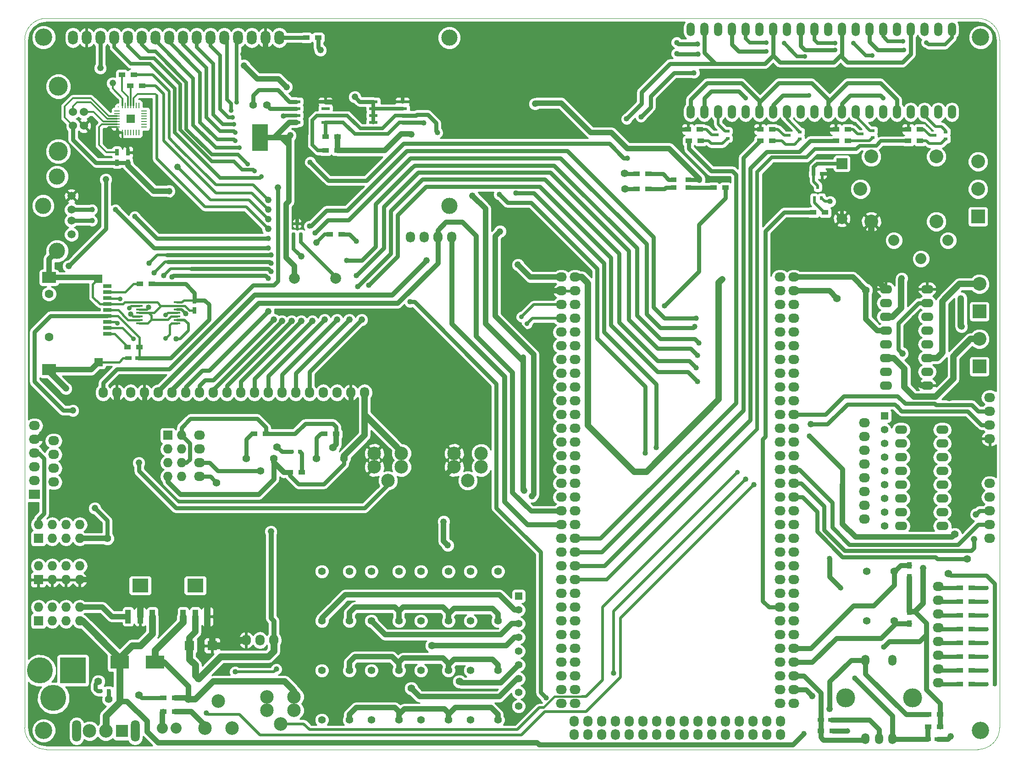
<source format=gbr>
G04 #@! TF.FileFunction,Copper,L1,Top,Signal*
%FSLAX46Y46*%
G04 Gerber Fmt 4.6, Leading zero omitted, Abs format (unit mm)*
G04 Created by KiCad (PCBNEW (2015-01-16 BZR 5376)-product) date 21-Sep-16 3:26:30 PM*
%MOMM*%
G01*
G04 APERTURE LIST*
%ADD10C,0.100000*%
%ADD11O,1.800000X2.600000*%
%ADD12C,3.000000*%
%ADD13O,1.727200X2.032000*%
%ADD14C,1.524000*%
%ADD15C,3.500000*%
%ADD16O,2.032000X1.727200*%
%ADD17R,1.000000X0.900000*%
%ADD18R,2.032000X1.727200*%
%ADD19R,1.727200X1.727200*%
%ADD20O,1.727200X1.727200*%
%ADD21C,1.501140*%
%ADD22C,2.999740*%
%ADD23C,2.499360*%
%ADD24C,2.032000*%
%ADD25O,2.032000X2.032000*%
%ADD26R,3.500120X2.400300*%
%ADD27R,2.300000X2.300000*%
%ADD28C,2.500000*%
%ADD29O,1.651000X4.000000*%
%ADD30O,1.524000X2.524000*%
%ADD31R,0.750000X1.200000*%
%ADD32C,4.800600*%
%ADD33R,4.800600X4.800600*%
%ADD34R,1.800000X1.800000*%
%ADD35R,0.797560X0.797560*%
%ADD36C,1.998980*%
%ADD37R,1.998980X1.998980*%
%ADD38R,1.000760X2.499360*%
%ADD39R,2.999740X2.499360*%
%ADD40O,2.300000X1.600000*%
%ADD41R,2.540000X2.540000*%
%ADD42C,2.540000*%
%ADD43C,3.200000*%
%ADD44R,0.500000X0.750000*%
%ADD45R,1.200000X0.900000*%
%ADD46R,0.900000X1.200000*%
%ADD47R,1.500000X0.700000*%
%ADD48R,1.500000X1.500000*%
%ADD49R,2.500000X2.000000*%
%ADD50C,1.600000*%
%ADD51C,2.000000*%
%ADD52R,1.000760X0.231140*%
%ADD53R,0.231140X1.000760*%
%ADD54R,1.501140X1.501140*%
%ADD55C,0.299720*%
%ADD56C,1.397000*%
%ADD57R,3.000000X5.000000*%
%ADD58R,1.200000X0.750000*%
%ADD59R,0.750000X0.500000*%
%ADD60R,1.397000X1.397000*%
%ADD61O,1.501140X1.998980*%
%ADD62C,3.500120*%
%ADD63R,1.550000X0.600000*%
%ADD64R,1.200000X0.400000*%
%ADD65C,1.210000*%
%ADD66C,0.910000*%
%ADD67C,1.010000*%
%ADD68C,1.410000*%
%ADD69C,0.889000*%
%ADD70C,0.762000*%
%ADD71C,0.635000*%
%ADD72C,0.508000*%
%ADD73C,1.016000*%
%ADD74C,0.889000*%
%ADD75C,0.381000*%
%ADD76C,1.143000*%
%ADD77C,1.270000*%
%ADD78C,0.304800*%
%ADD79C,0.254000*%
G04 APERTURE END LIST*
D10*
X39556500Y-159166000D02*
X39556500Y-32166000D01*
X215556500Y-163166000D02*
X43556500Y-163166000D01*
X219556500Y-32166000D02*
X219556500Y-159166000D01*
X43556500Y-28166000D02*
X215556500Y-28166000D01*
X39556500Y-159166000D02*
G75*
G03X43556500Y-163166000I4000000J0D01*
G01*
X215556500Y-163166000D02*
G75*
G03X219556500Y-159166000I0J4000000D01*
G01*
X219556500Y-32166000D02*
G75*
G03X215556500Y-28166000I-4000000J0D01*
G01*
X43556500Y-28166000D02*
G75*
G03X39556500Y-32166000I0J-4000000D01*
G01*
D11*
X48450500Y-31750000D03*
X50990500Y-31750000D03*
X53530500Y-31750000D03*
X56070500Y-31750000D03*
X58610500Y-31750000D03*
X61150500Y-31750000D03*
X63690500Y-31750000D03*
X66230500Y-31750000D03*
X68770500Y-31750000D03*
X71310500Y-31750000D03*
X73850500Y-31750000D03*
X76390500Y-31750000D03*
X78930500Y-31750000D03*
X81470500Y-31750000D03*
X84010500Y-31750000D03*
X86550500Y-31750000D03*
D12*
X42951400Y-31750000D03*
X42951400Y-62750700D03*
X117949980Y-62750700D03*
X117949980Y-31750000D03*
D13*
X102298500Y-97282000D03*
X99758500Y-97282000D03*
X97218500Y-97282000D03*
X94678500Y-97282000D03*
X92138500Y-97282000D03*
X89598500Y-97282000D03*
X87058500Y-97282000D03*
X84518500Y-97282000D03*
X81978500Y-97282000D03*
X79438500Y-97282000D03*
X76898500Y-97282000D03*
X74358500Y-97282000D03*
X71818500Y-97282000D03*
X69278500Y-97282000D03*
X66738500Y-97282000D03*
X64198500Y-97282000D03*
X61658500Y-97282000D03*
X59118500Y-97282000D03*
X56578500Y-97282000D03*
X54038500Y-97282000D03*
D14*
X50482500Y-45466000D03*
X50482500Y-48006000D03*
X48483520Y-48006000D03*
X48483520Y-45466000D03*
D15*
X45783500Y-40736520D03*
X45783500Y-52735480D03*
D16*
X71818500Y-105156000D03*
X71818500Y-107696000D03*
X71818500Y-110236000D03*
X71818500Y-112776000D03*
D17*
X162068500Y-57961500D03*
X159368500Y-57961500D03*
X162068500Y-59386500D03*
X159368500Y-59386500D03*
D16*
X194627500Y-120650000D03*
X194627500Y-118110000D03*
X194627500Y-115570000D03*
X194627500Y-113030000D03*
X194627500Y-110490000D03*
X194627500Y-107950000D03*
X194627500Y-105410000D03*
X194627500Y-102870000D03*
X208216500Y-150876000D03*
X208216500Y-148336000D03*
X208216500Y-145796000D03*
X208216500Y-143256000D03*
X208216500Y-140716000D03*
X208216500Y-138176000D03*
X208216500Y-135636000D03*
X208216500Y-133096000D03*
X138620500Y-75946000D03*
X138620500Y-78486000D03*
X138620500Y-81026000D03*
X138620500Y-83566000D03*
X138620500Y-86106000D03*
X138620500Y-88646000D03*
X138620500Y-91186000D03*
X138620500Y-93726000D03*
X138620500Y-96266000D03*
X138620500Y-98806000D03*
X138620500Y-101346000D03*
X138620500Y-103886000D03*
X138620500Y-106426000D03*
X138620500Y-108966000D03*
X138620500Y-111506000D03*
X138620500Y-114046000D03*
X138620500Y-116586000D03*
X138620500Y-119126000D03*
X138620500Y-121666000D03*
X138620500Y-124206000D03*
X138620500Y-126746000D03*
X138620500Y-129286000D03*
X138620500Y-131826000D03*
X138620500Y-134366000D03*
X138620500Y-136906000D03*
X138620500Y-139446000D03*
X138620500Y-141986000D03*
X138620500Y-144526000D03*
X138620500Y-147066000D03*
X138620500Y-149606000D03*
X138620500Y-152146000D03*
X138620500Y-154686000D03*
D18*
X41338500Y-116078000D03*
D16*
X41338500Y-113538000D03*
X41338500Y-110998000D03*
X41338500Y-108458000D03*
X41338500Y-105918000D03*
X41338500Y-103378000D03*
D19*
X42100500Y-124206000D03*
D20*
X42100500Y-121666000D03*
X44640500Y-124206000D03*
X44640500Y-121666000D03*
X47180500Y-124206000D03*
X47180500Y-121666000D03*
X49720500Y-124206000D03*
X49720500Y-121666000D03*
D19*
X42100500Y-131826000D03*
D20*
X42100500Y-129286000D03*
X44640500Y-131826000D03*
X44640500Y-129286000D03*
X47180500Y-131826000D03*
X47180500Y-129286000D03*
X49720500Y-131826000D03*
X49720500Y-129286000D03*
D19*
X42100500Y-139446000D03*
D20*
X42100500Y-136906000D03*
X44640500Y-139446000D03*
X44640500Y-136906000D03*
X47180500Y-139446000D03*
X47180500Y-136906000D03*
X49720500Y-139446000D03*
X49720500Y-136906000D03*
D13*
X110740500Y-68560000D03*
X113280500Y-68560000D03*
X115820500Y-68560000D03*
X118360500Y-68560000D03*
X80454500Y-143002000D03*
X82994500Y-143002000D03*
X85534500Y-143002000D03*
D21*
X48198620Y-68072860D03*
X48198620Y-65532860D03*
X48198620Y-63500860D03*
X48198620Y-60960860D03*
D22*
X45531620Y-71120860D03*
X45531620Y-57404860D03*
D23*
X75333860Y-154218640D03*
X77833220Y-159258000D03*
X72834500Y-159258000D03*
D24*
X64960500Y-159258000D03*
D25*
X67500500Y-159258000D03*
D26*
X57137300Y-147066000D03*
X63639700Y-147066000D03*
D16*
X217741500Y-124206000D03*
X217741500Y-121666000D03*
X217741500Y-119126000D03*
X217741500Y-116586000D03*
X217741500Y-114046000D03*
X217741500Y-105791000D03*
X217741500Y-103251000D03*
X217741500Y-100711000D03*
X217741500Y-98171000D03*
X44894500Y-113792000D03*
X44894500Y-111252000D03*
X44894500Y-108712000D03*
X44894500Y-106172000D03*
D13*
X141024500Y-160416000D03*
X143564500Y-160416000D03*
X146104500Y-160416000D03*
X148644500Y-160416000D03*
X151184500Y-160416000D03*
X153724500Y-160416000D03*
X156264500Y-160416000D03*
X158804500Y-160416000D03*
X161344500Y-160416000D03*
X163884500Y-160416000D03*
X166424500Y-160416000D03*
X168964500Y-160416000D03*
X171504500Y-160416000D03*
X174044500Y-160416000D03*
X176584500Y-160416000D03*
X179124500Y-160416000D03*
X141024500Y-157916000D03*
X143564500Y-157916000D03*
X146104500Y-157916000D03*
X148644500Y-157916000D03*
X151184500Y-157916000D03*
X153724500Y-157916000D03*
X156264500Y-157916000D03*
X158804500Y-157916000D03*
X161344500Y-157916000D03*
X163884500Y-157916000D03*
X166424500Y-157916000D03*
X168964500Y-157916000D03*
X171504500Y-157916000D03*
X174044500Y-157916000D03*
X176584500Y-157916000D03*
X179124500Y-157916000D03*
D16*
X181546500Y-75946000D03*
X181546500Y-78486000D03*
X181546500Y-81026000D03*
X181546500Y-83566000D03*
X181546500Y-86106000D03*
X181546500Y-88646000D03*
X181546500Y-91186000D03*
X181546500Y-93726000D03*
X181546500Y-96266000D03*
X181546500Y-98806000D03*
X181546500Y-101346000D03*
X181546500Y-103886000D03*
X181546500Y-106426000D03*
X181546500Y-108966000D03*
X181546500Y-111506000D03*
X181546500Y-114046000D03*
X181546500Y-116586000D03*
X181546500Y-119126000D03*
X181546500Y-121666000D03*
X181546500Y-124206000D03*
X181546500Y-126746000D03*
X181546500Y-129286000D03*
X181546500Y-131826000D03*
X181546500Y-134366000D03*
X181546500Y-136906000D03*
X181546500Y-139446000D03*
X181546500Y-141986000D03*
X181546500Y-144526000D03*
X181546500Y-147066000D03*
X181546500Y-149606000D03*
X181546500Y-152146000D03*
X181546500Y-154686000D03*
X179006500Y-75946000D03*
X179006500Y-78486000D03*
X179006500Y-81026000D03*
X179006500Y-83566000D03*
X179006500Y-86106000D03*
X179006500Y-88646000D03*
X179006500Y-91186000D03*
X179006500Y-93726000D03*
X179006500Y-96266000D03*
X179006500Y-98806000D03*
X179006500Y-101346000D03*
X179006500Y-103886000D03*
X179006500Y-106426000D03*
X179006500Y-108966000D03*
X179006500Y-111506000D03*
X179006500Y-114046000D03*
X179006500Y-116586000D03*
X179006500Y-119126000D03*
X179006500Y-121666000D03*
X179006500Y-124206000D03*
X179006500Y-126746000D03*
X179006500Y-129286000D03*
X179006500Y-131826000D03*
X179006500Y-134366000D03*
X179006500Y-136906000D03*
X179006500Y-139446000D03*
X179006500Y-141986000D03*
X179006500Y-144526000D03*
X179006500Y-147066000D03*
X179006500Y-149606000D03*
X179006500Y-152146000D03*
X179006500Y-154686000D03*
X141160500Y-75946000D03*
X141160500Y-78486000D03*
X141160500Y-81026000D03*
X141160500Y-83566000D03*
X141160500Y-86106000D03*
X141160500Y-88646000D03*
X141160500Y-91186000D03*
X141160500Y-93726000D03*
X141160500Y-96266000D03*
X141160500Y-98806000D03*
X141160500Y-101346000D03*
X141160500Y-103886000D03*
X141160500Y-106426000D03*
X141160500Y-108966000D03*
X141160500Y-111506000D03*
X141160500Y-114046000D03*
X141160500Y-116586000D03*
X141160500Y-119126000D03*
X141160500Y-121666000D03*
X141160500Y-124206000D03*
X141160500Y-126746000D03*
X141160500Y-129286000D03*
X141160500Y-131826000D03*
X141160500Y-134366000D03*
X141160500Y-136906000D03*
X141160500Y-139446000D03*
X141160500Y-141986000D03*
X141160500Y-144526000D03*
X141160500Y-147066000D03*
X141160500Y-149606000D03*
X141160500Y-152146000D03*
X141160500Y-154686000D03*
D19*
X65976500Y-105156000D03*
D20*
X68516500Y-105156000D03*
X65976500Y-107696000D03*
X68516500Y-107696000D03*
X65976500Y-110236000D03*
X68516500Y-110236000D03*
X65976500Y-112776000D03*
X68516500Y-112776000D03*
D27*
X57546500Y-159766000D03*
D28*
X54546500Y-159766000D03*
X51546500Y-159766000D03*
D29*
X49146460Y-159766000D03*
X59946540Y-159766000D03*
D30*
X162496500Y-45466000D03*
X165036500Y-45466000D03*
X167576500Y-45466000D03*
X170116500Y-45466000D03*
X172656500Y-45466000D03*
X172656500Y-30226000D03*
X170116500Y-30226000D03*
X167576500Y-30226000D03*
X165036500Y-30226000D03*
X162496500Y-30226000D03*
D31*
X70929500Y-82103000D03*
X70929500Y-80203000D03*
X56578500Y-52898000D03*
X56578500Y-54798000D03*
X58610500Y-52898000D03*
X58610500Y-54798000D03*
D32*
X42354500Y-148590000D03*
D33*
X48450500Y-148590000D03*
D32*
X44854500Y-153670000D03*
D34*
X74172500Y-144018000D03*
X69972500Y-144018000D03*
D35*
X53543200Y-152400000D03*
X55041800Y-152400000D03*
X186740800Y-56896000D03*
X185242200Y-56896000D03*
D36*
X190439040Y-65151000D03*
D37*
X190439040Y-54991000D03*
D35*
X217119200Y-133350000D03*
X218617800Y-133350000D03*
X217119200Y-135890000D03*
X218617800Y-135890000D03*
X217119200Y-138430000D03*
X218617800Y-138430000D03*
X217119200Y-140970000D03*
X218617800Y-140970000D03*
D38*
X60896500Y-138640820D03*
X63146940Y-138640820D03*
X58646060Y-138640820D03*
D39*
X60896500Y-132890260D03*
D38*
X71056500Y-138640820D03*
X73306940Y-138640820D03*
X68806060Y-138640820D03*
D39*
X71056500Y-132890260D03*
D40*
X198556500Y-78166000D03*
X198556500Y-80706000D03*
X198556500Y-83246000D03*
X198556500Y-85786000D03*
X198556500Y-88326000D03*
X198556500Y-90866000D03*
X198556500Y-93406000D03*
X198556500Y-95946000D03*
X206176500Y-95946000D03*
X206176500Y-93406000D03*
X206176500Y-90866000D03*
X206176500Y-88326000D03*
X206176500Y-85786000D03*
X206176500Y-83246000D03*
X206176500Y-80706000D03*
X206176500Y-78166000D03*
D41*
X215836500Y-92456000D03*
D42*
X215836500Y-87376000D03*
D41*
X215836500Y-82296000D03*
D42*
X215836500Y-77216000D03*
X195867020Y-53690520D03*
X193865500Y-59690000D03*
X207865980Y-53690520D03*
X207865980Y-65689480D03*
X195867020Y-65689480D03*
D41*
X215582500Y-64770000D03*
D42*
X215582500Y-59690000D03*
X215582500Y-54610000D03*
D43*
X216056500Y-159666000D03*
X43056500Y-31666000D03*
X43056500Y-159666000D03*
X216056500Y-31666000D03*
D44*
X185331100Y-61341000D03*
X186651900Y-61341000D03*
X185991500Y-59309000D03*
X89192100Y-68072000D03*
X90512900Y-68072000D03*
X89852500Y-66040000D03*
D45*
X188742500Y-159766000D03*
X186542500Y-159766000D03*
X60812500Y-77216000D03*
X63012500Y-77216000D03*
X58526500Y-88900000D03*
X60726500Y-88900000D03*
X67330500Y-153670000D03*
X65130500Y-153670000D03*
X90698500Y-112014000D03*
X88498500Y-112014000D03*
X84094500Y-104902000D03*
X81894500Y-104902000D03*
X185145500Y-64008000D03*
X187345500Y-64008000D03*
X98064500Y-68072000D03*
X95864500Y-68072000D03*
D46*
X202882500Y-131402000D03*
X202882500Y-129202000D03*
X202882500Y-137711000D03*
X202882500Y-139911000D03*
D45*
X67330500Y-156210000D03*
X65130500Y-156210000D03*
X91546500Y-31750000D03*
X93746500Y-31750000D03*
X152506500Y-56896000D03*
X154706500Y-56896000D03*
X152506500Y-59690000D03*
X154706500Y-59690000D03*
X168930500Y-59436000D03*
X166730500Y-59436000D03*
X212196500Y-133350000D03*
X214396500Y-133350000D03*
X212196500Y-135890000D03*
X214396500Y-135890000D03*
X212196500Y-138430000D03*
X214396500Y-138430000D03*
X212196500Y-140970000D03*
X214396500Y-140970000D03*
D47*
X54838500Y-86442000D03*
X54838500Y-85342000D03*
X54838500Y-84242000D03*
X54838500Y-83142000D03*
X54838500Y-82042000D03*
X54838500Y-80942000D03*
X54838500Y-79842000D03*
X54838500Y-78742000D03*
X54838500Y-77642000D03*
D48*
X53138500Y-76242000D03*
X53238500Y-91642000D03*
D49*
X44038500Y-76042000D03*
X44038500Y-93042000D03*
D50*
X44038500Y-79042000D03*
X44038500Y-87042000D03*
D51*
X96954340Y-76200000D03*
X89354660Y-76200000D03*
D52*
X56619140Y-48237140D03*
X56619140Y-47736760D03*
X56619140Y-47236380D03*
X56619140Y-46736000D03*
X56619140Y-46235620D03*
X56619140Y-45735240D03*
X56619140Y-45234860D03*
D53*
X57617360Y-44236640D03*
X58117740Y-44236640D03*
X58618120Y-44236640D03*
X59118500Y-44236640D03*
X59618880Y-44236640D03*
X60119260Y-44236640D03*
X60619640Y-44236640D03*
D52*
X61617860Y-45234860D03*
X61617860Y-45735240D03*
X61617860Y-46235620D03*
X61617860Y-46736000D03*
X61617860Y-47236380D03*
X61617860Y-47736760D03*
X61617860Y-48237140D03*
D53*
X60619640Y-49235360D03*
X60119260Y-49235360D03*
X59618880Y-49235360D03*
X59118500Y-49235360D03*
X58618120Y-49235360D03*
X58117740Y-49235360D03*
X57617360Y-49235360D03*
D54*
X59118500Y-46736000D03*
D55*
X56868060Y-44485560D03*
D35*
X88849200Y-108204000D03*
X90347800Y-108204000D03*
D45*
X97048500Y-104902000D03*
X94848500Y-104902000D03*
D24*
X205041500Y-72566000D03*
X200041500Y-69166000D03*
X210041500Y-69166000D03*
D56*
X84264500Y-44196000D03*
X81724500Y-44196000D03*
D57*
X82994500Y-50196000D03*
D45*
X95102500Y-52578000D03*
X97302500Y-52578000D03*
X95102500Y-50038000D03*
X97302500Y-50038000D03*
D58*
X60576500Y-90932000D03*
X58676500Y-90932000D03*
D30*
X175196500Y-45466000D03*
X177736500Y-45466000D03*
X180276500Y-45466000D03*
X182816500Y-45466000D03*
X185356500Y-45466000D03*
X185356500Y-30226000D03*
X182816500Y-30226000D03*
X180276500Y-30226000D03*
X177736500Y-30226000D03*
X175196500Y-30226000D03*
X187896500Y-45466000D03*
X190436500Y-45466000D03*
X192976500Y-45466000D03*
X195516500Y-45466000D03*
X198056500Y-45466000D03*
X198056500Y-30226000D03*
X195516500Y-30226000D03*
X192976500Y-30226000D03*
X190436500Y-30226000D03*
X187896500Y-30226000D03*
X200596500Y-45466000D03*
X203136500Y-45466000D03*
X205676500Y-45466000D03*
X208216500Y-45466000D03*
X210756500Y-45466000D03*
X210756500Y-30226000D03*
X208216500Y-30226000D03*
X205676500Y-30226000D03*
X203136500Y-30226000D03*
X200596500Y-30226000D03*
D58*
X186565500Y-157734000D03*
X188465500Y-157734000D03*
X208150500Y-161290000D03*
X206250500Y-161290000D03*
D35*
X217119200Y-143510000D03*
X218617800Y-143510000D03*
X217119200Y-146050000D03*
X218617800Y-146050000D03*
X217119200Y-148590000D03*
X218617800Y-148590000D03*
X217119200Y-151130000D03*
X218617800Y-151130000D03*
D59*
X169354500Y-50317400D03*
X169354500Y-48996600D03*
X167322500Y-49657000D03*
X182689500Y-50444400D03*
X182689500Y-49123600D03*
X180657500Y-49784000D03*
X196151500Y-50190400D03*
X196151500Y-48869600D03*
X194119500Y-49530000D03*
X209613500Y-50444400D03*
X209613500Y-49123600D03*
X207581500Y-49784000D03*
D45*
X212196500Y-143510000D03*
X214396500Y-143510000D03*
X212196500Y-146050000D03*
X214396500Y-146050000D03*
X212196500Y-148590000D03*
X214396500Y-148590000D03*
X212196500Y-151130000D03*
X214396500Y-151130000D03*
X206354500Y-159004000D03*
X208554500Y-159004000D03*
X208554500Y-156718000D03*
X206354500Y-156718000D03*
X164231500Y-48641000D03*
X162031500Y-48641000D03*
X164358500Y-50800000D03*
X162158500Y-50800000D03*
X177566500Y-48641000D03*
X175366500Y-48641000D03*
X177566500Y-50800000D03*
X175366500Y-50800000D03*
X191536500Y-48641000D03*
X189336500Y-48641000D03*
X191536500Y-50800000D03*
X189336500Y-50800000D03*
X204871500Y-48641000D03*
X202671500Y-48641000D03*
X204871500Y-50800000D03*
X202671500Y-50800000D03*
D60*
X130746500Y-134874000D03*
D56*
X130746500Y-137414000D03*
X130746500Y-139954000D03*
X130746500Y-142494000D03*
X130746500Y-145034000D03*
X130746500Y-147574000D03*
X130746500Y-150114000D03*
X130746500Y-152654000D03*
X130746500Y-155194000D03*
D60*
X198310500Y-101600000D03*
D56*
X198310500Y-104140000D03*
X198310500Y-106680000D03*
X198310500Y-109220000D03*
X198310500Y-111760000D03*
X198310500Y-114300000D03*
X198310500Y-116840000D03*
X198310500Y-119380000D03*
X198310500Y-121920000D03*
D40*
X201358500Y-104140000D03*
X201358500Y-106680000D03*
X201358500Y-109220000D03*
X201358500Y-111760000D03*
X201358500Y-114300000D03*
X201358500Y-116840000D03*
X201358500Y-119380000D03*
X201358500Y-121920000D03*
X208978500Y-121920000D03*
X208978500Y-119380000D03*
X208978500Y-116840000D03*
X208978500Y-114300000D03*
X208978500Y-111760000D03*
X208978500Y-109220000D03*
X208978500Y-106680000D03*
X208978500Y-104140000D03*
D61*
X194795140Y-161170620D03*
X197294500Y-161170620D03*
X199793860Y-161170620D03*
D62*
X191094360Y-153670000D03*
X203494640Y-153670000D03*
D61*
X194795140Y-146669760D03*
X199793860Y-146669760D03*
D45*
X59710500Y-38608000D03*
X57510500Y-38608000D03*
X61234500Y-40640000D03*
X59034500Y-40640000D03*
D63*
X103916500Y-43561000D03*
X103916500Y-44831000D03*
X103916500Y-46101000D03*
X103916500Y-47371000D03*
X109316500Y-47371000D03*
X109316500Y-46101000D03*
X109316500Y-44831000D03*
X109316500Y-43561000D03*
X89692500Y-43561000D03*
X89692500Y-44831000D03*
X89692500Y-46101000D03*
X89692500Y-47371000D03*
X95092500Y-47371000D03*
X95092500Y-46101000D03*
X95092500Y-44831000D03*
X95092500Y-43561000D03*
D64*
X60748500Y-80600000D03*
X60748500Y-81250000D03*
X60748500Y-81900000D03*
X60748500Y-82550000D03*
X60748500Y-83200000D03*
X60748500Y-83850000D03*
X60748500Y-84500000D03*
X67648500Y-84500000D03*
X67648500Y-83850000D03*
X67648500Y-83200000D03*
X67648500Y-82550000D03*
X67648500Y-81900000D03*
X67648500Y-81250000D03*
X67648500Y-80600000D03*
D23*
X86804500Y-158456000D03*
X84304500Y-155956000D03*
X89304500Y-155956000D03*
X84304500Y-153456000D03*
X89304500Y-153456000D03*
X106616500Y-113498000D03*
X104116500Y-110998000D03*
X109116500Y-110998000D03*
X104116500Y-108498000D03*
X109116500Y-108498000D03*
X121348500Y-113498000D03*
X118848500Y-110998000D03*
X123848500Y-110998000D03*
X118848500Y-108498000D03*
X123848500Y-108498000D03*
D56*
X195008500Y-130302000D03*
X200088500Y-130302000D03*
X195008500Y-139446000D03*
X200088500Y-139446000D03*
X85534500Y-109474000D03*
X80454500Y-109474000D03*
X98488500Y-109474000D03*
X93408500Y-109474000D03*
X94424500Y-130302000D03*
X99504500Y-130302000D03*
X94424500Y-139446000D03*
X99504500Y-139446000D03*
X94424500Y-148590000D03*
X99504500Y-148590000D03*
X94424500Y-157734000D03*
X99504500Y-157734000D03*
X103568500Y-130302000D03*
X108648500Y-130302000D03*
X103568500Y-139446000D03*
X108648500Y-139446000D03*
X103568500Y-148590000D03*
X108648500Y-148590000D03*
X103568500Y-157734000D03*
X108648500Y-157734000D03*
X112712500Y-130302000D03*
X117792500Y-130302000D03*
X112712500Y-139446000D03*
X117792500Y-139446000D03*
X112712500Y-148590000D03*
X117792500Y-148590000D03*
X112712500Y-157734000D03*
X117792500Y-157734000D03*
X121856500Y-130302000D03*
X126936500Y-130302000D03*
X121856500Y-139446000D03*
X126936500Y-139446000D03*
X121856500Y-148590000D03*
X126936500Y-148590000D03*
X121856500Y-157734000D03*
X126936500Y-157734000D03*
D65*
X88836500Y-84074000D03*
D66*
X77914500Y-46482000D03*
X198056500Y-42926000D03*
X184340500Y-42418000D03*
X172656500Y-42926000D03*
D65*
X90614500Y-84074000D03*
D66*
X78168500Y-47752000D03*
D65*
X92646500Y-84074000D03*
D66*
X78422500Y-49276000D03*
D65*
X84518500Y-82296000D03*
D67*
X159956500Y-34671000D03*
X163893500Y-34798000D03*
D66*
X206057500Y-32639000D03*
X201739500Y-32385000D03*
X196024500Y-35052000D03*
X192595500Y-32766000D03*
X189166500Y-32766000D03*
X176466500Y-32639000D03*
X179768500Y-32766000D03*
X183578500Y-35179000D03*
D65*
X94932500Y-83820000D03*
D66*
X78422500Y-50800000D03*
D67*
X163766500Y-32893000D03*
X159956500Y-32639000D03*
D66*
X201866500Y-34036000D03*
X189166500Y-34036000D03*
X176466500Y-34290000D03*
D65*
X97218500Y-83820000D03*
D66*
X79184500Y-52070000D03*
D67*
X150685500Y-46736000D03*
D65*
X87058500Y-84074000D03*
D66*
X77660500Y-45212000D03*
D67*
X153352500Y-46355000D03*
X163131500Y-38227000D03*
D65*
X85534500Y-83820000D03*
D66*
X78676500Y-43688000D03*
D65*
X127317500Y-67500500D03*
X133223000Y-116395500D03*
X133794500Y-43942000D03*
D67*
X184467500Y-105283000D03*
X164147500Y-58039000D03*
D68*
X211264500Y-123444000D03*
X189547500Y-79883000D03*
D65*
X85026500Y-122936000D03*
X52514500Y-118618000D03*
X48450500Y-100584000D03*
D68*
X96456500Y-107442000D03*
X54800500Y-124206000D03*
X71691500Y-150114000D03*
X53149500Y-150622000D03*
D65*
X87884000Y-40830500D03*
X80073500Y-36893500D03*
X66230500Y-60071000D03*
X130619500Y-73660000D03*
D67*
X168338500Y-76327000D03*
D68*
X210121500Y-130683000D03*
X194881500Y-78359000D03*
D65*
X210502500Y-160782000D03*
X88582500Y-49784000D03*
X47180500Y-96520000D03*
X100520500Y-42672000D03*
X94170500Y-34036000D03*
D68*
X69786500Y-153924000D03*
D67*
X188277500Y-61976000D03*
X188150500Y-127889000D03*
X190182500Y-133350000D03*
X183451500Y-160274000D03*
D65*
X135255000Y-117348000D03*
X126301500Y-121539000D03*
D67*
X140398500Y-42291000D03*
X159448500Y-49784000D03*
X186753500Y-49276000D03*
D65*
X203771500Y-84074000D03*
X214185500Y-97917000D03*
X210248500Y-98298000D03*
D66*
X171894500Y-48641000D03*
X197929500Y-49276000D03*
D65*
X79946500Y-34798000D03*
D66*
X54800500Y-50800000D03*
D67*
X92138500Y-66548000D03*
X84518500Y-68834000D03*
X52006500Y-65532000D03*
X59880500Y-64770000D03*
X163512500Y-83566000D03*
X56324500Y-63500000D03*
X52006500Y-63500000D03*
X84518500Y-70612000D03*
X93154500Y-67818000D03*
X163258500Y-85090000D03*
D68*
X55054500Y-153924000D03*
X60642500Y-153162000D03*
D65*
X54546500Y-57912000D03*
X47688500Y-73914000D03*
X60642500Y-110236000D03*
X53530500Y-37338000D03*
D66*
X83248500Y-57404000D03*
D65*
X101790500Y-83820000D03*
D66*
X81978500Y-56388000D03*
D65*
X99504500Y-83820000D03*
D66*
X80708500Y-55118000D03*
D65*
X86296500Y-59436000D03*
X212534500Y-85090000D03*
X212407500Y-79883000D03*
X201485500Y-76200000D03*
X201612500Y-90043000D03*
X55816500Y-40132000D03*
X84518500Y-65278000D03*
X67754500Y-55626000D03*
D66*
X131254500Y-83312000D03*
X132270500Y-84582000D03*
D65*
X84518500Y-67056000D03*
X84518500Y-61722000D03*
X84518500Y-63500000D03*
D67*
X69278500Y-82677000D03*
X62547500Y-73406000D03*
X98996500Y-72898000D03*
X85026500Y-71882000D03*
X164020500Y-88138000D03*
X100774500Y-75692000D03*
X85026500Y-73406000D03*
X63436500Y-75184000D03*
X62420500Y-81534000D03*
X163766500Y-90424000D03*
X65214500Y-75692000D03*
X59118500Y-82804000D03*
X85026500Y-74930000D03*
X101028500Y-77724000D03*
X163512500Y-92710000D03*
X66738500Y-75946000D03*
X67500500Y-87376000D03*
X103060500Y-77470000D03*
X84518500Y-76200000D03*
X163766500Y-95250000D03*
D65*
X113728500Y-72898000D03*
X184721500Y-103124000D03*
D67*
X172656500Y-113284000D03*
X148272500Y-149098000D03*
X78422500Y-148844000D03*
X86042500Y-148336000D03*
X73088500Y-156464000D03*
X174180500Y-114300000D03*
D65*
X214820500Y-124333000D03*
X215201500Y-119761000D03*
D68*
X213550500Y-128016000D03*
D65*
X184975500Y-153289000D03*
D67*
X192849500Y-149987000D03*
X135826500Y-153670000D03*
X100774500Y-69342000D03*
X110680500Y-80518000D03*
X130238500Y-60452000D03*
X156146500Y-107442000D03*
X113220500Y-47498000D03*
X154114500Y-108458000D03*
X115760500Y-49276000D03*
X127190500Y-60706000D03*
D65*
X93408500Y-69596000D03*
X90614500Y-72136000D03*
D68*
X83121500Y-111760000D03*
D66*
X65595500Y-87249000D03*
X59626500Y-87376000D03*
X65595500Y-82931000D03*
X56705500Y-84455000D03*
X58864500Y-81661000D03*
X57213500Y-80010000D03*
D67*
X92265500Y-54737000D03*
X87312500Y-46228000D03*
X150812500Y-53975000D03*
D65*
X110934500Y-49593500D03*
X122237500Y-60896500D03*
X131762500Y-115379500D03*
X116903500Y-121094500D03*
X117665500Y-125476000D03*
X205422500Y-129667000D03*
D67*
X191452500Y-159702500D03*
X198183500Y-144272000D03*
D68*
X114744500Y-144018000D03*
X119824500Y-150622000D03*
X110934500Y-151892000D03*
D69*
X171132500Y-112014000D03*
D65*
X188150500Y-155702000D03*
D68*
X86169500Y-107315000D03*
X74993500Y-113919000D03*
X150304500Y-56769000D03*
X150431500Y-59690000D03*
D67*
X157670500Y-81280000D03*
D70*
X162496500Y-45466000D02*
X162496500Y-43180000D01*
X175196500Y-43434000D02*
X175196500Y-45466000D01*
X171894500Y-40132000D02*
X175196500Y-43434000D01*
X165544500Y-40132000D02*
X171894500Y-40132000D01*
X162496500Y-43180000D02*
X165544500Y-40132000D01*
X187896500Y-45466000D02*
X187896500Y-43180000D01*
X175196500Y-43688000D02*
X175196500Y-45466000D01*
X178752500Y-40132000D02*
X175196500Y-43688000D01*
X184848500Y-40132000D02*
X178752500Y-40132000D01*
X187896500Y-43180000D02*
X184848500Y-40132000D01*
X200596500Y-45466000D02*
X200596500Y-43180000D01*
X187896500Y-43688000D02*
X187896500Y-45466000D01*
X191452500Y-40132000D02*
X187896500Y-43688000D01*
X197548500Y-40132000D02*
X191452500Y-40132000D01*
X200596500Y-43180000D02*
X197548500Y-40132000D01*
X76898500Y-96012000D02*
X76898500Y-97282000D01*
X88836500Y-84074000D02*
X76898500Y-96012000D01*
D71*
X77914500Y-46482000D02*
X77152500Y-46482000D01*
X73850500Y-33274000D02*
X73850500Y-31750000D01*
X75628500Y-35052000D02*
X73850500Y-33274000D01*
X75628500Y-44958000D02*
X75628500Y-35052000D01*
X77152500Y-46482000D02*
X75628500Y-44958000D01*
D70*
X190436500Y-45466000D02*
X190436500Y-43942000D01*
X197548500Y-42418000D02*
X198056500Y-42926000D01*
X191960500Y-42418000D02*
X197548500Y-42418000D01*
X190436500Y-43942000D02*
X191960500Y-42418000D01*
X177736500Y-45466000D02*
X177736500Y-44196000D01*
X179514500Y-42418000D02*
X184340500Y-42418000D01*
X177736500Y-44196000D02*
X179514500Y-42418000D01*
X165036500Y-45466000D02*
X165036500Y-42926000D01*
X165036500Y-42926000D02*
X166306500Y-41656000D01*
X166306500Y-41656000D02*
X171386500Y-41656000D01*
X171386500Y-41656000D02*
X172656500Y-42926000D01*
X79438500Y-95250000D02*
X79438500Y-97282000D01*
X90614500Y-84074000D02*
X79438500Y-95250000D01*
D71*
X74358500Y-45974000D02*
X74358500Y-36576000D01*
X74358500Y-36576000D02*
X72326500Y-34544000D01*
X78168500Y-47752000D02*
X76136500Y-47752000D01*
X72326500Y-34544000D02*
X71310500Y-33528000D01*
X71310500Y-33528000D02*
X71310500Y-31750000D01*
X76136500Y-47752000D02*
X74358500Y-45974000D01*
D72*
X167576500Y-45466000D02*
X167576500Y-47752000D01*
X168821100Y-48996600D02*
X169354500Y-48996600D01*
X167576500Y-47752000D02*
X168821100Y-48996600D01*
D70*
X81978500Y-94742000D02*
X81978500Y-97282000D01*
X92646500Y-84074000D02*
X81978500Y-94742000D01*
D71*
X73088500Y-46482000D02*
X73088500Y-37338000D01*
X73088500Y-37338000D02*
X68770500Y-33020000D01*
X68770500Y-33020000D02*
X68770500Y-31750000D01*
X78422500Y-49276000D02*
X78168500Y-49022000D01*
X78168500Y-49022000D02*
X75628500Y-49022000D01*
X75628500Y-49022000D02*
X73088500Y-46482000D01*
D70*
X69278500Y-96266000D02*
X69278500Y-97282000D01*
X72326500Y-93218000D02*
X69278500Y-96266000D01*
X73596500Y-93218000D02*
X72326500Y-93218000D01*
X84518500Y-82296000D02*
X73596500Y-93218000D01*
X160083500Y-34798000D02*
X163893500Y-34798000D01*
X159956500Y-34671000D02*
X160083500Y-34798000D01*
D71*
X198056500Y-30226000D02*
X198056500Y-31496000D01*
X210756500Y-31750000D02*
X210756500Y-30226000D01*
X209486500Y-33020000D02*
X210756500Y-31750000D01*
X206438500Y-33020000D02*
X209486500Y-33020000D01*
X206057500Y-32639000D02*
X206438500Y-33020000D01*
X198945500Y-32385000D02*
X201739500Y-32385000D01*
X198056500Y-31496000D02*
X198945500Y-32385000D01*
X185356500Y-30226000D02*
X185356500Y-32131000D01*
X194881500Y-35052000D02*
X196024500Y-35052000D01*
X192595500Y-32766000D02*
X194881500Y-35052000D01*
X185991500Y-32766000D02*
X189166500Y-32766000D01*
X185356500Y-32131000D02*
X185991500Y-32766000D01*
X172656500Y-30226000D02*
X172656500Y-31877000D01*
X172656500Y-31877000D02*
X173418500Y-32639000D01*
X173418500Y-32639000D02*
X176466500Y-32639000D01*
X179768500Y-32766000D02*
X182181500Y-35179000D01*
X182181500Y-35179000D02*
X183578500Y-35179000D01*
D70*
X84518500Y-94234000D02*
X84518500Y-97282000D01*
X94932500Y-83820000D02*
X84518500Y-94234000D01*
D71*
X71945500Y-47371000D02*
X71945500Y-38227000D01*
X71945500Y-38227000D02*
X66230500Y-32512000D01*
X66230500Y-32512000D02*
X66230500Y-31750000D01*
X78422500Y-50800000D02*
X78168500Y-50546000D01*
X78168500Y-50546000D02*
X75120500Y-50546000D01*
X75120500Y-50546000D02*
X71945500Y-47371000D01*
X70675500Y-47879000D02*
X70675500Y-39243000D01*
D70*
X159956500Y-32639000D02*
X160210500Y-32893000D01*
X160210500Y-32893000D02*
X163766500Y-32893000D01*
X195516500Y-30226000D02*
X195516500Y-32512000D01*
X197040500Y-34036000D02*
X201866500Y-34036000D01*
X195516500Y-32512000D02*
X197040500Y-34036000D01*
X182816500Y-30226000D02*
X182816500Y-33274000D01*
X183578500Y-34036000D02*
X189166500Y-34036000D01*
X182816500Y-33274000D02*
X183578500Y-34036000D01*
X170116500Y-30226000D02*
X170116500Y-33020000D01*
X170116500Y-33020000D02*
X171386500Y-34290000D01*
X171386500Y-34290000D02*
X176466500Y-34290000D01*
X87058500Y-93980000D02*
X87058500Y-97282000D01*
X97218500Y-83820000D02*
X87058500Y-93980000D01*
D71*
X70675500Y-39243000D02*
X63690500Y-32258000D01*
X63690500Y-32258000D02*
X63690500Y-31750000D01*
X79184500Y-52070000D02*
X77660500Y-52070000D01*
X77660500Y-52070000D02*
X74866500Y-52070000D01*
X74866500Y-52070000D02*
X70675500Y-47879000D01*
D70*
X158686500Y-36576000D02*
X167068500Y-36576000D01*
X153479500Y-41783000D02*
X158686500Y-36576000D01*
X153479500Y-43942000D02*
X153479500Y-41783000D01*
X150685500Y-46736000D02*
X153479500Y-43942000D01*
X190436500Y-30226000D02*
X190436500Y-35306000D01*
X203136500Y-34798000D02*
X203136500Y-30226000D01*
X201612500Y-36322000D02*
X203136500Y-34798000D01*
X191452500Y-36322000D02*
X201612500Y-36322000D01*
X190436500Y-35306000D02*
X191452500Y-36322000D01*
X177736500Y-30226000D02*
X177736500Y-35052000D01*
X177736500Y-35052000D02*
X179006500Y-36322000D01*
X190436500Y-34798000D02*
X190436500Y-30226000D01*
X188912500Y-36322000D02*
X190436500Y-34798000D01*
X179006500Y-36322000D02*
X188912500Y-36322000D01*
X165036500Y-30226000D02*
X165036500Y-34544000D01*
X165036500Y-34544000D02*
X167068500Y-36576000D01*
X176212500Y-36576000D02*
X177736500Y-35052000D01*
X167068500Y-36576000D02*
X176212500Y-36576000D01*
X87058500Y-84074000D02*
X74358500Y-96774000D01*
X74358500Y-96774000D02*
X74358500Y-97282000D01*
D71*
X77660500Y-45212000D02*
X77660500Y-43942000D01*
X76898500Y-43180000D02*
X76898500Y-32258000D01*
X77660500Y-43942000D02*
X76898500Y-43180000D01*
X76898500Y-32258000D02*
X76390500Y-31750000D01*
X76390500Y-31750000D02*
X76136500Y-32004000D01*
D70*
X159448500Y-38227000D02*
X163131500Y-38227000D01*
X155130500Y-42545000D02*
X159448500Y-38227000D01*
X155130500Y-44577000D02*
X155130500Y-42545000D01*
X153352500Y-46355000D02*
X155130500Y-44577000D01*
X71818500Y-96012000D02*
X71818500Y-97282000D01*
X72834500Y-94996000D02*
X71818500Y-96012000D01*
X74358500Y-94996000D02*
X72834500Y-94996000D01*
X85534500Y-83820000D02*
X74358500Y-94996000D01*
D71*
X78676500Y-32004000D02*
X78930500Y-31750000D01*
X78676500Y-43688000D02*
X78676500Y-32004000D01*
D73*
X126428500Y-79883000D02*
X126428500Y-68389500D01*
X126428500Y-68389500D02*
X127317500Y-67500500D01*
X126428500Y-83121500D02*
X126428500Y-79883000D01*
X126428500Y-79883000D02*
X126428500Y-79819500D01*
X133540500Y-90233500D02*
X126428500Y-83121500D01*
X133540500Y-116078000D02*
X133540500Y-90233500D01*
X133223000Y-116395500D02*
X133540500Y-116078000D01*
X136461500Y-43815000D02*
X133921500Y-43815000D01*
X164147500Y-57785000D02*
X158559500Y-52197000D01*
X158559500Y-52197000D02*
X150812500Y-52197000D01*
X150812500Y-52197000D02*
X147891500Y-49276000D01*
X147891500Y-49276000D02*
X144081500Y-49276000D01*
X144081500Y-49276000D02*
X138620500Y-43815000D01*
X138620500Y-43815000D02*
X136461500Y-43815000D01*
X164147500Y-58039000D02*
X164147500Y-57785000D01*
X133921500Y-43815000D02*
X133794500Y-43942000D01*
D74*
X190563500Y-111379000D02*
X190563500Y-114173000D01*
X184467500Y-105283000D02*
X190563500Y-111379000D01*
D70*
X164070000Y-57961500D02*
X162068500Y-57961500D01*
X164147500Y-58039000D02*
X164070000Y-57961500D01*
D73*
X211264500Y-123444000D02*
X210756500Y-123952000D01*
X210756500Y-123952000D02*
X192976500Y-123952000D01*
X192976500Y-123952000D02*
X190563500Y-121539000D01*
X190563500Y-121539000D02*
X190563500Y-114300000D01*
X188150500Y-78486000D02*
X181546500Y-78486000D01*
X189547500Y-79883000D02*
X188150500Y-78486000D01*
D70*
X70929500Y-80203000D02*
X70929500Y-78867000D01*
X69278500Y-77216000D02*
X63012500Y-77216000D01*
X70929500Y-78867000D02*
X69278500Y-77216000D01*
X60576500Y-90932000D02*
X66484500Y-90932000D01*
X72773500Y-80203000D02*
X70929500Y-80203000D01*
X73596500Y-81026000D02*
X72773500Y-80203000D01*
X73596500Y-83820000D02*
X73596500Y-81026000D01*
X66484500Y-90932000D02*
X73596500Y-83820000D01*
D74*
X85534500Y-143002000D02*
X85534500Y-139446000D01*
X85026500Y-138938000D02*
X85026500Y-122936000D01*
X85534500Y-139446000D02*
X85026500Y-138938000D01*
D70*
X54838500Y-83142000D02*
X44302500Y-83142000D01*
X54800500Y-120904000D02*
X54800500Y-124206000D01*
X52514500Y-118618000D02*
X54800500Y-120904000D01*
X46672500Y-100584000D02*
X48450500Y-100584000D01*
X41338500Y-95250000D02*
X46672500Y-100584000D01*
X41338500Y-86106000D02*
X41338500Y-95250000D01*
X44302500Y-83142000D02*
X41338500Y-86106000D01*
D75*
X67648500Y-80600000D02*
X68561500Y-80600000D01*
X68561500Y-80600000D02*
X68958500Y-80203000D01*
X68958500Y-80203000D02*
X70929500Y-80203000D01*
X60726500Y-88900000D02*
X60726500Y-90782000D01*
X60726500Y-90782000D02*
X60576500Y-90932000D01*
X54838500Y-83142000D02*
X56789500Y-83142000D01*
X60726500Y-87079000D02*
X60726500Y-88900000D01*
X56789500Y-83142000D02*
X60726500Y-87079000D01*
D73*
X49720500Y-124206000D02*
X54800500Y-124206000D01*
X97048500Y-106850000D02*
X97048500Y-104902000D01*
X96456500Y-107442000D02*
X97048500Y-106850000D01*
D70*
X84094500Y-104902000D02*
X89471500Y-104902000D01*
X97048500Y-103589000D02*
X97048500Y-104902000D01*
X96456500Y-102997000D02*
X97048500Y-103589000D01*
X91376500Y-102997000D02*
X96456500Y-102997000D01*
X89471500Y-104902000D02*
X91376500Y-102997000D01*
X70040500Y-107442000D02*
X70040500Y-106680000D01*
X69405500Y-110236000D02*
X70040500Y-109601000D01*
X70040500Y-109601000D02*
X70040500Y-107442000D01*
X68516500Y-110236000D02*
X69405500Y-110236000D01*
X70040500Y-106680000D02*
X68516500Y-105156000D01*
X68516500Y-105156000D02*
X68516500Y-103759000D01*
X84094500Y-103716000D02*
X84094500Y-104902000D01*
X82486500Y-102108000D02*
X84094500Y-103716000D01*
X70167500Y-102108000D02*
X82486500Y-102108000D01*
X68516500Y-103759000D02*
X70167500Y-102108000D01*
D73*
X74231500Y-147574000D02*
X71691500Y-150114000D01*
D70*
X53543200Y-152400000D02*
X53022500Y-152400000D01*
X52641500Y-151130000D02*
X53149500Y-150622000D01*
X52641500Y-152019000D02*
X52641500Y-151130000D01*
X53022500Y-152400000D02*
X52641500Y-152019000D01*
D76*
X71056500Y-138640820D02*
X71056500Y-141478000D01*
X69972500Y-142562000D02*
X69972500Y-144018000D01*
X71056500Y-141478000D02*
X69972500Y-142562000D01*
D77*
X75755500Y-146050000D02*
X71691500Y-150114000D01*
X84518500Y-146050000D02*
X75755500Y-146050000D01*
X85534500Y-145034000D02*
X84518500Y-146050000D01*
X85534500Y-143002000D02*
X85534500Y-145034000D01*
X71056500Y-149479000D02*
X71691500Y-150114000D01*
X71056500Y-147574000D02*
X69972500Y-146490000D01*
X69972500Y-144018000D02*
X69972500Y-146490000D01*
X71056500Y-147574000D02*
X71056500Y-149479000D01*
D70*
X48483520Y-50579020D02*
X48483520Y-48006000D01*
D78*
X51752500Y-42926000D02*
X48450500Y-42926000D01*
X48450500Y-42926000D02*
X46926500Y-44450000D01*
X46926500Y-44450000D02*
X46926500Y-46448980D01*
X46926500Y-46448980D02*
X48483520Y-48006000D01*
X55062120Y-46235620D02*
X51752500Y-42926000D01*
D73*
X58610500Y-54798000D02*
X58610500Y-55308500D01*
X58610500Y-55308500D02*
X63373000Y-60071000D01*
X86360000Y-39306500D02*
X87884000Y-40830500D01*
X82486500Y-39306500D02*
X86360000Y-39306500D01*
X80073500Y-36893500D02*
X82486500Y-39306500D01*
X63373000Y-60071000D02*
X66230500Y-60071000D01*
X138620500Y-75946000D02*
X132905500Y-75946000D01*
X132905500Y-75946000D02*
X130619500Y-73660000D01*
D76*
X142430500Y-75946000D02*
X141160500Y-75946000D01*
X143573500Y-77089000D02*
X142430500Y-75946000D01*
X143573500Y-103378000D02*
X143573500Y-77089000D01*
X152082500Y-111887000D02*
X143573500Y-103378000D01*
X154368500Y-111887000D02*
X152082500Y-111887000D01*
X167703500Y-98552000D02*
X154368500Y-111887000D01*
X167703500Y-76962000D02*
X167703500Y-98552000D01*
X168338500Y-76327000D02*
X167703500Y-76962000D01*
D75*
X61658500Y-80600000D02*
X64026500Y-80600000D01*
X64026500Y-80600000D02*
X64676500Y-81250000D01*
X64736500Y-81250000D02*
X64676500Y-81250000D01*
X61658500Y-80600000D02*
X60748500Y-80600000D01*
D70*
X211899500Y-131064000D02*
X210502500Y-131064000D01*
X210502500Y-131064000D02*
X210121500Y-130683000D01*
X218617800Y-133350000D02*
X218617800Y-132575300D01*
X217106500Y-131064000D02*
X211899500Y-131064000D01*
X211899500Y-131064000D02*
X211391500Y-131064000D01*
X218617800Y-132575300D02*
X217106500Y-131064000D01*
D73*
X181546500Y-75946000D02*
X192468500Y-75946000D01*
X192468500Y-75946000D02*
X194881500Y-78359000D01*
X198556500Y-85786000D02*
X196974500Y-85786000D01*
X196974500Y-85786000D02*
X194881500Y-83693000D01*
X194881500Y-83693000D02*
X194881500Y-78359000D01*
D70*
X218617800Y-135890000D02*
X218617800Y-133350000D01*
X218617800Y-138430000D02*
X218617800Y-135890000D01*
X218617800Y-140970000D02*
X218617800Y-138430000D01*
X218617800Y-143510000D02*
X218617800Y-140970000D01*
X218617800Y-146050000D02*
X218617800Y-143510000D01*
X218617800Y-148590000D02*
X218617800Y-146050000D01*
X218617800Y-151130000D02*
X218617800Y-148590000D01*
D74*
X208150500Y-161290000D02*
X209994500Y-161290000D01*
X209994500Y-161290000D02*
X210502500Y-160782000D01*
X188465500Y-157734000D02*
X195516500Y-157734000D01*
X197294500Y-159512000D02*
X197294500Y-161170620D01*
X195516500Y-157734000D02*
X197294500Y-159512000D01*
D75*
X67648500Y-81250000D02*
X64736500Y-81250000D01*
X63436500Y-82550000D02*
X61912500Y-82550000D01*
X64736500Y-81250000D02*
X63436500Y-82550000D01*
X67648500Y-83200000D02*
X66596500Y-83200000D01*
X65976500Y-83820000D02*
X62928500Y-83820000D01*
X66596500Y-83200000D02*
X65976500Y-83820000D01*
X60748500Y-84500000D02*
X62248500Y-84500000D01*
X62420500Y-82550000D02*
X61912500Y-82550000D01*
X62928500Y-83820000D02*
X62928500Y-83058000D01*
X62928500Y-83058000D02*
X62420500Y-82550000D01*
X61912500Y-82550000D02*
X60748500Y-82550000D01*
X62248500Y-84500000D02*
X62928500Y-83820000D01*
D73*
X88328500Y-51562000D02*
X86962500Y-50196000D01*
X87566500Y-50546000D02*
X87566500Y-50196000D01*
X87216500Y-50196000D02*
X87566500Y-50546000D01*
X86962500Y-50196000D02*
X87216500Y-50196000D01*
X89354660Y-76200000D02*
X89354660Y-73924160D01*
X88328500Y-50038000D02*
X88582500Y-49784000D01*
X88328500Y-61976000D02*
X88328500Y-51562000D01*
X88328500Y-51562000D02*
X88328500Y-50038000D01*
X87820500Y-62484000D02*
X88328500Y-61976000D01*
X87820500Y-72390000D02*
X87820500Y-62484000D01*
X89354660Y-73924160D02*
X87820500Y-72390000D01*
D71*
X103916500Y-44831000D02*
X103916500Y-43561000D01*
X103916500Y-46101000D02*
X103916500Y-44831000D01*
D73*
X82994500Y-50196000D02*
X87566500Y-50196000D01*
X87566500Y-50196000D02*
X88170500Y-50196000D01*
X88170500Y-50196000D02*
X88582500Y-49784000D01*
D74*
X88498500Y-112014000D02*
X87439500Y-112014000D01*
X87439500Y-112014000D02*
X85534500Y-110109000D01*
X85534500Y-110109000D02*
X85534500Y-109474000D01*
X85534500Y-109474000D02*
X85534500Y-113284000D01*
X65976500Y-113792000D02*
X65976500Y-112776000D01*
X68262500Y-116078000D02*
X65976500Y-113792000D01*
X82740500Y-116078000D02*
X68262500Y-116078000D01*
X85534500Y-113284000D02*
X82740500Y-116078000D01*
D76*
X44038500Y-93042000D02*
X44038500Y-93378000D01*
X44038500Y-93378000D02*
X47180500Y-96520000D01*
X109116500Y-108498000D02*
X109116500Y-108164000D01*
X109116500Y-108164000D02*
X102298500Y-101346000D01*
X102298500Y-101346000D02*
X102298500Y-97282000D01*
X98488500Y-109474000D02*
X98488500Y-108966000D01*
X98488500Y-108966000D02*
X102298500Y-105156000D01*
X102298500Y-105156000D02*
X102298500Y-97282000D01*
D70*
X56578500Y-54798000D02*
X52702500Y-54798000D01*
X52702500Y-54798000D02*
X48483520Y-50579020D01*
X103916500Y-43561000D02*
X101409500Y-43561000D01*
X101409500Y-43561000D02*
X100520500Y-42672000D01*
X93746500Y-33612000D02*
X93746500Y-31750000D01*
X94170500Y-34036000D02*
X93746500Y-33612000D01*
D73*
X89692500Y-47371000D02*
X88455500Y-47371000D01*
X85630500Y-50196000D02*
X82994500Y-50196000D01*
X88455500Y-47371000D02*
X85630500Y-50196000D01*
D71*
X109316500Y-44831000D02*
X103916500Y-44831000D01*
X103916500Y-47371000D02*
X103916500Y-46101000D01*
D70*
X56578500Y-54798000D02*
X58610500Y-54798000D01*
D73*
X44038500Y-76042000D02*
X44038500Y-72613980D01*
X44038500Y-72613980D02*
X45531620Y-71120860D01*
D78*
X56619140Y-46235620D02*
X55062120Y-46235620D01*
D75*
X54838500Y-80942000D02*
X53446500Y-80942000D01*
X52133500Y-77247000D02*
X53138500Y-76242000D01*
X52133500Y-79629000D02*
X52133500Y-77247000D01*
X53446500Y-80942000D02*
X52133500Y-79629000D01*
X67648500Y-81250000D02*
X69121500Y-81250000D01*
X69121500Y-81250000D02*
X69974500Y-82103000D01*
X69974500Y-82103000D02*
X70929500Y-82103000D01*
X54838500Y-80942000D02*
X57678500Y-80942000D01*
X57678500Y-80942000D02*
X58020500Y-80600000D01*
X58020500Y-80600000D02*
X60748500Y-80600000D01*
X53238500Y-91642000D02*
X57011500Y-91642000D01*
X57721500Y-90932000D02*
X58676500Y-90932000D01*
X57011500Y-91642000D02*
X57721500Y-90932000D01*
D73*
X44038500Y-93042000D02*
X51838500Y-93042000D01*
X51838500Y-93042000D02*
X53238500Y-91642000D01*
X44038500Y-76042000D02*
X52938500Y-76042000D01*
X52938500Y-76042000D02*
X53138500Y-76242000D01*
D70*
X88498500Y-112014000D02*
X88498500Y-112565000D01*
X98488500Y-110490000D02*
X98488500Y-109474000D01*
X94805500Y-114173000D02*
X98488500Y-110490000D01*
X90106500Y-114173000D02*
X94805500Y-114173000D01*
X88498500Y-112565000D02*
X90106500Y-114173000D01*
D73*
X85534500Y-109474000D02*
X85534500Y-110109000D01*
X85534500Y-110109000D02*
X87439500Y-112014000D01*
X63639700Y-147066000D02*
X65341500Y-147066000D01*
X65341500Y-147066000D02*
X69786500Y-151511000D01*
X69786500Y-151511000D02*
X69786500Y-153924000D01*
X53911500Y-136906000D02*
X49720500Y-136906000D01*
X58646060Y-138640820D02*
X55646320Y-138640820D01*
X55646320Y-138640820D02*
X53911500Y-136906000D01*
D70*
X43116500Y-112014000D02*
X43116500Y-119634000D01*
X43116500Y-119634000D02*
X42100500Y-120650000D01*
X42100500Y-120650000D02*
X42100500Y-121666000D01*
X42100500Y-108458000D02*
X43116500Y-109474000D01*
X43116500Y-109474000D02*
X43116500Y-112014000D01*
X41338500Y-108458000D02*
X42100500Y-108458000D01*
D77*
X63639700Y-147066000D02*
X63639700Y-144830800D01*
X63639700Y-144830800D02*
X68806060Y-139664440D01*
X68806060Y-139664440D02*
X68806060Y-138640820D01*
D73*
X69532500Y-153670000D02*
X67330500Y-153670000D01*
X69786500Y-153924000D02*
X69532500Y-153670000D01*
D76*
X87566500Y-150622000D02*
X74358500Y-150622000D01*
X74358500Y-150622000D02*
X71056500Y-153924000D01*
X71056500Y-153924000D02*
X69786500Y-153924000D01*
X89304500Y-152360000D02*
X87566500Y-150622000D01*
X89304500Y-153456000D02*
X89304500Y-152360000D01*
D72*
X187286900Y-61976000D02*
X186651900Y-61341000D01*
X188277500Y-61976000D02*
X187286900Y-61976000D01*
D74*
X188150500Y-131318000D02*
X188150500Y-127889000D01*
X190182500Y-133350000D02*
X188150500Y-131318000D01*
X181419500Y-162306000D02*
X183451500Y-160274000D01*
X140271500Y-162306000D02*
X181419500Y-162306000D01*
D73*
X57137300Y-154305000D02*
X58483500Y-154305000D01*
D74*
X134556500Y-162306000D02*
X140271500Y-162306000D01*
X140271500Y-162306000D02*
X141033500Y-162306000D01*
D73*
X134175500Y-161925000D02*
X134556500Y-162306000D01*
X64198500Y-161925000D02*
X134175500Y-161925000D01*
X62166500Y-159893000D02*
X64198500Y-161925000D01*
X62166500Y-157988000D02*
X62166500Y-159893000D01*
X58483500Y-154305000D02*
X62166500Y-157988000D01*
D77*
X49720500Y-139446000D02*
X50228500Y-139446000D01*
X50228500Y-139446000D02*
X57137300Y-146354800D01*
X57137300Y-146354800D02*
X57137300Y-147066000D01*
X57137300Y-147066000D02*
X57137300Y-146253200D01*
X57137300Y-146253200D02*
X59372500Y-144018000D01*
X63146940Y-141767560D02*
X63146940Y-138640820D01*
X60896500Y-144018000D02*
X63146940Y-141767560D01*
X59372500Y-144018000D02*
X60896500Y-144018000D01*
X57137300Y-147066000D02*
X57137300Y-154305000D01*
X57137300Y-154305000D02*
X57137300Y-154381200D01*
X57137300Y-154381200D02*
X54546500Y-156972000D01*
X54546500Y-156972000D02*
X54546500Y-159766000D01*
X54546500Y-159766000D02*
X54546500Y-156972000D01*
D73*
X135636000Y-89598500D02*
X135509000Y-89598500D01*
X135509000Y-89598500D02*
X129286000Y-83375500D01*
X129286000Y-80835500D02*
X129667000Y-80454500D01*
X129286000Y-83375500D02*
X129286000Y-80835500D01*
X135636000Y-116967000D02*
X135636000Y-89598500D01*
X135255000Y-117348000D02*
X135636000Y-116967000D01*
X118848500Y-110998000D02*
X118808500Y-110998000D01*
X118808500Y-110998000D02*
X116776500Y-113030000D01*
X131635500Y-78486000D02*
X138620500Y-78486000D01*
X129667000Y-80454500D02*
X131635500Y-78486000D01*
X121475500Y-121539000D02*
X126301500Y-121539000D01*
X116776500Y-116840000D02*
X121475500Y-121539000D01*
X116776500Y-113030000D02*
X116776500Y-116840000D01*
X151320500Y-49784000D02*
X159448500Y-49784000D01*
X148653500Y-47117000D02*
X151320500Y-49784000D01*
X145224500Y-47117000D02*
X148653500Y-47117000D01*
X140398500Y-42291000D02*
X145224500Y-47117000D01*
D70*
X160591500Y-48641000D02*
X162031500Y-48641000D01*
X159448500Y-49784000D02*
X160591500Y-48641000D01*
X186753500Y-49276000D02*
X187388500Y-48641000D01*
X187388500Y-48641000D02*
X189336500Y-48641000D01*
D73*
X206176500Y-95946000D02*
X205102500Y-95946000D01*
X205102500Y-95946000D02*
X203771500Y-94615000D01*
X203771500Y-94615000D02*
X203771500Y-84074000D01*
D76*
X195867020Y-65689480D02*
X195867020Y-75476520D01*
X195867020Y-75476520D02*
X198556500Y-78166000D01*
X210629500Y-97917000D02*
X214185500Y-97917000D01*
X210248500Y-98298000D02*
X210629500Y-97917000D01*
D72*
X162031500Y-48557000D02*
X162031500Y-48641000D01*
X171894500Y-48641000D02*
X175366500Y-48641000D01*
D70*
X202671500Y-48641000D02*
X198564500Y-48641000D01*
X198564500Y-48641000D02*
X197929500Y-49276000D01*
D74*
X61658500Y-97282000D02*
X61658500Y-99314000D01*
X57594500Y-100330000D02*
X56578500Y-99314000D01*
X60642500Y-100330000D02*
X57594500Y-100330000D01*
X61658500Y-99314000D02*
X60642500Y-100330000D01*
X99758500Y-97282000D02*
X99758500Y-99060000D01*
X61658500Y-98806000D02*
X61658500Y-97282000D01*
X63182500Y-100330000D02*
X61658500Y-98806000D01*
X98488500Y-100330000D02*
X63182500Y-100330000D01*
X99758500Y-99060000D02*
X98488500Y-100330000D01*
D71*
X89852500Y-66040000D02*
X89852500Y-51308000D01*
X93281500Y-43561000D02*
X95092500Y-43561000D01*
X91630500Y-45212000D02*
X93281500Y-43561000D01*
X91630500Y-49530000D02*
X91630500Y-45212000D01*
X89852500Y-51308000D02*
X91630500Y-49530000D01*
D74*
X100266500Y-40894000D02*
X90106500Y-40894000D01*
X84010500Y-34798000D02*
X84010500Y-31750000D01*
X90106500Y-40894000D02*
X84010500Y-34798000D01*
X95092500Y-43561000D02*
X96837500Y-43561000D01*
D71*
X109316500Y-42070000D02*
X109316500Y-43561000D01*
X108140500Y-40894000D02*
X109316500Y-42070000D01*
X99504500Y-40894000D02*
X100266500Y-40894000D01*
D74*
X100266500Y-40894000D02*
X108140500Y-40894000D01*
X96837500Y-43561000D02*
X99504500Y-40894000D01*
D73*
X79946500Y-34798000D02*
X83502500Y-34798000D01*
X83502500Y-34798000D02*
X84010500Y-34290000D01*
X84010500Y-34290000D02*
X84010500Y-31750000D01*
D78*
X58610500Y-52898000D02*
X58610500Y-52324000D01*
X58610500Y-52324000D02*
X57594500Y-51308000D01*
X57594500Y-51308000D02*
X57594500Y-49784000D01*
X54546500Y-49784000D02*
X54546500Y-50546000D01*
X55077360Y-48237140D02*
X54546500Y-48768000D01*
X54546500Y-48768000D02*
X54546500Y-49784000D01*
X56619140Y-48237140D02*
X55077360Y-48237140D01*
X54546500Y-50546000D02*
X54800500Y-50800000D01*
X56324500Y-51308000D02*
X55308500Y-51308000D01*
X55308500Y-51308000D02*
X54800500Y-50800000D01*
D73*
X56578500Y-97282000D02*
X56578500Y-99314000D01*
X56578500Y-99314000D02*
X56578500Y-130175000D01*
X56578500Y-130175000D02*
X54927500Y-131826000D01*
X54927500Y-131826000D02*
X49720500Y-131826000D01*
X52768500Y-103124000D02*
X55054500Y-103124000D01*
D76*
X56578500Y-101600000D02*
X56578500Y-97282000D01*
X55054500Y-103124000D02*
X56578500Y-101600000D01*
D73*
X41338500Y-105918000D02*
X41846500Y-105918000D01*
X41846500Y-105918000D02*
X44640500Y-103124000D01*
X56578500Y-99568000D02*
X56578500Y-97282000D01*
X44640500Y-103124000D02*
X52768500Y-103124000D01*
X52768500Y-103124000D02*
X53022500Y-103124000D01*
D77*
X80454500Y-143002000D02*
X79184500Y-143002000D01*
X78168500Y-144018000D02*
X74172500Y-144018000D01*
X79184500Y-143002000D02*
X78168500Y-144018000D01*
D73*
X49466500Y-131826000D02*
X53276500Y-131826000D01*
X59372500Y-135382000D02*
X60896500Y-136906000D01*
X56832500Y-135382000D02*
X59372500Y-135382000D01*
X53276500Y-131826000D02*
X56832500Y-135382000D01*
X60896500Y-136906000D02*
X60896500Y-138640820D01*
D76*
X73306940Y-138640820D02*
X73306940Y-141188440D01*
X74172500Y-142054000D02*
X74172500Y-144018000D01*
X73306940Y-141188440D02*
X74172500Y-142054000D01*
X60896500Y-138640820D02*
X60896500Y-136906000D01*
X73306940Y-136616440D02*
X73306940Y-138640820D01*
X60896500Y-136906000D02*
X61912500Y-135890000D01*
X61912500Y-135890000D02*
X72580500Y-135890000D01*
X72580500Y-135890000D02*
X73306940Y-136616440D01*
D78*
X57594500Y-50546000D02*
X57594500Y-49784000D01*
X57594500Y-49784000D02*
X57594500Y-49258220D01*
X56832500Y-51308000D02*
X57594500Y-50546000D01*
X56070500Y-51308000D02*
X56324500Y-51308000D01*
X56324500Y-51308000D02*
X56832500Y-51308000D01*
X57594500Y-49258220D02*
X57617360Y-49235360D01*
D71*
X188150500Y-56896000D02*
X190439040Y-59184540D01*
X190439040Y-59184540D02*
X190439040Y-65151000D01*
X186740800Y-56896000D02*
X188150500Y-56896000D01*
D78*
X56578500Y-52898000D02*
X54612500Y-52898000D01*
X54612500Y-52898000D02*
X53276500Y-51562000D01*
X53276500Y-49784000D02*
X53276500Y-51562000D01*
X53276500Y-51562000D02*
X54546500Y-52832000D01*
X56619140Y-47736760D02*
X53799740Y-47736760D01*
X53276500Y-48260000D02*
X53276500Y-49784000D01*
X53799740Y-47736760D02*
X53276500Y-48260000D01*
D70*
X112014000Y-52641500D02*
X110109000Y-52641500D01*
X99123500Y-63627000D02*
X95313500Y-63627000D01*
X110109000Y-52641500D02*
X99123500Y-63627000D01*
X139700000Y-52641500D02*
X112014000Y-52641500D01*
X155638500Y-74422000D02*
X155638500Y-68580000D01*
X155638500Y-68580000D02*
X139700000Y-52641500D01*
X159194500Y-83566000D02*
X157670500Y-83566000D01*
X155638500Y-81534000D02*
X155638500Y-74422000D01*
X157670500Y-83566000D02*
X155638500Y-81534000D01*
X95313500Y-63627000D02*
X92392500Y-66548000D01*
X92392500Y-66548000D02*
X92138500Y-66548000D01*
X84518500Y-68834000D02*
X64706500Y-68834000D01*
X52005640Y-65532860D02*
X48198620Y-65532860D01*
X52006500Y-65532000D02*
X52005640Y-65532860D01*
X63944500Y-68834000D02*
X59880500Y-64770000D01*
X64706500Y-68834000D02*
X63944500Y-68834000D01*
X163512500Y-83566000D02*
X159194500Y-83566000D01*
X112839500Y-53975000D02*
X110744000Y-53975000D01*
X99314000Y-65405000D02*
X95567500Y-65405000D01*
X110744000Y-53975000D02*
X99314000Y-65405000D01*
X138493500Y-53975000D02*
X112839500Y-53975000D01*
X154368500Y-75438000D02*
X154368500Y-69850000D01*
X154368500Y-69850000D02*
X138493500Y-53975000D01*
X84518500Y-70612000D02*
X63436500Y-70612000D01*
X63436500Y-70612000D02*
X56324500Y-63500000D01*
X52006500Y-63500000D02*
X52005640Y-63500860D01*
X52005640Y-63500860D02*
X48198620Y-63500860D01*
X95567500Y-65405000D02*
X93154500Y-67818000D01*
X163258500Y-85090000D02*
X163004500Y-85344000D01*
X163004500Y-85344000D02*
X156908500Y-85344000D01*
X156908500Y-85344000D02*
X154368500Y-82804000D01*
X154368500Y-82804000D02*
X154368500Y-75438000D01*
D78*
X56619140Y-47236380D02*
X54030880Y-47236380D01*
X52260500Y-45466000D02*
X50482500Y-45466000D01*
X54030880Y-47236380D02*
X52260500Y-45466000D01*
X56619140Y-46736000D02*
X54800500Y-46736000D01*
X48483520Y-44416980D02*
X48483520Y-45466000D01*
X49212500Y-43688000D02*
X48483520Y-44416980D01*
X51752500Y-43688000D02*
X49212500Y-43688000D01*
X54800500Y-46736000D02*
X51752500Y-43688000D01*
D70*
X65130500Y-153670000D02*
X61150500Y-153670000D01*
X55041800Y-153911300D02*
X55041800Y-152400000D01*
X55054500Y-153924000D02*
X55041800Y-153911300D01*
X61150500Y-153670000D02*
X60642500Y-153162000D01*
X179006500Y-136906000D02*
X176974500Y-136906000D01*
X176339500Y-105410000D02*
X176339500Y-67437000D01*
X175831500Y-105918000D02*
X176339500Y-105410000D01*
X175831500Y-135763000D02*
X175831500Y-105918000D01*
X176974500Y-136906000D02*
X175831500Y-135763000D01*
X179768500Y-64008000D02*
X176339500Y-67437000D01*
X185145500Y-64008000D02*
X179768500Y-64008000D01*
D72*
X185242200Y-55613300D02*
X185864500Y-54991000D01*
X185864500Y-54991000D02*
X190439040Y-54991000D01*
D71*
X185864500Y-54991000D02*
X190439040Y-54991000D01*
X185242200Y-55613300D02*
X185864500Y-54991000D01*
X185242200Y-56896000D02*
X185242200Y-55613300D01*
D72*
X185242200Y-58305700D02*
X185242200Y-56896000D01*
X185991500Y-59055000D02*
X185242200Y-58305700D01*
X185991500Y-59309000D02*
X185991500Y-59055000D01*
D70*
X217119200Y-133350000D02*
X214396500Y-133350000D01*
X217119200Y-135890000D02*
X214396500Y-135890000D01*
X214396500Y-138430000D02*
X217119200Y-138430000D01*
X214396500Y-140970000D02*
X217119200Y-140970000D01*
X106616500Y-113498000D02*
X106616500Y-114300000D01*
X106616500Y-114300000D02*
X102298500Y-118618000D01*
X54546500Y-67056000D02*
X54546500Y-57912000D01*
X47688500Y-73914000D02*
X54546500Y-67056000D01*
X60642500Y-111760000D02*
X60642500Y-110236000D01*
X67500500Y-118618000D02*
X60642500Y-111760000D01*
X102298500Y-118618000D02*
X67500500Y-118618000D01*
X53530500Y-37338000D02*
X53530500Y-31750000D01*
D71*
X83248500Y-57404000D02*
X82994500Y-57658000D01*
X82994500Y-57658000D02*
X75628500Y-57658000D01*
X75628500Y-57658000D02*
X67246500Y-49276000D01*
X67246500Y-49276000D02*
X67246500Y-41148000D01*
X67246500Y-41148000D02*
X62674500Y-36576000D01*
X62674500Y-36576000D02*
X59118500Y-36576000D01*
X59118500Y-36576000D02*
X56070500Y-33528000D01*
X56070500Y-33528000D02*
X56070500Y-31750000D01*
D70*
X92138500Y-93472000D02*
X92138500Y-97282000D01*
X101790500Y-83820000D02*
X92138500Y-93472000D01*
D71*
X63436500Y-35560000D02*
X60896500Y-35560000D01*
X81978500Y-56388000D02*
X81724500Y-56134000D01*
X81724500Y-56134000D02*
X79692500Y-56134000D01*
X79692500Y-56134000D02*
X78168500Y-54610000D01*
X78168500Y-54610000D02*
X74104500Y-54610000D01*
X74104500Y-54610000D02*
X68262500Y-48768000D01*
X59372500Y-34036000D02*
X58610500Y-33274000D01*
X58610500Y-33274000D02*
X58610500Y-31750000D01*
X68262500Y-40386000D02*
X63436500Y-35560000D01*
X68262500Y-48768000D02*
X68262500Y-40386000D01*
X60896500Y-35560000D02*
X59372500Y-34036000D01*
D70*
X89598500Y-93726000D02*
X89598500Y-97282000D01*
X99504500Y-83820000D02*
X89598500Y-93726000D01*
D71*
X69405500Y-48641000D02*
X69405500Y-40005000D01*
X63690500Y-34290000D02*
X62420500Y-34290000D01*
X69405500Y-40005000D02*
X63690500Y-34290000D01*
X80708500Y-55118000D02*
X78930500Y-53340000D01*
X78930500Y-53340000D02*
X74104500Y-53340000D01*
X74104500Y-53340000D02*
X69405500Y-48641000D01*
X62420500Y-34290000D02*
X61150500Y-33020000D01*
X61150500Y-33020000D02*
X61150500Y-31750000D01*
D70*
X86296500Y-59436000D02*
X86296500Y-76708000D01*
X85534500Y-77470000D02*
X84010500Y-77470000D01*
X86296500Y-76708000D02*
X85534500Y-77470000D01*
X84010500Y-77470000D02*
X81724500Y-77470000D01*
X54038500Y-97282000D02*
X54038500Y-95504000D01*
X54038500Y-95504000D02*
X56578500Y-92964000D01*
X56578500Y-92964000D02*
X66230500Y-92964000D01*
X66230500Y-92964000D02*
X81724500Y-77470000D01*
X91546500Y-31750000D02*
X86550500Y-31750000D01*
D76*
X212534500Y-85090000D02*
X212407500Y-84963000D01*
X212407500Y-84963000D02*
X212407500Y-79883000D01*
X201485500Y-76200000D02*
X201358500Y-76327000D01*
X201358500Y-76327000D02*
X201358500Y-81661000D01*
X201358500Y-81661000D02*
X199773500Y-83246000D01*
X199773500Y-83246000D02*
X198556500Y-83246000D01*
X215836500Y-87376000D02*
X214185500Y-87376000D01*
X200022500Y-90866000D02*
X198556500Y-90866000D01*
X201993500Y-92837000D02*
X200022500Y-90866000D01*
X201993500Y-96266000D02*
X201993500Y-92837000D01*
X203771500Y-98044000D02*
X201993500Y-96266000D01*
X207708500Y-98044000D02*
X203771500Y-98044000D01*
X211010500Y-94742000D02*
X207708500Y-98044000D01*
X211010500Y-90551000D02*
X211010500Y-94742000D01*
X214185500Y-87376000D02*
X211010500Y-90551000D01*
X215836500Y-77216000D02*
X212153500Y-77216000D01*
X208028500Y-90866000D02*
X206176500Y-90866000D01*
X208978500Y-89916000D02*
X208028500Y-90866000D01*
X208978500Y-80391000D02*
X208978500Y-89916000D01*
X212153500Y-77216000D02*
X208978500Y-80391000D01*
D70*
X204599500Y-80706000D02*
X202882500Y-82423000D01*
X204599500Y-80706000D02*
X206176500Y-80706000D01*
X200850500Y-84455000D02*
X202882500Y-82423000D01*
X200850500Y-89281000D02*
X200850500Y-84455000D01*
X201612500Y-90043000D02*
X200850500Y-89281000D01*
D78*
X57617360Y-42948860D02*
X55816500Y-41148000D01*
X55816500Y-41148000D02*
X55816500Y-40132000D01*
X57617360Y-44236640D02*
X57617360Y-42948860D01*
D72*
X80962500Y-61722000D02*
X84518500Y-65278000D01*
X73850500Y-61722000D02*
X80962500Y-61722000D01*
X67754500Y-55626000D02*
X73850500Y-61722000D01*
X133540500Y-81026000D02*
X138620500Y-81026000D01*
X131254500Y-83312000D02*
X133540500Y-81026000D01*
X135064500Y-81026000D02*
X138620500Y-81026000D01*
X133286500Y-83566000D02*
X138620500Y-83566000D01*
X132270500Y-84582000D02*
X133286500Y-83566000D01*
X63944500Y-42418000D02*
X63944500Y-54102000D01*
D78*
X59618880Y-42933620D02*
X60388500Y-42164000D01*
X60388500Y-42164000D02*
X63690500Y-42164000D01*
X63690500Y-42164000D02*
X63944500Y-42418000D01*
X59618880Y-44236640D02*
X59618880Y-42933620D01*
D72*
X80454500Y-62992000D02*
X84518500Y-67056000D01*
X72834500Y-62992000D02*
X80454500Y-62992000D01*
X63944500Y-54102000D02*
X72834500Y-62992000D01*
X74358500Y-58420000D02*
X74866500Y-58928000D01*
X74866500Y-58928000D02*
X81724500Y-58928000D01*
X81724500Y-58928000D02*
X84518500Y-61722000D01*
X67881500Y-51943000D02*
X74358500Y-58420000D01*
X59710500Y-38608000D02*
X63182500Y-38608000D01*
X66230500Y-50292000D02*
X67881500Y-51943000D01*
X67881500Y-51943000D02*
X68008500Y-52070000D01*
X66230500Y-41656000D02*
X66230500Y-50292000D01*
X63182500Y-38608000D02*
X66230500Y-41656000D01*
X61234500Y-40640000D02*
X63690500Y-40640000D01*
X81470500Y-60452000D02*
X84518500Y-63500000D01*
X74866500Y-60452000D02*
X81470500Y-60452000D01*
X65214500Y-50800000D02*
X74866500Y-60452000D01*
X65214500Y-42164000D02*
X65214500Y-50800000D01*
X63690500Y-40640000D02*
X65214500Y-42164000D01*
D70*
X137287000Y-55308500D02*
X111506000Y-55308500D01*
X111506000Y-55308500D02*
X110934500Y-55880000D01*
D72*
X67648500Y-81900000D02*
X68501500Y-81900000D01*
X68501500Y-81900000D02*
X69278500Y-82677000D01*
X64071500Y-71882000D02*
X65849500Y-71882000D01*
X62547500Y-73406000D02*
X64071500Y-71882000D01*
D70*
X152590500Y-76200000D02*
X152590500Y-70612000D01*
X152590500Y-70612000D02*
X137287000Y-55308500D01*
X100266500Y-72898000D02*
X98996500Y-72898000D01*
X85026500Y-71882000D02*
X65849500Y-71882000D01*
X104330500Y-62484000D02*
X104330500Y-70358000D01*
X104330500Y-70358000D02*
X101790500Y-72898000D01*
X101790500Y-72898000D02*
X100266500Y-72898000D01*
X110934500Y-55880000D02*
X104330500Y-62484000D01*
X100266500Y-72898000D02*
X100012500Y-72898000D01*
X152590500Y-83058000D02*
X152590500Y-76200000D01*
X152590500Y-76200000D02*
X152590500Y-75692000D01*
X156908500Y-87376000D02*
X152590500Y-83058000D01*
X163258500Y-87376000D02*
X156908500Y-87376000D01*
X164020500Y-88138000D02*
X163258500Y-87376000D01*
X136588500Y-56642000D02*
X112204500Y-56642000D01*
X112204500Y-56642000D02*
X111442500Y-57404000D01*
X151066500Y-76962000D02*
X151066500Y-71120000D01*
X151066500Y-71120000D02*
X136588500Y-56642000D01*
D72*
X65976500Y-73152000D02*
X65468500Y-73152000D01*
D70*
X85026500Y-73406000D02*
X84772500Y-73152000D01*
X84772500Y-73152000D02*
X65976500Y-73152000D01*
X105854500Y-62992000D02*
X105854500Y-70612000D01*
X111442500Y-57404000D02*
X105854500Y-62992000D01*
X105854500Y-70612000D02*
X102044500Y-74422000D01*
X102044500Y-74422000D02*
X100774500Y-75692000D01*
D72*
X65468500Y-73152000D02*
X63436500Y-75184000D01*
D75*
X62420500Y-81534000D02*
X62054500Y-81900000D01*
X62054500Y-81900000D02*
X60748500Y-81900000D01*
D70*
X151066500Y-83820000D02*
X151066500Y-76962000D01*
X151066500Y-76962000D02*
X151066500Y-76200000D01*
X156400500Y-89154000D02*
X151066500Y-83820000D01*
X162496500Y-89154000D02*
X156400500Y-89154000D01*
X163766500Y-90424000D02*
X162496500Y-89154000D01*
X135572500Y-57912000D02*
X112966500Y-57912000D01*
X112966500Y-57912000D02*
X112585500Y-58293000D01*
X149288500Y-76962000D02*
X149288500Y-71628000D01*
X149288500Y-71628000D02*
X135572500Y-57912000D01*
D75*
X60748500Y-83200000D02*
X59514500Y-83200000D01*
D72*
X66484500Y-74422000D02*
X65214500Y-75692000D01*
X66484500Y-74422000D02*
X70802500Y-74422000D01*
D75*
X59514500Y-83200000D02*
X59118500Y-82804000D01*
D70*
X85026500Y-74930000D02*
X84518500Y-74422000D01*
X84518500Y-74422000D02*
X70802500Y-74422000D01*
X102806500Y-75946000D02*
X101028500Y-77724000D01*
X107124500Y-63754000D02*
X107124500Y-71628000D01*
X112585500Y-58293000D02*
X107124500Y-63754000D01*
X107124500Y-71628000D02*
X102806500Y-75946000D01*
X163512500Y-92710000D02*
X162242500Y-91440000D01*
X162242500Y-91440000D02*
X156400500Y-91440000D01*
X156400500Y-91440000D02*
X149288500Y-84328000D01*
X149288500Y-84328000D02*
X149288500Y-76962000D01*
X70802500Y-74422000D02*
X70294500Y-74422000D01*
X134620000Y-59245500D02*
X113665000Y-59245500D01*
X113665000Y-59245500D02*
X112458500Y-60452000D01*
X147764500Y-77216000D02*
X147764500Y-72390000D01*
X147764500Y-72390000D02*
X134620000Y-59245500D01*
D72*
X67500500Y-87376000D02*
X68262500Y-87376000D01*
D70*
X66992500Y-75692000D02*
X66738500Y-75946000D01*
X84518500Y-76200000D02*
X84010500Y-75692000D01*
X71310500Y-75692000D02*
X84010500Y-75692000D01*
X108394500Y-64516000D02*
X108394500Y-72136000D01*
X112458500Y-60452000D02*
X108394500Y-64516000D01*
X147764500Y-84836000D02*
X147764500Y-77216000D01*
X156400500Y-93472000D02*
X147764500Y-84836000D01*
X161988500Y-93472000D02*
X156400500Y-93472000D01*
X163766500Y-95250000D02*
X161988500Y-93472000D01*
X108394500Y-72136000D02*
X103060500Y-77470000D01*
X71310500Y-75692000D02*
X66992500Y-75692000D01*
D72*
X69054500Y-83850000D02*
X67648500Y-83850000D01*
X69786500Y-84582000D02*
X69054500Y-83850000D01*
X69786500Y-85852000D02*
X69786500Y-84582000D01*
X68262500Y-87376000D02*
X69786500Y-85852000D01*
D74*
X115820500Y-68560000D02*
X115820500Y-67250000D01*
X122872500Y-68326000D02*
X122872500Y-86804500D01*
X120332500Y-65786000D02*
X122872500Y-68326000D01*
X117284500Y-65786000D02*
X120332500Y-65786000D01*
X115820500Y-67250000D02*
X117284500Y-65786000D01*
X138620500Y-119126000D02*
X133032500Y-119126000D01*
X133032500Y-119126000D02*
X129603500Y-115697000D01*
X129603500Y-115697000D02*
X129603500Y-93535500D01*
X129603500Y-93535500D02*
X122872500Y-86804500D01*
X66738500Y-97282000D02*
X66738500Y-96774000D01*
X66738500Y-96774000D02*
X82740500Y-80772000D01*
X115820500Y-73346000D02*
X115820500Y-68560000D01*
X108394500Y-80772000D02*
X115820500Y-73346000D01*
X82740500Y-80772000D02*
X108394500Y-80772000D01*
X138620500Y-121666000D02*
X132397500Y-121666000D01*
X118360500Y-84518500D02*
X118360500Y-68560000D01*
X128143000Y-94301000D02*
X118360500Y-84518500D01*
X128143000Y-117411500D02*
X128143000Y-94301000D01*
X132397500Y-121666000D02*
X128143000Y-117411500D01*
X64198500Y-97282000D02*
X64198500Y-97028000D01*
X64198500Y-97028000D02*
X81978500Y-79248000D01*
X107378500Y-79248000D02*
X113728500Y-72898000D01*
X81978500Y-79248000D02*
X107378500Y-79248000D01*
D70*
X217741500Y-103251000D02*
X216217500Y-103251000D01*
X201485500Y-100711000D02*
X200596500Y-99822000D01*
X213677500Y-100711000D02*
X201485500Y-100711000D01*
X216217500Y-103251000D02*
X213677500Y-100711000D01*
X187769500Y-103124000D02*
X184721500Y-103124000D01*
X191452500Y-99441000D02*
X187769500Y-103124000D01*
X200215500Y-99441000D02*
X191452500Y-99441000D01*
X200596500Y-99822000D02*
X200215500Y-99441000D01*
X211391500Y-99568000D02*
X207835500Y-99568000D01*
X207835500Y-99568000D02*
X207581500Y-99314000D01*
X217741500Y-100711000D02*
X215582500Y-100711000D01*
X214439500Y-99568000D02*
X211391500Y-99568000D01*
X215582500Y-100711000D02*
X214439500Y-99568000D01*
X187388500Y-101346000D02*
X181546500Y-101346000D01*
X190817500Y-97917000D02*
X187388500Y-101346000D01*
X200723500Y-97917000D02*
X190817500Y-97917000D01*
X202120500Y-99314000D02*
X200723500Y-97917000D01*
X207581500Y-99314000D02*
X202120500Y-99314000D01*
D72*
X172656500Y-113284000D02*
X148272500Y-137668000D01*
X148272500Y-137668000D02*
X148272500Y-149098000D01*
X85534500Y-148844000D02*
X79692500Y-148844000D01*
X86042500Y-148336000D02*
X85534500Y-148844000D01*
X79692500Y-148844000D02*
X78422500Y-148844000D01*
D73*
X64960500Y-159258000D02*
X64960500Y-156380000D01*
X64960500Y-156380000D02*
X65130500Y-156210000D01*
D72*
X73342500Y-156718000D02*
X73088500Y-156464000D01*
X140652500Y-156210000D02*
X135572500Y-156210000D01*
X174180500Y-114300000D02*
X149542500Y-138938000D01*
X149542500Y-138938000D02*
X149542500Y-149860000D01*
X149542500Y-149860000D02*
X143192500Y-156210000D01*
X143192500Y-156210000D02*
X140652500Y-156210000D01*
X79184500Y-156718000D02*
X73596500Y-156718000D01*
X82994500Y-160528000D02*
X79184500Y-156718000D01*
X131254500Y-160528000D02*
X82994500Y-160528000D01*
X135572500Y-156210000D02*
X131254500Y-160528000D01*
X73596500Y-156718000D02*
X73342500Y-156718000D01*
D70*
X217741500Y-121666000D02*
X215582500Y-121666000D01*
X188658500Y-122174000D02*
X188658500Y-117602000D01*
X191833500Y-125349000D02*
X188658500Y-122174000D01*
X211899500Y-125349000D02*
X191833500Y-125349000D01*
X215582500Y-121666000D02*
X211899500Y-125349000D01*
X182562500Y-111506000D02*
X181546500Y-111506000D01*
X188658500Y-117602000D02*
X182562500Y-111506000D01*
X214820500Y-124333000D02*
X214820500Y-125984000D01*
X187134500Y-122682000D02*
X187134500Y-118237000D01*
X190944500Y-126492000D02*
X187134500Y-122682000D01*
X214312500Y-126492000D02*
X190944500Y-126492000D01*
X214820500Y-125984000D02*
X214312500Y-126492000D01*
X217741500Y-119126000D02*
X215836500Y-119126000D01*
X182943500Y-114046000D02*
X181546500Y-114046000D01*
X187134500Y-118237000D02*
X182943500Y-114046000D01*
X215836500Y-119126000D02*
X215201500Y-119761000D01*
X213550500Y-128016000D02*
X208089500Y-128016000D01*
X208089500Y-128016000D02*
X207708500Y-127635000D01*
X185864500Y-122936000D02*
X185864500Y-119253000D01*
X190563500Y-127635000D02*
X185864500Y-122936000D01*
X207708500Y-127635000D02*
X190563500Y-127635000D01*
X183197500Y-116586000D02*
X181546500Y-116586000D01*
X185864500Y-119253000D02*
X183197500Y-116586000D01*
D74*
X199793860Y-159598360D02*
X199793860Y-161170620D01*
X181546500Y-152146000D02*
X183832500Y-152146000D01*
X183832500Y-152146000D02*
X184975500Y-153289000D01*
X206250500Y-161290000D02*
X206250500Y-159108000D01*
X206250500Y-159108000D02*
X206354500Y-159004000D01*
X206250500Y-161290000D02*
X199913240Y-161290000D01*
X199913240Y-161290000D02*
X199793860Y-161170620D01*
X199793860Y-156931360D02*
X192849500Y-149987000D01*
X199793860Y-161170620D02*
X199793860Y-156931360D01*
D70*
X134810500Y-145034000D02*
X134810500Y-126746000D01*
X135826500Y-153670000D02*
X134810500Y-152654000D01*
X134810500Y-152654000D02*
X134810500Y-145034000D01*
X99504500Y-68072000D02*
X98064500Y-68072000D01*
X100774500Y-69342000D02*
X99504500Y-68072000D01*
X111506000Y-80518000D02*
X110680500Y-80518000D01*
X126619000Y-95631000D02*
X111506000Y-80518000D01*
X126619000Y-118554500D02*
X126619000Y-95631000D01*
X134810500Y-126746000D02*
X126619000Y-118554500D01*
D74*
X181546500Y-144526000D02*
X184721500Y-144526000D01*
X200088500Y-132842000D02*
X200088500Y-130302000D01*
X196278500Y-136652000D02*
X200088500Y-132842000D01*
X192595500Y-136652000D02*
X196278500Y-136652000D01*
X184721500Y-144526000D02*
X192595500Y-136652000D01*
X200088500Y-130302000D02*
X200215500Y-130302000D01*
X200215500Y-130302000D02*
X201315500Y-129202000D01*
X201315500Y-129202000D02*
X202882500Y-129202000D01*
X181546500Y-147066000D02*
X184975500Y-147066000D01*
X200088500Y-140208000D02*
X200088500Y-139446000D01*
X197675500Y-142621000D02*
X200088500Y-140208000D01*
X189420500Y-142621000D02*
X197675500Y-142621000D01*
X184975500Y-147066000D02*
X189420500Y-142621000D01*
X202882500Y-139911000D02*
X200553500Y-139911000D01*
X200553500Y-139911000D02*
X200088500Y-139446000D01*
D70*
X156146500Y-107442000D02*
X156146500Y-95758000D01*
X156146500Y-95758000D02*
X146494500Y-86106000D01*
X146494500Y-86106000D02*
X146494500Y-73406000D01*
X146494500Y-73406000D02*
X133540500Y-60452000D01*
X133540500Y-60452000D02*
X130238500Y-60452000D01*
X113093500Y-47371000D02*
X109316500Y-47371000D01*
X113220500Y-47498000D02*
X113093500Y-47371000D01*
D71*
X95092500Y-47371000D02*
X95092500Y-50028000D01*
X95092500Y-50028000D02*
X95102500Y-50038000D01*
X95092500Y-47371000D02*
X98361500Y-47371000D01*
X106616500Y-49530000D02*
X108775500Y-47371000D01*
X100520500Y-49530000D02*
X106616500Y-49530000D01*
X98361500Y-47371000D02*
X100520500Y-49530000D01*
X108775500Y-47371000D02*
X109316500Y-47371000D01*
D70*
X154114500Y-108458000D02*
X154114500Y-96139000D01*
X154114500Y-96139000D02*
X145224500Y-87249000D01*
X129730500Y-62230000D02*
X128714500Y-62230000D01*
X145224500Y-87249000D02*
X145224500Y-74422000D01*
X145224500Y-74422000D02*
X133032500Y-62230000D01*
X133032500Y-62230000D02*
X129730500Y-62230000D01*
X111823500Y-46101000D02*
X109316500Y-46101000D01*
X111950500Y-45974000D02*
X111823500Y-46101000D01*
X113982500Y-45974000D02*
X111950500Y-45974000D01*
X115506500Y-47498000D02*
X113982500Y-45974000D01*
X115506500Y-49022000D02*
X115506500Y-47498000D01*
X115760500Y-49276000D02*
X115506500Y-49022000D01*
X128714500Y-62230000D02*
X127190500Y-60706000D01*
D71*
X95102500Y-52578000D02*
X93662500Y-52578000D01*
X93535500Y-46101000D02*
X95092500Y-46101000D01*
X92646500Y-46990000D02*
X93535500Y-46101000D01*
X92646500Y-51562000D02*
X92646500Y-46990000D01*
X93662500Y-52578000D02*
X92646500Y-51562000D01*
X95092500Y-46101000D02*
X99123500Y-46101000D01*
X99123500Y-46101000D02*
X101536500Y-48514000D01*
X101536500Y-48514000D02*
X105600500Y-48514000D01*
X105600500Y-48514000D02*
X108013500Y-46101000D01*
X108013500Y-46101000D02*
X109316500Y-46101000D01*
D72*
X187345500Y-63838000D02*
X187345500Y-64008000D01*
X185331100Y-62204600D02*
X185331100Y-61341000D01*
X187134500Y-64008000D02*
X185331100Y-62204600D01*
X187345500Y-64008000D02*
X187134500Y-64008000D01*
D71*
X89192100Y-68072000D02*
X89192100Y-70713600D01*
X94932500Y-68072000D02*
X95864500Y-68072000D01*
X93408500Y-69596000D02*
X94932500Y-68072000D01*
X89192100Y-70713600D02*
X90614500Y-72136000D01*
X96954340Y-76200000D02*
X96954340Y-75935840D01*
X96954340Y-75935840D02*
X90512900Y-69494400D01*
X90512900Y-69494400D02*
X90512900Y-68072000D01*
D75*
X54838500Y-78742000D02*
X58100500Y-78742000D01*
X59626500Y-77216000D02*
X60812500Y-77216000D01*
X58100500Y-78742000D02*
X59626500Y-77216000D01*
X58526500Y-88900000D02*
X58526500Y-88816000D01*
X58526500Y-88816000D02*
X56152500Y-86442000D01*
X56152500Y-86442000D02*
X54838500Y-86442000D01*
D70*
X154706500Y-56896000D02*
X157416500Y-56896000D01*
X158482000Y-57961500D02*
X159368500Y-57961500D01*
X157416500Y-56896000D02*
X158482000Y-57961500D01*
X154706500Y-59690000D02*
X157670500Y-59690000D01*
X157974000Y-59386500D02*
X159368500Y-59386500D01*
X157670500Y-59690000D02*
X157974000Y-59386500D01*
X166730500Y-59436000D02*
X162118000Y-59436000D01*
X162118000Y-59436000D02*
X162068500Y-59386500D01*
X90698500Y-112014000D02*
X90698500Y-108554700D01*
X90698500Y-108554700D02*
X90347800Y-108204000D01*
X93408500Y-109474000D02*
X93408500Y-105664000D01*
X94170500Y-104902000D02*
X94848500Y-104902000D01*
X93408500Y-105664000D02*
X94170500Y-104902000D01*
X71818500Y-110236000D02*
X73723500Y-110236000D01*
X75247500Y-111760000D02*
X83121500Y-111760000D01*
X73723500Y-110236000D02*
X75247500Y-111760000D01*
X80454500Y-109474000D02*
X80454500Y-105918000D01*
X80454500Y-105918000D02*
X81470500Y-104902000D01*
X81470500Y-104902000D02*
X81894500Y-104902000D01*
X89692500Y-43561000D02*
X88455500Y-43561000D01*
X81724500Y-42418000D02*
X81724500Y-44196000D01*
X82740500Y-41402000D02*
X81724500Y-42418000D01*
X86296500Y-41402000D02*
X82740500Y-41402000D01*
X88455500Y-43561000D02*
X86296500Y-41402000D01*
X89692500Y-44831000D02*
X84899500Y-44831000D01*
X84899500Y-44831000D02*
X84264500Y-44196000D01*
D75*
X54838500Y-85342000D02*
X57592500Y-85342000D01*
X66693500Y-84500000D02*
X67648500Y-84500000D01*
X66357500Y-84836000D02*
X66693500Y-84500000D01*
X66357500Y-86487000D02*
X66357500Y-84836000D01*
X65595500Y-87249000D02*
X66357500Y-86487000D01*
X57592500Y-85342000D02*
X59626500Y-87376000D01*
X54838500Y-84242000D02*
X56492500Y-84242000D01*
X65976500Y-82550000D02*
X67648500Y-82550000D01*
X65595500Y-82931000D02*
X65976500Y-82550000D01*
X56492500Y-84242000D02*
X56705500Y-84455000D01*
X60748500Y-83850000D02*
X58640500Y-83850000D01*
X56832500Y-82042000D02*
X54838500Y-82042000D01*
X58640500Y-83850000D02*
X56832500Y-82042000D01*
X54838500Y-79842000D02*
X54879500Y-79883000D01*
X54879500Y-79883000D02*
X57086500Y-79883000D01*
X57086500Y-79883000D02*
X57213500Y-80010000D01*
X60748500Y-81250000D02*
X60718500Y-81280000D01*
X60718500Y-81280000D02*
X59245500Y-81280000D01*
X59245500Y-81280000D02*
X58864500Y-81661000D01*
D72*
X180276500Y-45466000D02*
X180276500Y-46710600D01*
X180276500Y-46710600D02*
X182689500Y-49123600D01*
X196151500Y-48869600D02*
X195618100Y-48869600D01*
X195618100Y-48869600D02*
X192976500Y-46228000D01*
X192976500Y-46228000D02*
X192976500Y-45466000D01*
X205676500Y-45466000D02*
X205676500Y-46101000D01*
X205676500Y-46101000D02*
X207708500Y-48133000D01*
X207708500Y-48133000D02*
X208851500Y-48133000D01*
X208851500Y-48133000D02*
X209613500Y-48895000D01*
X209613500Y-48895000D02*
X209613500Y-49123600D01*
D70*
X110426500Y-51308000D02*
X109474000Y-51308000D01*
X95631000Y-58102500D02*
X92265500Y-54737000D01*
X102679500Y-58102500D02*
X95631000Y-58102500D01*
X109474000Y-51308000D02*
X102679500Y-58102500D01*
D71*
X89692500Y-46101000D02*
X87439500Y-46101000D01*
X87439500Y-46101000D02*
X87312500Y-46228000D01*
D70*
X150812500Y-53975000D02*
X150177500Y-53975000D01*
X147510500Y-51308000D02*
X110426500Y-51308000D01*
X150177500Y-53975000D02*
X147510500Y-51308000D01*
D74*
X186565500Y-157734000D02*
X186565500Y-152720000D01*
X183451500Y-149606000D02*
X181546500Y-149606000D01*
X186565500Y-152720000D02*
X183451500Y-149606000D01*
X190309500Y-161417000D02*
X194548760Y-161417000D01*
X194548760Y-161417000D02*
X194795140Y-161170620D01*
X186542500Y-160952000D02*
X186542500Y-159766000D01*
X187007500Y-161417000D02*
X186542500Y-160952000D01*
X190309500Y-161417000D02*
X187007500Y-161417000D01*
X186565500Y-157734000D02*
X186565500Y-159743000D01*
X186565500Y-159743000D02*
X186542500Y-159766000D01*
D70*
X214396500Y-143510000D02*
X217119200Y-143510000D01*
X214396500Y-146050000D02*
X217119200Y-146050000D01*
X214396500Y-148590000D02*
X217119200Y-148590000D01*
X214396500Y-151130000D02*
X217119200Y-151130000D01*
D73*
X97302500Y-52578000D02*
X106045000Y-52578000D01*
X109093000Y-49530000D02*
X106045000Y-52578000D01*
X110871000Y-49530000D02*
X109093000Y-49530000D01*
X110871000Y-49530000D02*
X110934500Y-49593500D01*
X131635500Y-92583000D02*
X131635500Y-91503500D01*
X131635500Y-91503500D02*
X124650500Y-84518500D01*
X124650500Y-84518500D02*
X124650500Y-63309500D01*
X124650500Y-63309500D02*
X122237500Y-60896500D01*
X131635500Y-115252500D02*
X131635500Y-92583000D01*
X131635500Y-92583000D02*
X131635500Y-90741500D01*
X131762500Y-115379500D02*
X131635500Y-115252500D01*
X116903500Y-124714000D02*
X116903500Y-121094500D01*
X117665500Y-125476000D02*
X116903500Y-124714000D01*
X97302500Y-50038000D02*
X97302500Y-52578000D01*
X202882500Y-137711000D02*
X202882500Y-131402000D01*
X205422500Y-129667000D02*
X205422500Y-136230000D01*
X205422500Y-136230000D02*
X203941500Y-137711000D01*
X203941500Y-137711000D02*
X202882500Y-137711000D01*
X205422500Y-130556000D02*
X205422500Y-129667000D01*
D74*
X206057500Y-139827000D02*
X205041500Y-138811000D01*
X205041500Y-138811000D02*
X203941500Y-137711000D01*
X206057500Y-141922500D02*
X206057500Y-139827000D01*
X206057500Y-152146000D02*
X206057500Y-141922500D01*
X208554500Y-156718000D02*
X208554500Y-154643000D01*
X208554500Y-154643000D02*
X206057500Y-152146000D01*
X203941500Y-137711000D02*
X202882500Y-137711000D01*
X208554500Y-159004000D02*
X208554500Y-156718000D01*
D73*
X67330500Y-156210000D02*
X70294500Y-156210000D01*
X70294500Y-156210000D02*
X72834500Y-158750000D01*
X72834500Y-158750000D02*
X72834500Y-159258000D01*
D74*
X191452500Y-159702500D02*
X191389000Y-159766000D01*
X191389000Y-159766000D02*
X188742500Y-159766000D01*
X198183500Y-144272000D02*
X199199500Y-143256000D01*
X199199500Y-143256000D02*
X204724000Y-143256000D01*
X204724000Y-143256000D02*
X206057500Y-141922500D01*
D70*
X162158500Y-50800000D02*
X162158500Y-52240000D01*
X145859500Y-124206000D02*
X141160500Y-124206000D01*
X170878500Y-99187000D02*
X145859500Y-124206000D01*
X170878500Y-57023000D02*
X170878500Y-99187000D01*
X170243500Y-56388000D02*
X170878500Y-57023000D01*
X166306500Y-56388000D02*
X170243500Y-56388000D01*
X162158500Y-52240000D02*
X166306500Y-56388000D01*
X141160500Y-126746000D02*
X146113500Y-126746000D01*
X172275500Y-53891000D02*
X175366500Y-50800000D01*
X172275500Y-100584000D02*
X172275500Y-53891000D01*
X146113500Y-126746000D02*
X172275500Y-100584000D01*
X189336500Y-50800000D02*
X184594500Y-50800000D01*
X146621500Y-129286000D02*
X141160500Y-129286000D01*
X173545500Y-102362000D02*
X146621500Y-129286000D01*
X173545500Y-55880000D02*
X173545500Y-102362000D01*
X176593500Y-52832000D02*
X173545500Y-55880000D01*
X182562500Y-52832000D02*
X176593500Y-52832000D01*
X184594500Y-50800000D02*
X182562500Y-52832000D01*
D71*
X202671500Y-50800000D02*
X197675500Y-50800000D01*
X147002500Y-131826000D02*
X141160500Y-131826000D01*
X174815500Y-104013000D02*
X147002500Y-131826000D01*
X174815500Y-56515000D02*
X174815500Y-104013000D01*
X177482500Y-53848000D02*
X174815500Y-56515000D01*
X183959500Y-53848000D02*
X177482500Y-53848000D01*
X185483500Y-52324000D02*
X183959500Y-53848000D01*
X193103500Y-52324000D02*
X185483500Y-52324000D01*
X193738500Y-51689000D02*
X193103500Y-52324000D01*
X196786500Y-51689000D02*
X193738500Y-51689000D01*
X197675500Y-50800000D02*
X196786500Y-51689000D01*
D73*
X130746500Y-137414000D02*
X129984500Y-137414000D01*
X98742500Y-134620000D02*
X94424500Y-138938000D01*
X127190500Y-134620000D02*
X98742500Y-134620000D01*
X129984500Y-137414000D02*
X127190500Y-134620000D01*
X94424500Y-138938000D02*
X94424500Y-139446000D01*
X130746500Y-139954000D02*
X129476500Y-139954000D01*
X106108500Y-141986000D02*
X103568500Y-139446000D01*
X127444500Y-141986000D02*
X106108500Y-141986000D01*
X129476500Y-139954000D02*
X127444500Y-141986000D01*
X130746500Y-142494000D02*
X129984500Y-142494000D01*
X128460500Y-144018000D02*
X114744500Y-144018000D01*
X129984500Y-142494000D02*
X128460500Y-144018000D01*
X130746500Y-147574000D02*
X127444500Y-150876000D01*
X120078500Y-150876000D02*
X119824500Y-150622000D01*
X127444500Y-150876000D02*
X120078500Y-150876000D01*
X130746500Y-150114000D02*
X130492500Y-150114000D01*
X130492500Y-150114000D02*
X127190500Y-153416000D01*
X112458500Y-153416000D02*
X110934500Y-151892000D01*
X127190500Y-153416000D02*
X112458500Y-153416000D01*
X117792500Y-139446000D02*
X117792500Y-138176000D01*
X126936500Y-138176000D02*
X126936500Y-139446000D01*
X125920500Y-137160000D02*
X126936500Y-138176000D01*
X118808500Y-137160000D02*
X125920500Y-137160000D01*
X117792500Y-138176000D02*
X118808500Y-137160000D01*
X108648500Y-139446000D02*
X108648500Y-137668000D01*
X108648500Y-137668000D02*
X109410500Y-136906000D01*
X117792500Y-137922000D02*
X117792500Y-139446000D01*
X116776500Y-136906000D02*
X117792500Y-137922000D01*
X109410500Y-136906000D02*
X116776500Y-136906000D01*
X99504500Y-139446000D02*
X99504500Y-137922000D01*
X107886500Y-136906000D02*
X108648500Y-137668000D01*
X100520500Y-136906000D02*
X107886500Y-136906000D01*
X99504500Y-137922000D02*
X100520500Y-136906000D01*
X117792500Y-148590000D02*
X117792500Y-147574000D01*
X126936500Y-147574000D02*
X126936500Y-148590000D01*
X125920500Y-146558000D02*
X126936500Y-147574000D01*
X118808500Y-146558000D02*
X125920500Y-146558000D01*
X117792500Y-147574000D02*
X118808500Y-146558000D01*
X108648500Y-148590000D02*
X108648500Y-147066000D01*
X117792500Y-147320000D02*
X117792500Y-148590000D01*
X116776500Y-146304000D02*
X117792500Y-147320000D01*
X109410500Y-146304000D02*
X116776500Y-146304000D01*
X108648500Y-147066000D02*
X109410500Y-146304000D01*
X99504500Y-148590000D02*
X99504500Y-147066000D01*
X108648500Y-147320000D02*
X108648500Y-148590000D01*
X107378500Y-146050000D02*
X108648500Y-147320000D01*
X100520500Y-146050000D02*
X107378500Y-146050000D01*
X99504500Y-147066000D02*
X100520500Y-146050000D01*
X117792500Y-157734000D02*
X117792500Y-156718000D01*
X126936500Y-156718000D02*
X126936500Y-157734000D01*
X125666500Y-155448000D02*
X126936500Y-156718000D01*
X119062500Y-155448000D02*
X125666500Y-155448000D01*
X117792500Y-156718000D02*
X119062500Y-155448000D01*
X108648500Y-157734000D02*
X108648500Y-156718000D01*
X117792500Y-156464000D02*
X117792500Y-157734000D01*
X117030500Y-155702000D02*
X117792500Y-156464000D01*
X109664500Y-155702000D02*
X117030500Y-155702000D01*
X108648500Y-156718000D02*
X109664500Y-155702000D01*
X99504500Y-157734000D02*
X99504500Y-156718000D01*
X108648500Y-156210000D02*
X108648500Y-157734000D01*
X107886500Y-155448000D02*
X108648500Y-156210000D01*
X100774500Y-155448000D02*
X107886500Y-155448000D01*
X99504500Y-156718000D02*
X100774500Y-155448000D01*
D75*
X139890500Y-153416000D02*
X137350500Y-153416000D01*
D72*
X134556500Y-155448000D02*
X130492500Y-159512000D01*
X135318500Y-155448000D02*
X134556500Y-155448000D01*
D75*
X137350500Y-153416000D02*
X135318500Y-155448000D01*
D72*
X143192500Y-153416000D02*
X142430500Y-153416000D01*
X146240500Y-148590000D02*
X146240500Y-150368000D01*
X171132500Y-112014000D02*
X146240500Y-136906000D01*
X146240500Y-136906000D02*
X146240500Y-148590000D01*
D75*
X142430500Y-153416000D02*
X140144500Y-153416000D01*
D72*
X146240500Y-150368000D02*
X143192500Y-153416000D01*
D75*
X140144500Y-153416000D02*
X139890500Y-153416000D01*
D72*
X91082500Y-158456000D02*
X86804500Y-158456000D01*
X130492500Y-159512000D02*
X92138500Y-159512000D01*
X92138500Y-159512000D02*
X91082500Y-158456000D01*
D74*
X194795140Y-146669760D02*
X192102740Y-146669760D01*
X188150500Y-150622000D02*
X188150500Y-155702000D01*
X192102740Y-146669760D02*
X188150500Y-150622000D01*
X206354500Y-156718000D02*
X202311000Y-156718000D01*
X194795140Y-149202140D02*
X194795140Y-146669760D01*
X202311000Y-156718000D02*
X194795140Y-149202140D01*
D70*
X212196500Y-151130000D02*
X208470500Y-151130000D01*
X208470500Y-151130000D02*
X208216500Y-150876000D01*
X212196500Y-148590000D02*
X208470500Y-148590000D01*
X208470500Y-148590000D02*
X208216500Y-148336000D01*
X212196500Y-146050000D02*
X208470500Y-146050000D01*
X208470500Y-146050000D02*
X208216500Y-145796000D01*
X212196500Y-143510000D02*
X208470500Y-143510000D01*
X208470500Y-143510000D02*
X208216500Y-143256000D01*
X212196500Y-140970000D02*
X208470500Y-140970000D01*
X208470500Y-140970000D02*
X208216500Y-140716000D01*
X212196500Y-138430000D02*
X208470500Y-138430000D01*
X208470500Y-138430000D02*
X208216500Y-138176000D01*
X212196500Y-135890000D02*
X208470500Y-135890000D01*
X208470500Y-135890000D02*
X208216500Y-135636000D01*
X212196500Y-133350000D02*
X208470500Y-133350000D01*
X208470500Y-133350000D02*
X208216500Y-133096000D01*
D72*
X164358500Y-50800000D02*
X165798500Y-50800000D01*
X168363900Y-51308000D02*
X169354500Y-50317400D01*
X166306500Y-51308000D02*
X168363900Y-51308000D01*
X165798500Y-50800000D02*
X166306500Y-51308000D01*
X164231500Y-48641000D02*
X165417500Y-48641000D01*
X166433500Y-49657000D02*
X167322500Y-49657000D01*
X165417500Y-48641000D02*
X166433500Y-49657000D01*
X177566500Y-50800000D02*
X179387500Y-50800000D01*
X181698900Y-51435000D02*
X182689500Y-50444400D01*
X180022500Y-51435000D02*
X181698900Y-51435000D01*
X179387500Y-50800000D02*
X180022500Y-51435000D01*
X177566500Y-48641000D02*
X178625500Y-48641000D01*
X179768500Y-49784000D02*
X180657500Y-49784000D01*
X178625500Y-48641000D02*
X179768500Y-49784000D01*
X191536500Y-50800000D02*
X195541900Y-50800000D01*
X195541900Y-50800000D02*
X196151500Y-50190400D01*
X191536500Y-48641000D02*
X192468500Y-48641000D01*
X193357500Y-49530000D02*
X194119500Y-49530000D01*
X192468500Y-48641000D02*
X193357500Y-49530000D01*
X204871500Y-50800000D02*
X206057500Y-50800000D01*
X208749900Y-51308000D02*
X209613500Y-50444400D01*
X206565500Y-51308000D02*
X208749900Y-51308000D01*
X206057500Y-50800000D02*
X206565500Y-51308000D01*
X204871500Y-48641000D02*
X205549500Y-48641000D01*
X206692500Y-49784000D02*
X207581500Y-49784000D01*
X205549500Y-48641000D02*
X206692500Y-49784000D01*
D78*
X58618120Y-44236640D02*
X58618120Y-42679620D01*
X57510500Y-41572000D02*
X57510500Y-38608000D01*
X58618120Y-42679620D02*
X57510500Y-41572000D01*
X59118500Y-44236640D02*
X59118500Y-40724000D01*
X59118500Y-40724000D02*
X59034500Y-40640000D01*
D70*
X71818500Y-112776000D02*
X73850500Y-112776000D01*
X87058500Y-108204000D02*
X88849200Y-108204000D01*
X86169500Y-107315000D02*
X87058500Y-108204000D01*
X73850500Y-112776000D02*
X74993500Y-113919000D01*
X150431500Y-56896000D02*
X152506500Y-56896000D01*
X150304500Y-56769000D02*
X150431500Y-56896000D01*
X150431500Y-59690000D02*
X152506500Y-59690000D01*
X157670500Y-81280000D02*
X164020500Y-74930000D01*
X164020500Y-74930000D02*
X164020500Y-66294000D01*
X164020500Y-66294000D02*
X168930500Y-61384000D01*
X168930500Y-61384000D02*
X168930500Y-59436000D01*
D79*
G36*
X55630545Y-53782000D02*
X53123340Y-53782000D01*
X51891644Y-52550303D01*
X51891644Y-48213698D01*
X51863862Y-47658632D01*
X51704897Y-47274857D01*
X51462713Y-47205392D01*
X50662105Y-48006000D01*
X51462713Y-48806608D01*
X51704897Y-48737143D01*
X51891644Y-48213698D01*
X51891644Y-52550303D01*
X51283108Y-51941767D01*
X49499520Y-50158179D01*
X49499520Y-49033864D01*
X49566882Y-49101226D01*
X49681892Y-48986215D01*
X49751357Y-49228397D01*
X50274802Y-49415144D01*
X50829868Y-49387362D01*
X51213643Y-49228397D01*
X51283108Y-48986213D01*
X50482500Y-48185605D01*
X50468357Y-48199747D01*
X50288752Y-48020142D01*
X50302895Y-48006000D01*
X49778330Y-47481435D01*
X49668530Y-47215697D01*
X49275890Y-46822371D01*
X49068007Y-46736050D01*
X49273823Y-46651010D01*
X49483030Y-46442167D01*
X49690130Y-46649629D01*
X49882227Y-46729394D01*
X49751357Y-46783603D01*
X49681892Y-47025787D01*
X50482500Y-47826395D01*
X51283108Y-47025787D01*
X51213643Y-46783603D01*
X51073182Y-46733491D01*
X51272803Y-46651010D01*
X51666129Y-46258370D01*
X51668192Y-46253400D01*
X51934348Y-46253400D01*
X53051948Y-47371000D01*
X52719724Y-47703224D01*
X52549037Y-47958675D01*
X52489100Y-48260000D01*
X52489100Y-49784000D01*
X52489100Y-51562000D01*
X52549037Y-51863325D01*
X52719724Y-52118776D01*
X53989724Y-53388776D01*
X54055724Y-53454776D01*
X54311175Y-53625463D01*
X54612500Y-53685400D01*
X55592419Y-53685400D01*
X55603037Y-53740123D01*
X55630545Y-53782000D01*
X55630545Y-53782000D01*
G37*
X55630545Y-53782000D02*
X53123340Y-53782000D01*
X51891644Y-52550303D01*
X51891644Y-48213698D01*
X51863862Y-47658632D01*
X51704897Y-47274857D01*
X51462713Y-47205392D01*
X50662105Y-48006000D01*
X51462713Y-48806608D01*
X51704897Y-48737143D01*
X51891644Y-48213698D01*
X51891644Y-52550303D01*
X51283108Y-51941767D01*
X49499520Y-50158179D01*
X49499520Y-49033864D01*
X49566882Y-49101226D01*
X49681892Y-48986215D01*
X49751357Y-49228397D01*
X50274802Y-49415144D01*
X50829868Y-49387362D01*
X51213643Y-49228397D01*
X51283108Y-48986213D01*
X50482500Y-48185605D01*
X50468357Y-48199747D01*
X50288752Y-48020142D01*
X50302895Y-48006000D01*
X49778330Y-47481435D01*
X49668530Y-47215697D01*
X49275890Y-46822371D01*
X49068007Y-46736050D01*
X49273823Y-46651010D01*
X49483030Y-46442167D01*
X49690130Y-46649629D01*
X49882227Y-46729394D01*
X49751357Y-46783603D01*
X49681892Y-47025787D01*
X50482500Y-47826395D01*
X51283108Y-47025787D01*
X51213643Y-46783603D01*
X51073182Y-46733491D01*
X51272803Y-46651010D01*
X51666129Y-46258370D01*
X51668192Y-46253400D01*
X51934348Y-46253400D01*
X53051948Y-47371000D01*
X52719724Y-47703224D01*
X52549037Y-47958675D01*
X52489100Y-48260000D01*
X52489100Y-49784000D01*
X52489100Y-51562000D01*
X52549037Y-51863325D01*
X52719724Y-52118776D01*
X53989724Y-53388776D01*
X54055724Y-53454776D01*
X54311175Y-53625463D01*
X54612500Y-53685400D01*
X55592419Y-53685400D01*
X55603037Y-53740123D01*
X55630545Y-53782000D01*
G36*
X144208500Y-76017752D02*
X143283624Y-75092876D01*
X142892208Y-74831339D01*
X142430500Y-74739500D01*
X142185168Y-74739500D01*
X141918734Y-74561474D01*
X141345245Y-74447400D01*
X140975755Y-74447400D01*
X140402266Y-74561474D01*
X139916085Y-74886330D01*
X139890500Y-74924620D01*
X139864915Y-74886330D01*
X139378734Y-74561474D01*
X138805245Y-74447400D01*
X138435755Y-74447400D01*
X137862266Y-74561474D01*
X137500797Y-74803000D01*
X133378946Y-74803000D01*
X131767711Y-73191765D01*
X131671334Y-72958514D01*
X131322821Y-72609392D01*
X130867233Y-72420216D01*
X130373931Y-72419785D01*
X129918014Y-72608166D01*
X129568892Y-72956679D01*
X129379716Y-73412267D01*
X129379285Y-73905569D01*
X129567666Y-74361486D01*
X129916179Y-74710608D01*
X130151287Y-74808233D01*
X132097277Y-76754223D01*
X132468093Y-77001994D01*
X132905500Y-77089000D01*
X137500797Y-77089000D01*
X137685569Y-77212460D01*
X137269768Y-77583964D01*
X137015791Y-78111209D01*
X137013142Y-78126974D01*
X137134283Y-78359000D01*
X138493500Y-78359000D01*
X138493500Y-78339000D01*
X138747500Y-78339000D01*
X138747500Y-78359000D01*
X139674283Y-78359000D01*
X140106717Y-78359000D01*
X141033500Y-78359000D01*
X141033500Y-78339000D01*
X141287500Y-78339000D01*
X141287500Y-78359000D01*
X141307500Y-78359000D01*
X141307500Y-78613000D01*
X141287500Y-78613000D01*
X141287500Y-78633000D01*
X141033500Y-78633000D01*
X141033500Y-78613000D01*
X140106717Y-78613000D01*
X139674283Y-78613000D01*
X138747500Y-78613000D01*
X138747500Y-78633000D01*
X138493500Y-78633000D01*
X138493500Y-78613000D01*
X137134283Y-78613000D01*
X137013142Y-78845026D01*
X137015791Y-78860791D01*
X137269768Y-79388036D01*
X137685569Y-79759539D01*
X137376085Y-79966330D01*
X137262046Y-80137000D01*
X135064500Y-80137000D01*
X133540500Y-80137000D01*
X133200294Y-80204671D01*
X132911882Y-80397382D01*
X131087409Y-82221854D01*
X131038637Y-82221812D01*
X130637871Y-82387404D01*
X130330982Y-82693759D01*
X130164690Y-83094234D01*
X130164312Y-83527863D01*
X130329904Y-83928629D01*
X130636259Y-84235518D01*
X131036734Y-84401810D01*
X131180657Y-84401935D01*
X131180312Y-84797863D01*
X131345904Y-85198629D01*
X131652259Y-85505518D01*
X132052734Y-85671810D01*
X132486363Y-85672188D01*
X132887129Y-85506596D01*
X133194018Y-85200241D01*
X133360310Y-84799766D01*
X133360353Y-84749382D01*
X133654736Y-84455000D01*
X137262046Y-84455000D01*
X137376085Y-84625670D01*
X137690865Y-84836000D01*
X137376085Y-85046330D01*
X137051229Y-85532511D01*
X136937155Y-86106000D01*
X137051229Y-86679489D01*
X137376085Y-87165670D01*
X137690865Y-87376000D01*
X137376085Y-87586330D01*
X137051229Y-88072511D01*
X136937155Y-88646000D01*
X137051229Y-89219489D01*
X137376085Y-89705670D01*
X137690865Y-89916000D01*
X137376085Y-90126330D01*
X137051229Y-90612511D01*
X136937155Y-91186000D01*
X137051229Y-91759489D01*
X137376085Y-92245670D01*
X137690865Y-92456000D01*
X137376085Y-92666330D01*
X137051229Y-93152511D01*
X136937155Y-93726000D01*
X137051229Y-94299489D01*
X137376085Y-94785670D01*
X137690865Y-94996000D01*
X137376085Y-95206330D01*
X137051229Y-95692511D01*
X136937155Y-96266000D01*
X137051229Y-96839489D01*
X137376085Y-97325670D01*
X137690865Y-97536000D01*
X137376085Y-97746330D01*
X137051229Y-98232511D01*
X136937155Y-98806000D01*
X137051229Y-99379489D01*
X137376085Y-99865670D01*
X137690865Y-100076000D01*
X137376085Y-100286330D01*
X137051229Y-100772511D01*
X136937155Y-101346000D01*
X137051229Y-101919489D01*
X137376085Y-102405670D01*
X137690865Y-102616000D01*
X137376085Y-102826330D01*
X137051229Y-103312511D01*
X136937155Y-103886000D01*
X137051229Y-104459489D01*
X137376085Y-104945670D01*
X137690865Y-105156000D01*
X137376085Y-105366330D01*
X137051229Y-105852511D01*
X136937155Y-106426000D01*
X137051229Y-106999489D01*
X137376085Y-107485670D01*
X137690865Y-107696000D01*
X137376085Y-107906330D01*
X137051229Y-108392511D01*
X136937155Y-108966000D01*
X137051229Y-109539489D01*
X137376085Y-110025670D01*
X137690865Y-110236000D01*
X137376085Y-110446330D01*
X137051229Y-110932511D01*
X136937155Y-111506000D01*
X137051229Y-112079489D01*
X137376085Y-112565670D01*
X137690865Y-112776000D01*
X137376085Y-112986330D01*
X137051229Y-113472511D01*
X136937155Y-114046000D01*
X137051229Y-114619489D01*
X137376085Y-115105670D01*
X137690865Y-115316000D01*
X137376085Y-115526330D01*
X137051229Y-116012511D01*
X136937155Y-116586000D01*
X137051229Y-117159489D01*
X137376085Y-117645670D01*
X137690865Y-117856000D01*
X137405762Y-118046500D01*
X133479644Y-118046500D01*
X133068509Y-117635365D01*
X133468569Y-117635715D01*
X133924486Y-117447334D01*
X134273608Y-117098821D01*
X134383494Y-116834183D01*
X134596494Y-116515407D01*
X134683500Y-116078000D01*
X134683500Y-90233500D01*
X134596494Y-89796093D01*
X134348723Y-89425277D01*
X127571500Y-82648054D01*
X127571500Y-79883000D01*
X127571500Y-79819500D01*
X127571500Y-68862946D01*
X127785734Y-68648711D01*
X128018986Y-68552334D01*
X128368108Y-68203821D01*
X128557284Y-67748233D01*
X128557715Y-67254931D01*
X128369334Y-66799014D01*
X128020821Y-66449892D01*
X127565233Y-66260716D01*
X127071931Y-66260285D01*
X126616014Y-66448666D01*
X126266892Y-66797179D01*
X126169266Y-67032287D01*
X125793500Y-67408054D01*
X125793500Y-63309500D01*
X125706494Y-62872093D01*
X125458723Y-62501277D01*
X123385711Y-60428265D01*
X123316805Y-60261500D01*
X126140698Y-60261500D01*
X126050698Y-60478245D01*
X126050302Y-60931765D01*
X126223491Y-61350915D01*
X126543899Y-61671882D01*
X126844264Y-61796604D01*
X127996079Y-62948420D01*
X127996080Y-62948420D01*
X128216321Y-63095580D01*
X128325693Y-63168661D01*
X128325694Y-63168662D01*
X128714500Y-63246000D01*
X129730500Y-63246000D01*
X132611659Y-63246000D01*
X144208500Y-74842840D01*
X144208500Y-76017752D01*
X144208500Y-76017752D01*
G37*
X144208500Y-76017752D02*
X143283624Y-75092876D01*
X142892208Y-74831339D01*
X142430500Y-74739500D01*
X142185168Y-74739500D01*
X141918734Y-74561474D01*
X141345245Y-74447400D01*
X140975755Y-74447400D01*
X140402266Y-74561474D01*
X139916085Y-74886330D01*
X139890500Y-74924620D01*
X139864915Y-74886330D01*
X139378734Y-74561474D01*
X138805245Y-74447400D01*
X138435755Y-74447400D01*
X137862266Y-74561474D01*
X137500797Y-74803000D01*
X133378946Y-74803000D01*
X131767711Y-73191765D01*
X131671334Y-72958514D01*
X131322821Y-72609392D01*
X130867233Y-72420216D01*
X130373931Y-72419785D01*
X129918014Y-72608166D01*
X129568892Y-72956679D01*
X129379716Y-73412267D01*
X129379285Y-73905569D01*
X129567666Y-74361486D01*
X129916179Y-74710608D01*
X130151287Y-74808233D01*
X132097277Y-76754223D01*
X132468093Y-77001994D01*
X132905500Y-77089000D01*
X137500797Y-77089000D01*
X137685569Y-77212460D01*
X137269768Y-77583964D01*
X137015791Y-78111209D01*
X137013142Y-78126974D01*
X137134283Y-78359000D01*
X138493500Y-78359000D01*
X138493500Y-78339000D01*
X138747500Y-78339000D01*
X138747500Y-78359000D01*
X139674283Y-78359000D01*
X140106717Y-78359000D01*
X141033500Y-78359000D01*
X141033500Y-78339000D01*
X141287500Y-78339000D01*
X141287500Y-78359000D01*
X141307500Y-78359000D01*
X141307500Y-78613000D01*
X141287500Y-78613000D01*
X141287500Y-78633000D01*
X141033500Y-78633000D01*
X141033500Y-78613000D01*
X140106717Y-78613000D01*
X139674283Y-78613000D01*
X138747500Y-78613000D01*
X138747500Y-78633000D01*
X138493500Y-78633000D01*
X138493500Y-78613000D01*
X137134283Y-78613000D01*
X137013142Y-78845026D01*
X137015791Y-78860791D01*
X137269768Y-79388036D01*
X137685569Y-79759539D01*
X137376085Y-79966330D01*
X137262046Y-80137000D01*
X135064500Y-80137000D01*
X133540500Y-80137000D01*
X133200294Y-80204671D01*
X132911882Y-80397382D01*
X131087409Y-82221854D01*
X131038637Y-82221812D01*
X130637871Y-82387404D01*
X130330982Y-82693759D01*
X130164690Y-83094234D01*
X130164312Y-83527863D01*
X130329904Y-83928629D01*
X130636259Y-84235518D01*
X131036734Y-84401810D01*
X131180657Y-84401935D01*
X131180312Y-84797863D01*
X131345904Y-85198629D01*
X131652259Y-85505518D01*
X132052734Y-85671810D01*
X132486363Y-85672188D01*
X132887129Y-85506596D01*
X133194018Y-85200241D01*
X133360310Y-84799766D01*
X133360353Y-84749382D01*
X133654736Y-84455000D01*
X137262046Y-84455000D01*
X137376085Y-84625670D01*
X137690865Y-84836000D01*
X137376085Y-85046330D01*
X137051229Y-85532511D01*
X136937155Y-86106000D01*
X137051229Y-86679489D01*
X137376085Y-87165670D01*
X137690865Y-87376000D01*
X137376085Y-87586330D01*
X137051229Y-88072511D01*
X136937155Y-88646000D01*
X137051229Y-89219489D01*
X137376085Y-89705670D01*
X137690865Y-89916000D01*
X137376085Y-90126330D01*
X137051229Y-90612511D01*
X136937155Y-91186000D01*
X137051229Y-91759489D01*
X137376085Y-92245670D01*
X137690865Y-92456000D01*
X137376085Y-92666330D01*
X137051229Y-93152511D01*
X136937155Y-93726000D01*
X137051229Y-94299489D01*
X137376085Y-94785670D01*
X137690865Y-94996000D01*
X137376085Y-95206330D01*
X137051229Y-95692511D01*
X136937155Y-96266000D01*
X137051229Y-96839489D01*
X137376085Y-97325670D01*
X137690865Y-97536000D01*
X137376085Y-97746330D01*
X137051229Y-98232511D01*
X136937155Y-98806000D01*
X137051229Y-99379489D01*
X137376085Y-99865670D01*
X137690865Y-100076000D01*
X137376085Y-100286330D01*
X137051229Y-100772511D01*
X136937155Y-101346000D01*
X137051229Y-101919489D01*
X137376085Y-102405670D01*
X137690865Y-102616000D01*
X137376085Y-102826330D01*
X137051229Y-103312511D01*
X136937155Y-103886000D01*
X137051229Y-104459489D01*
X137376085Y-104945670D01*
X137690865Y-105156000D01*
X137376085Y-105366330D01*
X137051229Y-105852511D01*
X136937155Y-106426000D01*
X137051229Y-106999489D01*
X137376085Y-107485670D01*
X137690865Y-107696000D01*
X137376085Y-107906330D01*
X137051229Y-108392511D01*
X136937155Y-108966000D01*
X137051229Y-109539489D01*
X137376085Y-110025670D01*
X137690865Y-110236000D01*
X137376085Y-110446330D01*
X137051229Y-110932511D01*
X136937155Y-111506000D01*
X137051229Y-112079489D01*
X137376085Y-112565670D01*
X137690865Y-112776000D01*
X137376085Y-112986330D01*
X137051229Y-113472511D01*
X136937155Y-114046000D01*
X137051229Y-114619489D01*
X137376085Y-115105670D01*
X137690865Y-115316000D01*
X137376085Y-115526330D01*
X137051229Y-116012511D01*
X136937155Y-116586000D01*
X137051229Y-117159489D01*
X137376085Y-117645670D01*
X137690865Y-117856000D01*
X137405762Y-118046500D01*
X133479644Y-118046500D01*
X133068509Y-117635365D01*
X133468569Y-117635715D01*
X133924486Y-117447334D01*
X134273608Y-117098821D01*
X134383494Y-116834183D01*
X134596494Y-116515407D01*
X134683500Y-116078000D01*
X134683500Y-90233500D01*
X134596494Y-89796093D01*
X134348723Y-89425277D01*
X127571500Y-82648054D01*
X127571500Y-79883000D01*
X127571500Y-79819500D01*
X127571500Y-68862946D01*
X127785734Y-68648711D01*
X128018986Y-68552334D01*
X128368108Y-68203821D01*
X128557284Y-67748233D01*
X128557715Y-67254931D01*
X128369334Y-66799014D01*
X128020821Y-66449892D01*
X127565233Y-66260716D01*
X127071931Y-66260285D01*
X126616014Y-66448666D01*
X126266892Y-66797179D01*
X126169266Y-67032287D01*
X125793500Y-67408054D01*
X125793500Y-63309500D01*
X125706494Y-62872093D01*
X125458723Y-62501277D01*
X123385711Y-60428265D01*
X123316805Y-60261500D01*
X126140698Y-60261500D01*
X126050698Y-60478245D01*
X126050302Y-60931765D01*
X126223491Y-61350915D01*
X126543899Y-61671882D01*
X126844264Y-61796604D01*
X127996079Y-62948420D01*
X127996080Y-62948420D01*
X128216321Y-63095580D01*
X128325693Y-63168661D01*
X128325694Y-63168662D01*
X128714500Y-63246000D01*
X129730500Y-63246000D01*
X132611659Y-63246000D01*
X144208500Y-74842840D01*
X144208500Y-76017752D01*
G36*
X181236042Y-48927378D02*
X181032500Y-48886560D01*
X180282500Y-48886560D01*
X180238999Y-48895000D01*
X180136736Y-48895000D01*
X179254118Y-48012382D01*
X178965706Y-47819671D01*
X178639459Y-47754776D01*
X178627173Y-47736073D01*
X178416140Y-47593623D01*
X178166500Y-47543560D01*
X176966500Y-47543560D01*
X176724377Y-47590537D01*
X176511573Y-47730327D01*
X176468162Y-47794637D01*
X176326198Y-47652673D01*
X176092809Y-47556000D01*
X175652250Y-47556000D01*
X175493500Y-47714750D01*
X175493500Y-48514000D01*
X175513500Y-48514000D01*
X175513500Y-48768000D01*
X175493500Y-48768000D01*
X175493500Y-48788000D01*
X175239500Y-48788000D01*
X175239500Y-48768000D01*
X175239500Y-48514000D01*
X175239500Y-47714750D01*
X175080750Y-47556000D01*
X174640191Y-47556000D01*
X174406802Y-47652673D01*
X174228173Y-47831301D01*
X174131500Y-48064690D01*
X174131500Y-48317309D01*
X174131500Y-48355250D01*
X174290250Y-48514000D01*
X175239500Y-48514000D01*
X175239500Y-48768000D01*
X174290250Y-48768000D01*
X174131500Y-48926750D01*
X174131500Y-48964691D01*
X174131500Y-49217310D01*
X174228173Y-49450699D01*
X174406802Y-49629327D01*
X174640191Y-49726000D01*
X174645688Y-49726000D01*
X174524377Y-49749537D01*
X174311573Y-49889327D01*
X174169123Y-50100360D01*
X174119060Y-50350000D01*
X174119060Y-50610599D01*
X171557080Y-53172580D01*
X171336838Y-53502193D01*
X171324007Y-53566700D01*
X171259500Y-53891000D01*
X171259500Y-55967159D01*
X170961920Y-55669580D01*
X170632307Y-55449338D01*
X170567799Y-55436507D01*
X170243500Y-55372000D01*
X166727340Y-55372000D01*
X163174500Y-51819159D01*
X163174500Y-51736243D01*
X163213427Y-51710673D01*
X163258113Y-51644471D01*
X163297827Y-51704927D01*
X163508860Y-51847377D01*
X163758500Y-51897440D01*
X164958500Y-51897440D01*
X165200623Y-51850463D01*
X165413427Y-51710673D01*
X165428056Y-51689000D01*
X165430264Y-51689000D01*
X165677882Y-51936618D01*
X165966294Y-52129329D01*
X166306500Y-52197000D01*
X168363900Y-52197000D01*
X168704105Y-52129329D01*
X168704106Y-52129329D01*
X168992518Y-51936618D01*
X169714296Y-51214840D01*
X169729500Y-51214840D01*
X169971623Y-51167863D01*
X170184427Y-51028073D01*
X170326877Y-50817040D01*
X170376940Y-50567400D01*
X170376940Y-50067400D01*
X170329963Y-49825277D01*
X170218899Y-49656203D01*
X170326877Y-49496240D01*
X170376940Y-49246600D01*
X170376940Y-48746600D01*
X170329963Y-48504477D01*
X170190173Y-48291673D01*
X169979140Y-48149223D01*
X169729500Y-48099160D01*
X169180896Y-48099160D01*
X168465500Y-47383764D01*
X168465500Y-47057026D01*
X168564328Y-46990992D01*
X168846500Y-46568692D01*
X169128672Y-46990992D01*
X169581891Y-47293824D01*
X170116500Y-47400164D01*
X170651109Y-47293824D01*
X171104328Y-46990992D01*
X171386500Y-46568692D01*
X171668672Y-46990992D01*
X172121891Y-47293824D01*
X172656500Y-47400164D01*
X173191109Y-47293824D01*
X173644328Y-46990992D01*
X173926500Y-46568692D01*
X174208672Y-46990992D01*
X174661891Y-47293824D01*
X175196500Y-47400164D01*
X175731109Y-47293824D01*
X176184328Y-46990992D01*
X176466500Y-46568692D01*
X176748672Y-46990992D01*
X177201891Y-47293824D01*
X177736500Y-47400164D01*
X178271109Y-47293824D01*
X178724328Y-46990992D01*
X179006500Y-46568692D01*
X179288672Y-46990992D01*
X179517261Y-47143731D01*
X179517262Y-47143731D01*
X179647882Y-47339218D01*
X181236042Y-48927378D01*
X181236042Y-48927378D01*
G37*
X181236042Y-48927378D02*
X181032500Y-48886560D01*
X180282500Y-48886560D01*
X180238999Y-48895000D01*
X180136736Y-48895000D01*
X179254118Y-48012382D01*
X178965706Y-47819671D01*
X178639459Y-47754776D01*
X178627173Y-47736073D01*
X178416140Y-47593623D01*
X178166500Y-47543560D01*
X176966500Y-47543560D01*
X176724377Y-47590537D01*
X176511573Y-47730327D01*
X176468162Y-47794637D01*
X176326198Y-47652673D01*
X176092809Y-47556000D01*
X175652250Y-47556000D01*
X175493500Y-47714750D01*
X175493500Y-48514000D01*
X175513500Y-48514000D01*
X175513500Y-48768000D01*
X175493500Y-48768000D01*
X175493500Y-48788000D01*
X175239500Y-48788000D01*
X175239500Y-48768000D01*
X175239500Y-48514000D01*
X175239500Y-47714750D01*
X175080750Y-47556000D01*
X174640191Y-47556000D01*
X174406802Y-47652673D01*
X174228173Y-47831301D01*
X174131500Y-48064690D01*
X174131500Y-48317309D01*
X174131500Y-48355250D01*
X174290250Y-48514000D01*
X175239500Y-48514000D01*
X175239500Y-48768000D01*
X174290250Y-48768000D01*
X174131500Y-48926750D01*
X174131500Y-48964691D01*
X174131500Y-49217310D01*
X174228173Y-49450699D01*
X174406802Y-49629327D01*
X174640191Y-49726000D01*
X174645688Y-49726000D01*
X174524377Y-49749537D01*
X174311573Y-49889327D01*
X174169123Y-50100360D01*
X174119060Y-50350000D01*
X174119060Y-50610599D01*
X171557080Y-53172580D01*
X171336838Y-53502193D01*
X171324007Y-53566700D01*
X171259500Y-53891000D01*
X171259500Y-55967159D01*
X170961920Y-55669580D01*
X170632307Y-55449338D01*
X170567799Y-55436507D01*
X170243500Y-55372000D01*
X166727340Y-55372000D01*
X163174500Y-51819159D01*
X163174500Y-51736243D01*
X163213427Y-51710673D01*
X163258113Y-51644471D01*
X163297827Y-51704927D01*
X163508860Y-51847377D01*
X163758500Y-51897440D01*
X164958500Y-51897440D01*
X165200623Y-51850463D01*
X165413427Y-51710673D01*
X165428056Y-51689000D01*
X165430264Y-51689000D01*
X165677882Y-51936618D01*
X165966294Y-52129329D01*
X166306500Y-52197000D01*
X168363900Y-52197000D01*
X168704105Y-52129329D01*
X168704106Y-52129329D01*
X168992518Y-51936618D01*
X169714296Y-51214840D01*
X169729500Y-51214840D01*
X169971623Y-51167863D01*
X170184427Y-51028073D01*
X170326877Y-50817040D01*
X170376940Y-50567400D01*
X170376940Y-50067400D01*
X170329963Y-49825277D01*
X170218899Y-49656203D01*
X170326877Y-49496240D01*
X170376940Y-49246600D01*
X170376940Y-48746600D01*
X170329963Y-48504477D01*
X170190173Y-48291673D01*
X169979140Y-48149223D01*
X169729500Y-48099160D01*
X169180896Y-48099160D01*
X168465500Y-47383764D01*
X168465500Y-47057026D01*
X168564328Y-46990992D01*
X168846500Y-46568692D01*
X169128672Y-46990992D01*
X169581891Y-47293824D01*
X170116500Y-47400164D01*
X170651109Y-47293824D01*
X171104328Y-46990992D01*
X171386500Y-46568692D01*
X171668672Y-46990992D01*
X172121891Y-47293824D01*
X172656500Y-47400164D01*
X173191109Y-47293824D01*
X173644328Y-46990992D01*
X173926500Y-46568692D01*
X174208672Y-46990992D01*
X174661891Y-47293824D01*
X175196500Y-47400164D01*
X175731109Y-47293824D01*
X176184328Y-46990992D01*
X176466500Y-46568692D01*
X176748672Y-46990992D01*
X177201891Y-47293824D01*
X177736500Y-47400164D01*
X178271109Y-47293824D01*
X178724328Y-46990992D01*
X179006500Y-46568692D01*
X179288672Y-46990992D01*
X179517261Y-47143731D01*
X179517262Y-47143731D01*
X179647882Y-47339218D01*
X181236042Y-48927378D01*
G36*
X194123824Y-48632560D02*
X193744500Y-48632560D01*
X193721716Y-48636980D01*
X193097118Y-48012382D01*
X192808706Y-47819671D01*
X192628547Y-47783835D01*
X192597173Y-47736073D01*
X192386140Y-47593623D01*
X192136500Y-47543560D01*
X190936500Y-47543560D01*
X190694377Y-47590537D01*
X190481573Y-47730327D01*
X190438162Y-47794637D01*
X190296198Y-47652673D01*
X190062809Y-47556000D01*
X189622250Y-47556000D01*
X189463500Y-47714750D01*
X189463500Y-48514000D01*
X189483500Y-48514000D01*
X189483500Y-48768000D01*
X189463500Y-48768000D01*
X189463500Y-48788000D01*
X189209500Y-48788000D01*
X189209500Y-48768000D01*
X189209500Y-48514000D01*
X189209500Y-47714750D01*
X189050750Y-47556000D01*
X188610191Y-47556000D01*
X188376802Y-47652673D01*
X188198173Y-47831301D01*
X188101500Y-48064690D01*
X188101500Y-48317309D01*
X188101500Y-48355250D01*
X188260250Y-48514000D01*
X189209500Y-48514000D01*
X189209500Y-48768000D01*
X188260250Y-48768000D01*
X188101500Y-48926750D01*
X188101500Y-48964691D01*
X188101500Y-49217310D01*
X188198173Y-49450699D01*
X188376802Y-49629327D01*
X188610191Y-49726000D01*
X188615688Y-49726000D01*
X188494377Y-49749537D01*
X188441913Y-49784000D01*
X184594500Y-49784000D01*
X184270200Y-49848507D01*
X184205693Y-49861338D01*
X183876080Y-50081579D01*
X183711940Y-50245719D01*
X183711940Y-50194400D01*
X183664963Y-49952277D01*
X183553899Y-49783203D01*
X183661877Y-49623240D01*
X183711940Y-49373600D01*
X183711940Y-48873600D01*
X183664963Y-48631477D01*
X183525173Y-48418673D01*
X183314140Y-48276223D01*
X183064500Y-48226160D01*
X183049296Y-48226160D01*
X181484547Y-46661411D01*
X181546500Y-46568692D01*
X181828672Y-46990992D01*
X182281891Y-47293824D01*
X182816500Y-47400164D01*
X183351109Y-47293824D01*
X183804328Y-46990992D01*
X184086500Y-46568692D01*
X184368672Y-46990992D01*
X184821891Y-47293824D01*
X185356500Y-47400164D01*
X185891109Y-47293824D01*
X186344328Y-46990992D01*
X186626500Y-46568692D01*
X186908672Y-46990992D01*
X187361891Y-47293824D01*
X187896500Y-47400164D01*
X188431109Y-47293824D01*
X188884328Y-46990992D01*
X189166500Y-46568692D01*
X189448672Y-46990992D01*
X189901891Y-47293824D01*
X190436500Y-47400164D01*
X190971109Y-47293824D01*
X191424328Y-46990992D01*
X191706500Y-46568692D01*
X191988672Y-46990992D01*
X192441891Y-47293824D01*
X192870304Y-47379040D01*
X194123824Y-48632560D01*
X194123824Y-48632560D01*
G37*
X194123824Y-48632560D02*
X193744500Y-48632560D01*
X193721716Y-48636980D01*
X193097118Y-48012382D01*
X192808706Y-47819671D01*
X192628547Y-47783835D01*
X192597173Y-47736073D01*
X192386140Y-47593623D01*
X192136500Y-47543560D01*
X190936500Y-47543560D01*
X190694377Y-47590537D01*
X190481573Y-47730327D01*
X190438162Y-47794637D01*
X190296198Y-47652673D01*
X190062809Y-47556000D01*
X189622250Y-47556000D01*
X189463500Y-47714750D01*
X189463500Y-48514000D01*
X189483500Y-48514000D01*
X189483500Y-48768000D01*
X189463500Y-48768000D01*
X189463500Y-48788000D01*
X189209500Y-48788000D01*
X189209500Y-48768000D01*
X189209500Y-48514000D01*
X189209500Y-47714750D01*
X189050750Y-47556000D01*
X188610191Y-47556000D01*
X188376802Y-47652673D01*
X188198173Y-47831301D01*
X188101500Y-48064690D01*
X188101500Y-48317309D01*
X188101500Y-48355250D01*
X188260250Y-48514000D01*
X189209500Y-48514000D01*
X189209500Y-48768000D01*
X188260250Y-48768000D01*
X188101500Y-48926750D01*
X188101500Y-48964691D01*
X188101500Y-49217310D01*
X188198173Y-49450699D01*
X188376802Y-49629327D01*
X188610191Y-49726000D01*
X188615688Y-49726000D01*
X188494377Y-49749537D01*
X188441913Y-49784000D01*
X184594500Y-49784000D01*
X184270200Y-49848507D01*
X184205693Y-49861338D01*
X183876080Y-50081579D01*
X183711940Y-50245719D01*
X183711940Y-50194400D01*
X183664963Y-49952277D01*
X183553899Y-49783203D01*
X183661877Y-49623240D01*
X183711940Y-49373600D01*
X183711940Y-48873600D01*
X183664963Y-48631477D01*
X183525173Y-48418673D01*
X183314140Y-48276223D01*
X183064500Y-48226160D01*
X183049296Y-48226160D01*
X181484547Y-46661411D01*
X181546500Y-46568692D01*
X181828672Y-46990992D01*
X182281891Y-47293824D01*
X182816500Y-47400164D01*
X183351109Y-47293824D01*
X183804328Y-46990992D01*
X184086500Y-46568692D01*
X184368672Y-46990992D01*
X184821891Y-47293824D01*
X185356500Y-47400164D01*
X185891109Y-47293824D01*
X186344328Y-46990992D01*
X186626500Y-46568692D01*
X186908672Y-46990992D01*
X187361891Y-47293824D01*
X187896500Y-47400164D01*
X188431109Y-47293824D01*
X188884328Y-46990992D01*
X189166500Y-46568692D01*
X189448672Y-46990992D01*
X189901891Y-47293824D01*
X190436500Y-47400164D01*
X190971109Y-47293824D01*
X191424328Y-46990992D01*
X191706500Y-46568692D01*
X191988672Y-46990992D01*
X192441891Y-47293824D01*
X192870304Y-47379040D01*
X194123824Y-48632560D01*
G36*
X207266870Y-48886560D02*
X207206500Y-48886560D01*
X207162999Y-48895000D01*
X207060736Y-48895000D01*
X206178118Y-48012382D01*
X206063269Y-47935642D01*
X205932173Y-47736073D01*
X205721140Y-47593623D01*
X205471500Y-47543560D01*
X204271500Y-47543560D01*
X204029377Y-47590537D01*
X203816573Y-47730327D01*
X203773162Y-47794637D01*
X203631198Y-47652673D01*
X203397809Y-47556000D01*
X202957250Y-47556000D01*
X202798500Y-47714750D01*
X202798500Y-48514000D01*
X202818500Y-48514000D01*
X202818500Y-48768000D01*
X202798500Y-48768000D01*
X202798500Y-48788000D01*
X202544500Y-48788000D01*
X202544500Y-48768000D01*
X202544500Y-48514000D01*
X202544500Y-47714750D01*
X202385750Y-47556000D01*
X201945191Y-47556000D01*
X201711802Y-47652673D01*
X201533173Y-47831301D01*
X201436500Y-48064690D01*
X201436500Y-48317309D01*
X201436500Y-48355250D01*
X201595250Y-48514000D01*
X202544500Y-48514000D01*
X202544500Y-48768000D01*
X201595250Y-48768000D01*
X201436500Y-48926750D01*
X201436500Y-48964691D01*
X201436500Y-49217310D01*
X201533173Y-49450699D01*
X201711802Y-49629327D01*
X201945191Y-49726000D01*
X201950688Y-49726000D01*
X201829377Y-49749537D01*
X201680246Y-49847500D01*
X197675500Y-49847500D01*
X197310994Y-49920005D01*
X197173940Y-50011581D01*
X197173940Y-49940400D01*
X197126963Y-49698277D01*
X197015899Y-49529203D01*
X197123877Y-49369240D01*
X197173940Y-49119600D01*
X197173940Y-48619600D01*
X197126963Y-48377477D01*
X196987173Y-48164673D01*
X196776140Y-48022223D01*
X196526500Y-47972160D01*
X195977896Y-47972160D01*
X195378437Y-47372701D01*
X195516500Y-47400164D01*
X196051109Y-47293824D01*
X196504328Y-46990992D01*
X196786500Y-46568692D01*
X197068672Y-46990992D01*
X197521891Y-47293824D01*
X198056500Y-47400164D01*
X198591109Y-47293824D01*
X199044328Y-46990992D01*
X199326500Y-46568692D01*
X199608672Y-46990992D01*
X200061891Y-47293824D01*
X200596500Y-47400164D01*
X201131109Y-47293824D01*
X201584328Y-46990992D01*
X201866500Y-46568692D01*
X202148672Y-46990992D01*
X202601891Y-47293824D01*
X203136500Y-47400164D01*
X203671109Y-47293824D01*
X204124328Y-46990992D01*
X204406500Y-46568692D01*
X204688672Y-46990992D01*
X205141891Y-47293824D01*
X205676500Y-47400164D01*
X205711471Y-47393207D01*
X207079882Y-48761618D01*
X207266870Y-48886560D01*
X207266870Y-48886560D01*
G37*
X207266870Y-48886560D02*
X207206500Y-48886560D01*
X207162999Y-48895000D01*
X207060736Y-48895000D01*
X206178118Y-48012382D01*
X206063269Y-47935642D01*
X205932173Y-47736073D01*
X205721140Y-47593623D01*
X205471500Y-47543560D01*
X204271500Y-47543560D01*
X204029377Y-47590537D01*
X203816573Y-47730327D01*
X203773162Y-47794637D01*
X203631198Y-47652673D01*
X203397809Y-47556000D01*
X202957250Y-47556000D01*
X202798500Y-47714750D01*
X202798500Y-48514000D01*
X202818500Y-48514000D01*
X202818500Y-48768000D01*
X202798500Y-48768000D01*
X202798500Y-48788000D01*
X202544500Y-48788000D01*
X202544500Y-48768000D01*
X202544500Y-48514000D01*
X202544500Y-47714750D01*
X202385750Y-47556000D01*
X201945191Y-47556000D01*
X201711802Y-47652673D01*
X201533173Y-47831301D01*
X201436500Y-48064690D01*
X201436500Y-48317309D01*
X201436500Y-48355250D01*
X201595250Y-48514000D01*
X202544500Y-48514000D01*
X202544500Y-48768000D01*
X201595250Y-48768000D01*
X201436500Y-48926750D01*
X201436500Y-48964691D01*
X201436500Y-49217310D01*
X201533173Y-49450699D01*
X201711802Y-49629327D01*
X201945191Y-49726000D01*
X201950688Y-49726000D01*
X201829377Y-49749537D01*
X201680246Y-49847500D01*
X197675500Y-49847500D01*
X197310994Y-49920005D01*
X197173940Y-50011581D01*
X197173940Y-49940400D01*
X197126963Y-49698277D01*
X197015899Y-49529203D01*
X197123877Y-49369240D01*
X197173940Y-49119600D01*
X197173940Y-48619600D01*
X197126963Y-48377477D01*
X196987173Y-48164673D01*
X196776140Y-48022223D01*
X196526500Y-47972160D01*
X195977896Y-47972160D01*
X195378437Y-47372701D01*
X195516500Y-47400164D01*
X196051109Y-47293824D01*
X196504328Y-46990992D01*
X196786500Y-46568692D01*
X197068672Y-46990992D01*
X197521891Y-47293824D01*
X198056500Y-47400164D01*
X198591109Y-47293824D01*
X199044328Y-46990992D01*
X199326500Y-46568692D01*
X199608672Y-46990992D01*
X200061891Y-47293824D01*
X200596500Y-47400164D01*
X201131109Y-47293824D01*
X201584328Y-46990992D01*
X201866500Y-46568692D01*
X202148672Y-46990992D01*
X202601891Y-47293824D01*
X203136500Y-47400164D01*
X203671109Y-47293824D01*
X204124328Y-46990992D01*
X204406500Y-46568692D01*
X204688672Y-46990992D01*
X205141891Y-47293824D01*
X205676500Y-47400164D01*
X205711471Y-47393207D01*
X207079882Y-48761618D01*
X207266870Y-48886560D01*
G36*
X209804000Y-94242252D02*
X207859119Y-96187132D01*
X207796415Y-96073000D01*
X206303500Y-96073000D01*
X206303500Y-96093000D01*
X206049500Y-96093000D01*
X206049500Y-96073000D01*
X204556585Y-96073000D01*
X204434596Y-96295039D01*
X204452133Y-96377819D01*
X204703721Y-96837500D01*
X204271248Y-96837500D01*
X203200000Y-95766251D01*
X203200000Y-92837000D01*
X203108161Y-92375293D01*
X203108161Y-92375292D01*
X202846624Y-91983876D01*
X202061788Y-91199040D01*
X202313986Y-91094834D01*
X202663108Y-90746321D01*
X202852284Y-90290733D01*
X202852715Y-89797431D01*
X202664334Y-89341514D01*
X202315821Y-88992392D01*
X201866500Y-88805818D01*
X201866500Y-84875840D01*
X203600920Y-83141420D01*
X203600921Y-83141420D01*
X203600923Y-83141416D01*
X204923585Y-81818755D01*
X205158917Y-81976000D01*
X204776832Y-82231302D01*
X204465763Y-82696849D01*
X204356530Y-83246000D01*
X204465763Y-83795151D01*
X204776832Y-84260698D01*
X205158917Y-84516000D01*
X204776832Y-84771302D01*
X204465763Y-85236849D01*
X204356530Y-85786000D01*
X204465763Y-86335151D01*
X204776832Y-86800698D01*
X205158917Y-87056000D01*
X204776832Y-87311302D01*
X204465763Y-87776849D01*
X204356530Y-88326000D01*
X204465763Y-88875151D01*
X204776832Y-89340698D01*
X205158917Y-89596000D01*
X204776832Y-89851302D01*
X204465763Y-90316849D01*
X204356530Y-90866000D01*
X204465763Y-91415151D01*
X204776832Y-91880698D01*
X205158917Y-92136000D01*
X204776832Y-92391302D01*
X204465763Y-92856849D01*
X204356530Y-93406000D01*
X204465763Y-93955151D01*
X204776832Y-94420698D01*
X205154651Y-94673149D01*
X204722000Y-95021104D01*
X204452133Y-95514181D01*
X204434596Y-95596961D01*
X204556585Y-95819000D01*
X206049500Y-95819000D01*
X206049500Y-95799000D01*
X206303500Y-95799000D01*
X206303500Y-95819000D01*
X207796415Y-95819000D01*
X207918404Y-95596961D01*
X207900867Y-95514181D01*
X207631000Y-95021104D01*
X207198348Y-94673149D01*
X207576168Y-94420698D01*
X207887237Y-93955151D01*
X207996470Y-93406000D01*
X207887237Y-92856849D01*
X207576168Y-92391302D01*
X207194082Y-92136000D01*
X207289116Y-92072500D01*
X208028500Y-92072500D01*
X208490207Y-91980661D01*
X208490208Y-91980661D01*
X208881624Y-91719124D01*
X209804000Y-90796748D01*
X209804000Y-94242252D01*
X209804000Y-94242252D01*
G37*
X209804000Y-94242252D02*
X207859119Y-96187132D01*
X207796415Y-96073000D01*
X206303500Y-96073000D01*
X206303500Y-96093000D01*
X206049500Y-96093000D01*
X206049500Y-96073000D01*
X204556585Y-96073000D01*
X204434596Y-96295039D01*
X204452133Y-96377819D01*
X204703721Y-96837500D01*
X204271248Y-96837500D01*
X203200000Y-95766251D01*
X203200000Y-92837000D01*
X203108161Y-92375293D01*
X203108161Y-92375292D01*
X202846624Y-91983876D01*
X202061788Y-91199040D01*
X202313986Y-91094834D01*
X202663108Y-90746321D01*
X202852284Y-90290733D01*
X202852715Y-89797431D01*
X202664334Y-89341514D01*
X202315821Y-88992392D01*
X201866500Y-88805818D01*
X201866500Y-84875840D01*
X203600920Y-83141420D01*
X203600921Y-83141420D01*
X203600923Y-83141416D01*
X204923585Y-81818755D01*
X205158917Y-81976000D01*
X204776832Y-82231302D01*
X204465763Y-82696849D01*
X204356530Y-83246000D01*
X204465763Y-83795151D01*
X204776832Y-84260698D01*
X205158917Y-84516000D01*
X204776832Y-84771302D01*
X204465763Y-85236849D01*
X204356530Y-85786000D01*
X204465763Y-86335151D01*
X204776832Y-86800698D01*
X205158917Y-87056000D01*
X204776832Y-87311302D01*
X204465763Y-87776849D01*
X204356530Y-88326000D01*
X204465763Y-88875151D01*
X204776832Y-89340698D01*
X205158917Y-89596000D01*
X204776832Y-89851302D01*
X204465763Y-90316849D01*
X204356530Y-90866000D01*
X204465763Y-91415151D01*
X204776832Y-91880698D01*
X205158917Y-92136000D01*
X204776832Y-92391302D01*
X204465763Y-92856849D01*
X204356530Y-93406000D01*
X204465763Y-93955151D01*
X204776832Y-94420698D01*
X205154651Y-94673149D01*
X204722000Y-95021104D01*
X204452133Y-95514181D01*
X204434596Y-95596961D01*
X204556585Y-95819000D01*
X206049500Y-95819000D01*
X206049500Y-95799000D01*
X206303500Y-95799000D01*
X206303500Y-95819000D01*
X207796415Y-95819000D01*
X207918404Y-95596961D01*
X207900867Y-95514181D01*
X207631000Y-95021104D01*
X207198348Y-94673149D01*
X207576168Y-94420698D01*
X207887237Y-93955151D01*
X207996470Y-93406000D01*
X207887237Y-92856849D01*
X207576168Y-92391302D01*
X207194082Y-92136000D01*
X207289116Y-92072500D01*
X208028500Y-92072500D01*
X208490207Y-91980661D01*
X208490208Y-91980661D01*
X208881624Y-91719124D01*
X209804000Y-90796748D01*
X209804000Y-94242252D01*
G36*
X218871500Y-97034880D02*
X218499734Y-96786474D01*
X218291887Y-96745130D01*
X218291887Y-31223381D01*
X217952345Y-30401628D01*
X217324179Y-29772364D01*
X216503019Y-29431389D01*
X215613881Y-29430613D01*
X214792128Y-29770155D01*
X214162864Y-30398321D01*
X213821889Y-31219481D01*
X213821113Y-32108619D01*
X214160655Y-32930372D01*
X214788821Y-33559636D01*
X215609981Y-33900611D01*
X216499119Y-33901387D01*
X217320872Y-33561845D01*
X217950136Y-32933679D01*
X218291111Y-32112519D01*
X218291887Y-31223381D01*
X218291887Y-96745130D01*
X217926245Y-96672400D01*
X217753940Y-96672400D01*
X217753940Y-93726000D01*
X217753940Y-91186000D01*
X217753940Y-83566000D01*
X217753940Y-81026000D01*
X217706963Y-80783877D01*
X217567173Y-80571073D01*
X217356140Y-80428623D01*
X217106500Y-80378560D01*
X214566500Y-80378560D01*
X214324377Y-80425537D01*
X214111573Y-80565327D01*
X213969123Y-80776360D01*
X213919060Y-81026000D01*
X213919060Y-83566000D01*
X213966037Y-83808123D01*
X214105827Y-84020927D01*
X214316860Y-84163377D01*
X214566500Y-84213440D01*
X217106500Y-84213440D01*
X217348623Y-84166463D01*
X217561427Y-84026673D01*
X217703877Y-83815640D01*
X217753940Y-83566000D01*
X217753940Y-91186000D01*
X217706963Y-90943877D01*
X217567173Y-90731073D01*
X217356140Y-90588623D01*
X217106500Y-90538560D01*
X214566500Y-90538560D01*
X214324377Y-90585537D01*
X214111573Y-90725327D01*
X213969123Y-90936360D01*
X213919060Y-91186000D01*
X213919060Y-93726000D01*
X213966037Y-93968123D01*
X214105827Y-94180927D01*
X214316860Y-94323377D01*
X214566500Y-94373440D01*
X217106500Y-94373440D01*
X217348623Y-94326463D01*
X217561427Y-94186673D01*
X217703877Y-93975640D01*
X217753940Y-93726000D01*
X217753940Y-96672400D01*
X217556755Y-96672400D01*
X216983266Y-96786474D01*
X216497085Y-97111330D01*
X216172229Y-97597511D01*
X216058155Y-98171000D01*
X216172229Y-98744489D01*
X216497085Y-99230670D01*
X216811865Y-99441000D01*
X216497085Y-99651330D01*
X216467905Y-99695000D01*
X216003340Y-99695000D01*
X215157920Y-98849580D01*
X214828307Y-98629338D01*
X214763799Y-98616507D01*
X214439500Y-98552000D01*
X211391500Y-98552000D01*
X208906748Y-98552000D01*
X211863624Y-95595124D01*
X212125161Y-95203708D01*
X212216999Y-94742000D01*
X212217000Y-94742000D01*
X212217000Y-91050748D01*
X214517060Y-88750687D01*
X214755995Y-88990039D01*
X215455910Y-89280668D01*
X216213765Y-89281330D01*
X216914186Y-88991922D01*
X217450539Y-88456505D01*
X217741168Y-87756590D01*
X217741830Y-86998735D01*
X217452422Y-86298314D01*
X216917005Y-85761961D01*
X216217090Y-85471332D01*
X215459235Y-85470670D01*
X214758814Y-85760078D01*
X214348676Y-86169500D01*
X214185500Y-86169500D01*
X213723792Y-86261339D01*
X213332376Y-86522876D01*
X210185000Y-89670252D01*
X210185000Y-80890748D01*
X211167477Y-79908270D01*
X211167285Y-80128569D01*
X211201000Y-80210165D01*
X211201000Y-84963000D01*
X211292839Y-85424708D01*
X211393141Y-85574819D01*
X211393142Y-85574821D01*
X211482666Y-85791486D01*
X211831179Y-86140608D01*
X212286767Y-86329784D01*
X212780069Y-86330215D01*
X213235986Y-86141834D01*
X213585108Y-85793321D01*
X213774284Y-85337733D01*
X213774715Y-84844431D01*
X213614000Y-84455470D01*
X213614000Y-80210890D01*
X213647284Y-80130733D01*
X213647715Y-79637431D01*
X213459334Y-79181514D01*
X213110821Y-78832392D01*
X212655233Y-78643216D01*
X212432726Y-78643021D01*
X212653248Y-78422500D01*
X214349167Y-78422500D01*
X214755995Y-78830039D01*
X215455910Y-79120668D01*
X216213765Y-79121330D01*
X216914186Y-78831922D01*
X217450539Y-78296505D01*
X217741168Y-77596590D01*
X217741830Y-76838735D01*
X217499940Y-76253316D01*
X217499940Y-66040000D01*
X217499940Y-63500000D01*
X217487830Y-63437584D01*
X217487830Y-59312735D01*
X217487830Y-54232735D01*
X217198422Y-53532314D01*
X216663005Y-52995961D01*
X215963090Y-52705332D01*
X215205235Y-52704670D01*
X214504814Y-52994078D01*
X213968461Y-53529495D01*
X213677832Y-54229410D01*
X213677170Y-54987265D01*
X213966578Y-55687686D01*
X214501995Y-56224039D01*
X215201910Y-56514668D01*
X215959765Y-56515330D01*
X216660186Y-56225922D01*
X217196539Y-55690505D01*
X217487168Y-54990590D01*
X217487830Y-54232735D01*
X217487830Y-59312735D01*
X217198422Y-58612314D01*
X216663005Y-58075961D01*
X215963090Y-57785332D01*
X215205235Y-57784670D01*
X214504814Y-58074078D01*
X213968461Y-58609495D01*
X213677832Y-59309410D01*
X213677170Y-60067265D01*
X213966578Y-60767686D01*
X214501995Y-61304039D01*
X215201910Y-61594668D01*
X215959765Y-61595330D01*
X216660186Y-61305922D01*
X217196539Y-60770505D01*
X217487168Y-60070590D01*
X217487830Y-59312735D01*
X217487830Y-63437584D01*
X217452963Y-63257877D01*
X217313173Y-63045073D01*
X217102140Y-62902623D01*
X216852500Y-62852560D01*
X214312500Y-62852560D01*
X214070377Y-62899537D01*
X213857573Y-63039327D01*
X213715123Y-63250360D01*
X213665060Y-63500000D01*
X213665060Y-66040000D01*
X213712037Y-66282123D01*
X213851827Y-66494927D01*
X214062860Y-66637377D01*
X214312500Y-66687440D01*
X216852500Y-66687440D01*
X217094623Y-66640463D01*
X217307427Y-66500673D01*
X217449877Y-66289640D01*
X217499940Y-66040000D01*
X217499940Y-76253316D01*
X217452422Y-76138314D01*
X216917005Y-75601961D01*
X216217090Y-75311332D01*
X215459235Y-75310670D01*
X214758814Y-75600078D01*
X214348676Y-76009500D01*
X212153500Y-76009500D01*
X211692786Y-76101141D01*
X211692786Y-68839037D01*
X211441966Y-68232005D01*
X210977937Y-67767166D01*
X210371345Y-67515287D01*
X209771310Y-67514763D01*
X209771310Y-65312215D01*
X209481902Y-64611794D01*
X208946485Y-64075441D01*
X208246570Y-63784812D01*
X207488715Y-63784150D01*
X206788294Y-64073558D01*
X206251941Y-64608975D01*
X205961312Y-65308890D01*
X205960650Y-66066745D01*
X206250058Y-66767166D01*
X206785475Y-67303519D01*
X207485390Y-67594148D01*
X208243245Y-67594810D01*
X208943666Y-67305402D01*
X209480019Y-66769985D01*
X209770648Y-66070070D01*
X209771310Y-65312215D01*
X209771310Y-67514763D01*
X209714537Y-67514714D01*
X209107505Y-67765534D01*
X208642666Y-68229563D01*
X208390787Y-68836155D01*
X208390214Y-69492963D01*
X208641034Y-70099995D01*
X209105063Y-70564834D01*
X209711655Y-70816713D01*
X210368463Y-70817286D01*
X210975495Y-70566466D01*
X211440334Y-70102437D01*
X211692213Y-69495845D01*
X211692786Y-68839037D01*
X211692786Y-76101141D01*
X211691792Y-76101339D01*
X211300376Y-76362876D01*
X208125376Y-79537876D01*
X207863839Y-79929292D01*
X207834326Y-80077662D01*
X207576168Y-79691302D01*
X207198348Y-79438850D01*
X207631000Y-79090896D01*
X207900867Y-78597819D01*
X207918404Y-78515039D01*
X207918404Y-77816961D01*
X207900867Y-77734181D01*
X207631000Y-77241104D01*
X207192983Y-76888834D01*
X206692786Y-76742493D01*
X206692786Y-72239037D01*
X206441966Y-71632005D01*
X205977937Y-71167166D01*
X205371345Y-70915287D01*
X204714537Y-70914714D01*
X204107505Y-71165534D01*
X203642666Y-71629563D01*
X203390787Y-72236155D01*
X203390214Y-72892963D01*
X203641034Y-73499995D01*
X204105063Y-73964834D01*
X204711655Y-74216713D01*
X205368463Y-74217286D01*
X205975495Y-73966466D01*
X206440334Y-73502437D01*
X206692213Y-72895845D01*
X206692786Y-72239037D01*
X206692786Y-76742493D01*
X206653500Y-76731000D01*
X206303500Y-76731000D01*
X206303500Y-78039000D01*
X207796415Y-78039000D01*
X207918404Y-77816961D01*
X207918404Y-78515039D01*
X207796415Y-78293000D01*
X206303500Y-78293000D01*
X206303500Y-78313000D01*
X206049500Y-78313000D01*
X206049500Y-78293000D01*
X206049500Y-78039000D01*
X206049500Y-76731000D01*
X205699500Y-76731000D01*
X205160017Y-76888834D01*
X204722000Y-77241104D01*
X204452133Y-77734181D01*
X204434596Y-77816961D01*
X204556585Y-78039000D01*
X206049500Y-78039000D01*
X206049500Y-78293000D01*
X204556585Y-78293000D01*
X204434596Y-78515039D01*
X204452133Y-78597819D01*
X204722000Y-79090896D01*
X205154651Y-79438850D01*
X204778780Y-79690000D01*
X204599500Y-79690000D01*
X204210693Y-79767338D01*
X203881080Y-79987579D01*
X202565000Y-81303659D01*
X202565000Y-76833741D01*
X202725284Y-76447733D01*
X202725715Y-75954431D01*
X202537334Y-75498514D01*
X202188821Y-75149392D01*
X201733233Y-74960216D01*
X201692786Y-74960180D01*
X201692786Y-68839037D01*
X201441966Y-68232005D01*
X200977937Y-67767166D01*
X200371345Y-67515287D01*
X199714537Y-67514714D01*
X199107505Y-67765534D01*
X198642666Y-68229563D01*
X198390787Y-68836155D01*
X198390214Y-69492963D01*
X198641034Y-70099995D01*
X199105063Y-70564834D01*
X199711655Y-70816713D01*
X200368463Y-70817286D01*
X200975495Y-70566466D01*
X201440334Y-70102437D01*
X201692213Y-69495845D01*
X201692786Y-68839037D01*
X201692786Y-74960180D01*
X201239931Y-74959785D01*
X200784014Y-75148166D01*
X200434892Y-75496679D01*
X200344198Y-75715094D01*
X200344197Y-75715095D01*
X200243839Y-75865292D01*
X200152000Y-76327000D01*
X200152000Y-77498726D01*
X200011000Y-77241104D01*
X199572983Y-76888834D01*
X199033500Y-76731000D01*
X198683500Y-76731000D01*
X198683500Y-78039000D01*
X198703500Y-78039000D01*
X198703500Y-78293000D01*
X198683500Y-78293000D01*
X198683500Y-78313000D01*
X198429500Y-78313000D01*
X198429500Y-78293000D01*
X198429500Y-78039000D01*
X198429500Y-76731000D01*
X198079500Y-76731000D01*
X197781281Y-76818248D01*
X197781281Y-66018444D01*
X197761456Y-65260848D01*
X197509677Y-64653000D01*
X197214797Y-64521308D01*
X197035192Y-64700913D01*
X197035192Y-64341703D01*
X196903500Y-64046823D01*
X196195984Y-63775219D01*
X195770830Y-63786344D01*
X195770830Y-59312735D01*
X195481422Y-58612314D01*
X194946005Y-58075961D01*
X194246090Y-57785332D01*
X193488235Y-57784670D01*
X192787814Y-58074078D01*
X192251461Y-58609495D01*
X192085970Y-59008043D01*
X192085970Y-55990490D01*
X192085970Y-53991510D01*
X192038993Y-53749387D01*
X191899203Y-53536583D01*
X191688170Y-53394133D01*
X191438530Y-53344070D01*
X189439550Y-53344070D01*
X189197427Y-53391047D01*
X188984623Y-53530837D01*
X188842173Y-53741870D01*
X188792110Y-53991510D01*
X188792110Y-54038500D01*
X185864500Y-54038500D01*
X185499994Y-54111005D01*
X185190981Y-54317481D01*
X184568681Y-54939781D01*
X184362205Y-55248794D01*
X184289700Y-55613300D01*
X184289700Y-56182904D01*
X184246043Y-56247580D01*
X184195980Y-56497220D01*
X184195980Y-57294780D01*
X184242957Y-57536903D01*
X184353200Y-57704727D01*
X184353200Y-58305700D01*
X184420871Y-58645906D01*
X184613582Y-58934318D01*
X185094060Y-59414796D01*
X185094060Y-59684000D01*
X185141037Y-59926123D01*
X185280827Y-60138927D01*
X185491860Y-60281377D01*
X185741500Y-60331440D01*
X186241500Y-60331440D01*
X186483623Y-60284463D01*
X186696427Y-60144673D01*
X186838877Y-59933640D01*
X186888940Y-59684000D01*
X186888940Y-58934000D01*
X186841963Y-58691877D01*
X186702173Y-58479073D01*
X186611818Y-58418082D01*
X186131200Y-57937464D01*
X186131200Y-57894774D01*
X186215711Y-57929780D01*
X186455050Y-57929780D01*
X186613800Y-57771030D01*
X186613800Y-57023000D01*
X186593800Y-57023000D01*
X186593800Y-56769000D01*
X186613800Y-56769000D01*
X186613800Y-56749000D01*
X186867800Y-56749000D01*
X186867800Y-56769000D01*
X187615830Y-56769000D01*
X187774580Y-56610250D01*
X187774580Y-56370910D01*
X187677907Y-56137521D01*
X187499278Y-55958893D01*
X187462116Y-55943500D01*
X188792110Y-55943500D01*
X188792110Y-55990490D01*
X188839087Y-56232613D01*
X188978877Y-56445417D01*
X189189910Y-56587867D01*
X189439550Y-56637930D01*
X191438530Y-56637930D01*
X191680653Y-56590953D01*
X191893457Y-56451163D01*
X192035907Y-56240130D01*
X192085970Y-55990490D01*
X192085970Y-59008043D01*
X191960832Y-59309410D01*
X191960170Y-60067265D01*
X192249578Y-60767686D01*
X192784995Y-61304039D01*
X193484910Y-61594668D01*
X194242765Y-61595330D01*
X194943186Y-61305922D01*
X195479539Y-60770505D01*
X195770168Y-60070590D01*
X195770830Y-59312735D01*
X195770830Y-63786344D01*
X195438388Y-63795044D01*
X194830540Y-64046823D01*
X194698848Y-64341703D01*
X195867020Y-65509875D01*
X197035192Y-64341703D01*
X197035192Y-64700913D01*
X196046625Y-65689480D01*
X197214797Y-66857652D01*
X197509677Y-66725960D01*
X197781281Y-66018444D01*
X197781281Y-76818248D01*
X197540017Y-76888834D01*
X197102000Y-77241104D01*
X197035192Y-77363169D01*
X197035192Y-67037257D01*
X195867020Y-65869085D01*
X195687415Y-66048690D01*
X195687415Y-65689480D01*
X194519243Y-64521308D01*
X194224363Y-64653000D01*
X193952759Y-65360516D01*
X193972584Y-66118112D01*
X194224363Y-66725960D01*
X194519243Y-66857652D01*
X195687415Y-65689480D01*
X195687415Y-66048690D01*
X194698848Y-67037257D01*
X194830540Y-67332137D01*
X195538056Y-67603741D01*
X196295652Y-67583916D01*
X196903500Y-67332137D01*
X197035192Y-67037257D01*
X197035192Y-77363169D01*
X196832133Y-77734181D01*
X196814596Y-77816961D01*
X196936585Y-78039000D01*
X198429500Y-78039000D01*
X198429500Y-78293000D01*
X196936585Y-78293000D01*
X196814596Y-78515039D01*
X196832133Y-78597819D01*
X197102000Y-79090896D01*
X197534651Y-79438850D01*
X197156832Y-79691302D01*
X196845763Y-80156849D01*
X196736530Y-80706000D01*
X196845763Y-81255151D01*
X197156832Y-81720698D01*
X197538917Y-81976000D01*
X197156832Y-82231302D01*
X196845763Y-82696849D01*
X196736530Y-83246000D01*
X196845763Y-83795151D01*
X197156832Y-84260698D01*
X197538917Y-84516000D01*
X197408253Y-84603307D01*
X196024500Y-83219554D01*
X196024500Y-79100578D01*
X196221267Y-78626712D01*
X196221732Y-78093627D01*
X196018159Y-77600943D01*
X195641540Y-77223666D01*
X195164546Y-77025600D01*
X193276723Y-75137777D01*
X192905907Y-74890006D01*
X192468500Y-74803000D01*
X192084441Y-74803000D01*
X192084441Y-65415418D01*
X192060381Y-64765623D01*
X191858005Y-64277042D01*
X191591203Y-64178443D01*
X191411597Y-64358048D01*
X191411597Y-63998837D01*
X191312998Y-63732035D01*
X190703458Y-63505599D01*
X190053663Y-63529659D01*
X189565082Y-63732035D01*
X189466483Y-63998837D01*
X190439040Y-64971395D01*
X191411597Y-63998837D01*
X191411597Y-64358048D01*
X190618645Y-65151000D01*
X191591203Y-66123557D01*
X191858005Y-66024958D01*
X192084441Y-65415418D01*
X192084441Y-74803000D01*
X191411597Y-74803000D01*
X191411597Y-66303163D01*
X190439040Y-65330605D01*
X190259435Y-65510210D01*
X190259435Y-65151000D01*
X189286877Y-64178443D01*
X189020075Y-64277042D01*
X188793639Y-64886582D01*
X188817699Y-65536377D01*
X189020075Y-66024958D01*
X189286877Y-66123557D01*
X190259435Y-65151000D01*
X190259435Y-65510210D01*
X189466483Y-66303163D01*
X189565082Y-66569965D01*
X190174622Y-66796401D01*
X190824417Y-66772341D01*
X191312998Y-66569965D01*
X191411597Y-66303163D01*
X191411597Y-74803000D01*
X182666202Y-74803000D01*
X182304734Y-74561474D01*
X181731245Y-74447400D01*
X181361755Y-74447400D01*
X180788266Y-74561474D01*
X180302085Y-74886330D01*
X180276500Y-74924620D01*
X180250915Y-74886330D01*
X179764734Y-74561474D01*
X179191245Y-74447400D01*
X178821755Y-74447400D01*
X178248266Y-74561474D01*
X177762085Y-74886330D01*
X177437229Y-75372511D01*
X177355500Y-75783390D01*
X177355500Y-67857840D01*
X180189340Y-65024000D01*
X184249376Y-65024000D01*
X184295860Y-65055377D01*
X184545500Y-65105440D01*
X185745500Y-65105440D01*
X185987623Y-65058463D01*
X186200427Y-64918673D01*
X186245113Y-64852471D01*
X186284827Y-64912927D01*
X186495860Y-65055377D01*
X186745500Y-65105440D01*
X187945500Y-65105440D01*
X188187623Y-65058463D01*
X188400427Y-64918673D01*
X188542877Y-64707640D01*
X188592940Y-64458000D01*
X188592940Y-63558000D01*
X188545963Y-63315877D01*
X188414743Y-63116120D01*
X188503265Y-63116198D01*
X188922415Y-62943009D01*
X189243382Y-62622601D01*
X189417302Y-62203755D01*
X189417698Y-61750235D01*
X189244509Y-61331085D01*
X188924101Y-61010118D01*
X188505255Y-60836198D01*
X188051735Y-60835802D01*
X187774580Y-60950319D01*
X187774580Y-57421090D01*
X187774580Y-57181750D01*
X187615830Y-57023000D01*
X186867800Y-57023000D01*
X186867800Y-57771030D01*
X187026550Y-57929780D01*
X187265889Y-57929780D01*
X187499278Y-57833107D01*
X187677907Y-57654479D01*
X187774580Y-57421090D01*
X187774580Y-60950319D01*
X187632585Y-61008991D01*
X187604831Y-61036695D01*
X187549340Y-60981204D01*
X187549340Y-60966000D01*
X187502363Y-60723877D01*
X187362573Y-60511073D01*
X187151540Y-60368623D01*
X186901900Y-60318560D01*
X186401900Y-60318560D01*
X186159777Y-60365537D01*
X185990703Y-60476600D01*
X185830740Y-60368623D01*
X185581100Y-60318560D01*
X185081100Y-60318560D01*
X184838977Y-60365537D01*
X184626173Y-60505327D01*
X184483723Y-60716360D01*
X184433660Y-60966000D01*
X184433660Y-61716000D01*
X184442100Y-61759500D01*
X184442100Y-62204600D01*
X184509771Y-62544806D01*
X184702482Y-62833218D01*
X184779824Y-62910560D01*
X184545500Y-62910560D01*
X184303377Y-62957537D01*
X184250913Y-62992000D01*
X179768500Y-62992000D01*
X179379694Y-63069338D01*
X179270321Y-63142419D01*
X179050079Y-63289580D01*
X175768000Y-66571659D01*
X175768000Y-56909538D01*
X177877038Y-54800500D01*
X183959500Y-54800500D01*
X184324006Y-54727995D01*
X184633019Y-54521519D01*
X185878038Y-53276500D01*
X193103500Y-53276500D01*
X193468006Y-53203995D01*
X193777019Y-52997519D01*
X194133038Y-52641500D01*
X194239907Y-52641500D01*
X193962352Y-53309930D01*
X193961690Y-54067785D01*
X194251098Y-54768206D01*
X194786515Y-55304559D01*
X195486430Y-55595188D01*
X196244285Y-55595850D01*
X196944706Y-55306442D01*
X197481059Y-54771025D01*
X197771688Y-54071110D01*
X197772350Y-53313255D01*
X197482942Y-52612834D01*
X197323874Y-52453488D01*
X197460019Y-52362519D01*
X198070038Y-51752500D01*
X201681304Y-51752500D01*
X201821860Y-51847377D01*
X202071500Y-51897440D01*
X203271500Y-51897440D01*
X203513623Y-51850463D01*
X203726427Y-51710673D01*
X203771113Y-51644471D01*
X203810827Y-51704927D01*
X204021860Y-51847377D01*
X204271500Y-51897440D01*
X205471500Y-51897440D01*
X205713623Y-51850463D01*
X205796370Y-51796106D01*
X205936882Y-51936618D01*
X206225294Y-52129329D01*
X206565500Y-52197000D01*
X206665678Y-52197000D01*
X206251941Y-52610015D01*
X205961312Y-53309930D01*
X205960650Y-54067785D01*
X206250058Y-54768206D01*
X206785475Y-55304559D01*
X207485390Y-55595188D01*
X208243245Y-55595850D01*
X208943666Y-55306442D01*
X209480019Y-54771025D01*
X209770648Y-54071110D01*
X209771310Y-53313255D01*
X209481902Y-52612834D01*
X209014294Y-52144408D01*
X209090105Y-52129329D01*
X209090106Y-52129329D01*
X209378518Y-51936618D01*
X209973296Y-51341840D01*
X209988500Y-51341840D01*
X210230623Y-51294863D01*
X210443427Y-51155073D01*
X210585877Y-50944040D01*
X210635940Y-50694400D01*
X210635940Y-50194400D01*
X210588963Y-49952277D01*
X210477899Y-49783203D01*
X210585877Y-49623240D01*
X210635940Y-49373600D01*
X210635940Y-48873600D01*
X210588963Y-48631477D01*
X210449173Y-48418673D01*
X210257364Y-48289199D01*
X210242118Y-48266382D01*
X209480118Y-47504382D01*
X209191706Y-47311671D01*
X208851500Y-47244000D01*
X208825675Y-47244000D01*
X209204328Y-46990992D01*
X209486500Y-46568692D01*
X209768672Y-46990992D01*
X210221891Y-47293824D01*
X210756500Y-47400164D01*
X211291109Y-47293824D01*
X211744328Y-46990992D01*
X212047160Y-46537773D01*
X212153500Y-46003164D01*
X212153500Y-44928836D01*
X212047160Y-44394227D01*
X211744328Y-43941008D01*
X211291109Y-43638176D01*
X210756500Y-43531836D01*
X210221891Y-43638176D01*
X209768672Y-43941008D01*
X209486500Y-44363307D01*
X209204328Y-43941008D01*
X208751109Y-43638176D01*
X208216500Y-43531836D01*
X207681891Y-43638176D01*
X207228672Y-43941008D01*
X206946500Y-44363307D01*
X206664328Y-43941008D01*
X206211109Y-43638176D01*
X205676500Y-43531836D01*
X205141891Y-43638176D01*
X204688672Y-43941008D01*
X204406500Y-44363307D01*
X204124328Y-43941008D01*
X203671109Y-43638176D01*
X203136500Y-43531836D01*
X202601891Y-43638176D01*
X202148672Y-43941008D01*
X201866500Y-44363307D01*
X201612500Y-43983170D01*
X201612500Y-43180000D01*
X201547992Y-42855700D01*
X201535162Y-42791194D01*
X201535162Y-42791193D01*
X201314921Y-42461580D01*
X198266920Y-39413580D01*
X197937307Y-39193338D01*
X197872799Y-39180507D01*
X197548500Y-39116000D01*
X191452500Y-39116000D01*
X191063694Y-39193338D01*
X190954321Y-39266419D01*
X190734079Y-39413580D01*
X188150500Y-41997159D01*
X185566920Y-39413580D01*
X185237307Y-39193338D01*
X185172799Y-39180507D01*
X184848500Y-39116000D01*
X178752500Y-39116000D01*
X178363694Y-39193338D01*
X178254321Y-39266419D01*
X178034079Y-39413580D01*
X175323500Y-42124159D01*
X172612920Y-39413580D01*
X172283307Y-39193338D01*
X172218799Y-39180507D01*
X171894500Y-39116000D01*
X165544500Y-39116000D01*
X165220200Y-39180507D01*
X165155693Y-39193338D01*
X164826080Y-39413579D01*
X161778080Y-42461580D01*
X161557838Y-42791193D01*
X161545007Y-42855700D01*
X161480500Y-43180000D01*
X161480500Y-43983170D01*
X161205840Y-44394227D01*
X161099500Y-44928836D01*
X161099500Y-46003164D01*
X161205840Y-46537773D01*
X161508672Y-46990992D01*
X161961891Y-47293824D01*
X162496500Y-47400164D01*
X163031109Y-47293824D01*
X163484328Y-46990992D01*
X163766500Y-46568692D01*
X164048672Y-46990992D01*
X164501891Y-47293824D01*
X165036500Y-47400164D01*
X165571109Y-47293824D01*
X166024328Y-46990992D01*
X166306500Y-46568692D01*
X166588672Y-46990992D01*
X166687500Y-47057026D01*
X166687500Y-47752000D01*
X166755171Y-48092206D01*
X166947882Y-48380618D01*
X167326824Y-48759560D01*
X166947500Y-48759560D01*
X166903999Y-48768000D01*
X166801736Y-48768000D01*
X166046118Y-48012382D01*
X165757706Y-47819671D01*
X165417500Y-47752000D01*
X165302635Y-47752000D01*
X165292173Y-47736073D01*
X165081140Y-47593623D01*
X164831500Y-47543560D01*
X163631500Y-47543560D01*
X163389377Y-47590537D01*
X163176573Y-47730327D01*
X163133162Y-47794637D01*
X162991198Y-47652673D01*
X162757809Y-47556000D01*
X162317250Y-47556000D01*
X162158500Y-47714750D01*
X162158500Y-48514000D01*
X162178500Y-48514000D01*
X162178500Y-48768000D01*
X162158500Y-48768000D01*
X162158500Y-48788000D01*
X161904500Y-48788000D01*
X161904500Y-48768000D01*
X161904500Y-48514000D01*
X161904500Y-47714750D01*
X161745750Y-47556000D01*
X161305191Y-47556000D01*
X161071802Y-47652673D01*
X160893173Y-47831301D01*
X160796500Y-48064690D01*
X160796500Y-48317309D01*
X160796500Y-48355250D01*
X160955250Y-48514000D01*
X161904500Y-48514000D01*
X161904500Y-48768000D01*
X160955250Y-48768000D01*
X160796500Y-48926750D01*
X160796500Y-48964691D01*
X160796500Y-49217310D01*
X160893173Y-49450699D01*
X161071802Y-49629327D01*
X161305191Y-49726000D01*
X161437688Y-49726000D01*
X161316377Y-49749537D01*
X161103573Y-49889327D01*
X160961123Y-50100360D01*
X160911060Y-50350000D01*
X160911060Y-51250000D01*
X160958037Y-51492123D01*
X161097827Y-51704927D01*
X161142500Y-51735081D01*
X161142500Y-52240000D01*
X161207007Y-52564299D01*
X161219838Y-52628807D01*
X161440080Y-52958420D01*
X165588080Y-57106421D01*
X165917693Y-57326662D01*
X165917694Y-57326662D01*
X165982200Y-57339492D01*
X166306500Y-57404000D01*
X169822659Y-57404000D01*
X169862500Y-57443840D01*
X169862500Y-58444217D01*
X169780140Y-58388623D01*
X169530500Y-58338560D01*
X168330500Y-58338560D01*
X168088377Y-58385537D01*
X167875573Y-58525327D01*
X167830886Y-58591528D01*
X167791173Y-58531073D01*
X167580140Y-58388623D01*
X167330500Y-58338560D01*
X166130500Y-58338560D01*
X165888377Y-58385537D01*
X165835913Y-58420000D01*
X165223669Y-58420000D01*
X165287302Y-58266755D01*
X165287487Y-58054144D01*
X165290500Y-58039000D01*
X165290500Y-57785000D01*
X165203494Y-57347593D01*
X164955723Y-56976777D01*
X159367723Y-51388777D01*
X158996907Y-51141006D01*
X158559500Y-51054000D01*
X151285946Y-51054000D01*
X148699723Y-48467777D01*
X148328907Y-48220006D01*
X147891500Y-48133000D01*
X144554946Y-48133000D01*
X139428723Y-43006777D01*
X139057907Y-42759006D01*
X138620500Y-42672000D01*
X136461500Y-42672000D01*
X133921500Y-42672000D01*
X133770786Y-42701978D01*
X133548931Y-42701785D01*
X133093014Y-42890166D01*
X132743892Y-43238679D01*
X132554716Y-43694267D01*
X132554285Y-44187569D01*
X132742666Y-44643486D01*
X133091179Y-44992608D01*
X133546767Y-45181784D01*
X134040069Y-45182215D01*
X134495986Y-44993834D01*
X134531882Y-44958000D01*
X136461500Y-44958000D01*
X138147054Y-44958000D01*
X143273277Y-50084223D01*
X143584237Y-50292000D01*
X120085350Y-50292000D01*
X120085350Y-31327185D01*
X119761000Y-30542200D01*
X119160939Y-29941091D01*
X118376521Y-29615372D01*
X117527165Y-29614630D01*
X116742180Y-29938980D01*
X116141071Y-30539041D01*
X115815352Y-31323459D01*
X115814610Y-32172815D01*
X116138960Y-32957800D01*
X116739021Y-33558909D01*
X117523439Y-33884628D01*
X118372795Y-33885370D01*
X119157780Y-33561020D01*
X119758889Y-32960959D01*
X120084608Y-32176541D01*
X120085350Y-31327185D01*
X120085350Y-50292000D01*
X116286847Y-50292000D01*
X116405415Y-50243009D01*
X116726382Y-49922601D01*
X116900302Y-49503755D01*
X116900698Y-49050235D01*
X116727509Y-48631085D01*
X116522500Y-48425718D01*
X116522500Y-47498000D01*
X116445162Y-47109194D01*
X116445161Y-47109193D01*
X116372080Y-46999821D01*
X116224920Y-46779580D01*
X116224920Y-46779579D01*
X114700920Y-45255580D01*
X114371307Y-45035338D01*
X114306799Y-45022507D01*
X113982500Y-44958000D01*
X111950500Y-44958000D01*
X111626200Y-45022507D01*
X111561693Y-45035338D01*
X111487368Y-45085000D01*
X110738940Y-45085000D01*
X110738940Y-44531000D01*
X110691963Y-44288877D01*
X110636536Y-44204500D01*
X110726500Y-43987310D01*
X110726500Y-43846750D01*
X110726500Y-43275250D01*
X110726500Y-43134690D01*
X110629827Y-42901301D01*
X110451198Y-42722673D01*
X110217809Y-42626000D01*
X109602250Y-42626000D01*
X109443500Y-42784750D01*
X109443500Y-43434000D01*
X110567750Y-43434000D01*
X110726500Y-43275250D01*
X110726500Y-43846750D01*
X110567750Y-43688000D01*
X109443500Y-43688000D01*
X109443500Y-43708000D01*
X109189500Y-43708000D01*
X109189500Y-43688000D01*
X109189500Y-43434000D01*
X109189500Y-42784750D01*
X109030750Y-42626000D01*
X108415191Y-42626000D01*
X108181802Y-42722673D01*
X108003173Y-42901301D01*
X107906500Y-43134690D01*
X107906500Y-43275250D01*
X108065250Y-43434000D01*
X109189500Y-43434000D01*
X109189500Y-43688000D01*
X108065250Y-43688000D01*
X107906500Y-43846750D01*
X107906500Y-43878500D01*
X105335430Y-43878500D01*
X105338940Y-43861000D01*
X105338940Y-43261000D01*
X105291963Y-43018877D01*
X105152173Y-42806073D01*
X104941140Y-42663623D01*
X104691500Y-42613560D01*
X104261175Y-42613560D01*
X103916500Y-42545000D01*
X101830340Y-42545000D01*
X101760672Y-42475331D01*
X101760715Y-42426431D01*
X101572334Y-41970514D01*
X101223821Y-41621392D01*
X100768233Y-41432216D01*
X100274931Y-41431785D01*
X99819014Y-41620166D01*
X99469892Y-41968679D01*
X99280716Y-42424267D01*
X99280285Y-42917569D01*
X99468666Y-43373486D01*
X99817179Y-43722608D01*
X100272767Y-43911784D01*
X100323487Y-43911828D01*
X100691080Y-44279421D01*
X101020693Y-44499662D01*
X101020694Y-44499662D01*
X101085200Y-44512492D01*
X101409500Y-44577000D01*
X102494060Y-44577000D01*
X102494060Y-45131000D01*
X102541037Y-45373123D01*
X102601896Y-45465770D01*
X102544123Y-45551360D01*
X102494060Y-45801000D01*
X102494060Y-46401000D01*
X102541037Y-46643123D01*
X102601896Y-46735770D01*
X102544123Y-46821360D01*
X102494060Y-47071000D01*
X102494060Y-47561500D01*
X101931038Y-47561500D01*
X99797019Y-45427481D01*
X99488006Y-45221005D01*
X99123500Y-45148500D01*
X96511430Y-45148500D01*
X96514940Y-45131000D01*
X96514940Y-44531000D01*
X96467963Y-44288877D01*
X96412536Y-44204500D01*
X96502500Y-43987310D01*
X96502500Y-43846750D01*
X96502500Y-43275250D01*
X96502500Y-43134690D01*
X96405827Y-42901301D01*
X96227198Y-42722673D01*
X95993809Y-42626000D01*
X95410715Y-42626000D01*
X95410715Y-33790431D01*
X95222334Y-33334514D01*
X94873821Y-32985392D01*
X94762500Y-32939167D01*
X94762500Y-32686243D01*
X94801427Y-32660673D01*
X94943877Y-32449640D01*
X94993940Y-32200000D01*
X94993940Y-31300000D01*
X94946963Y-31057877D01*
X94807173Y-30845073D01*
X94596140Y-30702623D01*
X94346500Y-30652560D01*
X93146500Y-30652560D01*
X92904377Y-30699537D01*
X92691573Y-30839327D01*
X92646886Y-30905528D01*
X92607173Y-30845073D01*
X92396140Y-30702623D01*
X92146500Y-30652560D01*
X90946500Y-30652560D01*
X90704377Y-30699537D01*
X90651913Y-30734000D01*
X87970510Y-30734000D01*
X87968655Y-30724672D01*
X87635909Y-30226682D01*
X87137919Y-29893936D01*
X86550500Y-29777091D01*
X85963081Y-29893936D01*
X85465091Y-30226682D01*
X85274307Y-30512209D01*
X85006106Y-30174788D01*
X84480586Y-29883244D01*
X84375240Y-29858964D01*
X84137500Y-29979622D01*
X84137500Y-31623000D01*
X84157500Y-31623000D01*
X84157500Y-31877000D01*
X84137500Y-31877000D01*
X84137500Y-33520378D01*
X84375240Y-33641036D01*
X84480586Y-33616756D01*
X85006106Y-33325212D01*
X85274307Y-32987790D01*
X85465091Y-33273318D01*
X85963081Y-33606064D01*
X86550500Y-33722909D01*
X87137919Y-33606064D01*
X87635909Y-33273318D01*
X87968655Y-32775328D01*
X87970510Y-32766000D01*
X90650376Y-32766000D01*
X90696860Y-32797377D01*
X90946500Y-32847440D01*
X92146500Y-32847440D01*
X92388623Y-32800463D01*
X92601427Y-32660673D01*
X92646113Y-32594471D01*
X92685827Y-32654927D01*
X92730500Y-32685081D01*
X92730500Y-33612000D01*
X92795007Y-33936299D01*
X92807838Y-34000807D01*
X92930370Y-34184187D01*
X92930285Y-34281569D01*
X93118666Y-34737486D01*
X93467179Y-35086608D01*
X93922767Y-35275784D01*
X94416069Y-35276215D01*
X94871986Y-35087834D01*
X95221108Y-34739321D01*
X95410284Y-34283733D01*
X95410715Y-33790431D01*
X95410715Y-42626000D01*
X95378250Y-42626000D01*
X95219500Y-42784750D01*
X95219500Y-43434000D01*
X96343750Y-43434000D01*
X96502500Y-43275250D01*
X96502500Y-43846750D01*
X96343750Y-43688000D01*
X95219500Y-43688000D01*
X95219500Y-43708000D01*
X94965500Y-43708000D01*
X94965500Y-43688000D01*
X94965500Y-43434000D01*
X94965500Y-42784750D01*
X94806750Y-42626000D01*
X94191191Y-42626000D01*
X93957802Y-42722673D01*
X93779173Y-42901301D01*
X93682500Y-43134690D01*
X93682500Y-43275250D01*
X93841250Y-43434000D01*
X94965500Y-43434000D01*
X94965500Y-43688000D01*
X93841250Y-43688000D01*
X93682500Y-43846750D01*
X93682500Y-43987310D01*
X93772288Y-44204078D01*
X93720123Y-44281360D01*
X93670060Y-44531000D01*
X93670060Y-45131000D01*
X93673455Y-45148500D01*
X93535500Y-45148500D01*
X93170994Y-45221005D01*
X92861981Y-45427481D01*
X91972981Y-46316481D01*
X91766505Y-46625494D01*
X91694000Y-46990000D01*
X91694000Y-51562000D01*
X91766505Y-51926506D01*
X91972981Y-52235519D01*
X92988981Y-53251519D01*
X93297994Y-53457995D01*
X93662500Y-53530500D01*
X94112304Y-53530500D01*
X94252860Y-53625377D01*
X94502500Y-53675440D01*
X95702500Y-53675440D01*
X95944623Y-53628463D01*
X96157427Y-53488673D01*
X96202113Y-53422471D01*
X96241827Y-53482927D01*
X96452860Y-53625377D01*
X96702500Y-53675440D01*
X97073455Y-53675440D01*
X97302500Y-53721000D01*
X105624159Y-53721000D01*
X102258659Y-57086500D01*
X96051840Y-57086500D01*
X93355791Y-54390451D01*
X93232509Y-54092085D01*
X92912101Y-53771118D01*
X92493255Y-53597198D01*
X92039735Y-53596802D01*
X91620585Y-53769991D01*
X91299618Y-54090399D01*
X91125698Y-54509245D01*
X91125302Y-54962765D01*
X91298491Y-55381915D01*
X91618899Y-55702882D01*
X91919264Y-55827604D01*
X94912580Y-58820921D01*
X95242193Y-59041162D01*
X95242194Y-59041162D01*
X95306700Y-59053992D01*
X95631000Y-59118500D01*
X102195159Y-59118500D01*
X98702659Y-62611000D01*
X95313500Y-62611000D01*
X94989200Y-62675507D01*
X94924693Y-62688338D01*
X94595080Y-62908579D01*
X92095698Y-65407961D01*
X91912735Y-65407802D01*
X91493585Y-65580991D01*
X91172618Y-65901399D01*
X90998698Y-66320245D01*
X90998302Y-66773765D01*
X91171491Y-67192915D01*
X91214345Y-67235844D01*
X91012540Y-67099623D01*
X90762900Y-67049560D01*
X90737500Y-67049560D01*
X90737500Y-66541310D01*
X90737500Y-66325750D01*
X90737500Y-65754250D01*
X90737500Y-65538690D01*
X90640827Y-65305301D01*
X90462198Y-65126673D01*
X90228809Y-65030000D01*
X90136250Y-65030000D01*
X89977500Y-65188750D01*
X89977500Y-65913000D01*
X90578750Y-65913000D01*
X90737500Y-65754250D01*
X90737500Y-66325750D01*
X90578750Y-66167000D01*
X89977500Y-66167000D01*
X89977500Y-66891250D01*
X90136250Y-67050000D01*
X90228809Y-67050000D01*
X90462198Y-66953327D01*
X90640827Y-66774699D01*
X90737500Y-66541310D01*
X90737500Y-67049560D01*
X90262900Y-67049560D01*
X90020777Y-67096537D01*
X89851703Y-67207600D01*
X89727500Y-67123761D01*
X89727500Y-66891250D01*
X89727500Y-66167000D01*
X89727500Y-65913000D01*
X89727500Y-65188750D01*
X89568750Y-65030000D01*
X89476191Y-65030000D01*
X89242802Y-65126673D01*
X89064173Y-65305301D01*
X88967500Y-65538690D01*
X88967500Y-65754250D01*
X89126250Y-65913000D01*
X89727500Y-65913000D01*
X89727500Y-66167000D01*
X89126250Y-66167000D01*
X88967500Y-66325750D01*
X88967500Y-66541310D01*
X89064173Y-66774699D01*
X89242802Y-66953327D01*
X89476191Y-67050000D01*
X89568750Y-67050000D01*
X89727500Y-66891250D01*
X89727500Y-67123761D01*
X89691740Y-67099623D01*
X89442100Y-67049560D01*
X88963500Y-67049560D01*
X88963500Y-62957446D01*
X89136723Y-62784223D01*
X89384494Y-62413407D01*
X89471500Y-61976000D01*
X89471500Y-51562000D01*
X89471500Y-50648647D01*
X89633108Y-50487321D01*
X89822284Y-50031733D01*
X89822715Y-49538431D01*
X89634334Y-49082514D01*
X89285821Y-48733392D01*
X88878632Y-48564313D01*
X88928946Y-48514000D01*
X89692500Y-48514000D01*
X90129907Y-48426994D01*
X90292369Y-48318440D01*
X90467500Y-48318440D01*
X90709623Y-48271463D01*
X90922427Y-48131673D01*
X91064877Y-47920640D01*
X91114940Y-47671000D01*
X91114940Y-47071000D01*
X91067963Y-46828877D01*
X91007103Y-46736229D01*
X91064877Y-46650640D01*
X91114940Y-46401000D01*
X91114940Y-45801000D01*
X91067963Y-45558877D01*
X91007103Y-45466229D01*
X91064877Y-45380640D01*
X91114940Y-45131000D01*
X91114940Y-44531000D01*
X91067963Y-44288877D01*
X91007103Y-44196229D01*
X91064877Y-44110640D01*
X91114940Y-43861000D01*
X91114940Y-43261000D01*
X91067963Y-43018877D01*
X90928173Y-42806073D01*
X90717140Y-42663623D01*
X90467500Y-42613560D01*
X90037175Y-42613560D01*
X89692500Y-42545000D01*
X88876340Y-42545000D01*
X88322385Y-41991044D01*
X88585486Y-41882334D01*
X88934608Y-41533821D01*
X89123784Y-41078233D01*
X89124215Y-40584931D01*
X88935834Y-40129014D01*
X88587321Y-39779892D01*
X88352212Y-39682266D01*
X87168223Y-38498277D01*
X86797407Y-38250506D01*
X86360000Y-38163500D01*
X82959945Y-38163500D01*
X81221711Y-36425265D01*
X81125334Y-36192014D01*
X80776821Y-35842892D01*
X80321233Y-35653716D01*
X79827931Y-35653285D01*
X79629000Y-35735481D01*
X79629000Y-33531842D01*
X80015909Y-33273318D01*
X80200500Y-32997057D01*
X80385091Y-33273318D01*
X80883081Y-33606064D01*
X81470500Y-33722909D01*
X82057919Y-33606064D01*
X82555909Y-33273318D01*
X82746692Y-32987790D01*
X83014894Y-33325212D01*
X83540414Y-33616756D01*
X83645760Y-33641036D01*
X83883500Y-33520378D01*
X83883500Y-31877000D01*
X83863500Y-31877000D01*
X83863500Y-31623000D01*
X83883500Y-31623000D01*
X83883500Y-29979622D01*
X83645760Y-29858964D01*
X83540414Y-29883244D01*
X83014894Y-30174788D01*
X82746692Y-30512209D01*
X82555909Y-30226682D01*
X82057919Y-29893936D01*
X81470500Y-29777091D01*
X80883081Y-29893936D01*
X80385091Y-30226682D01*
X80200500Y-30502942D01*
X80015909Y-30226682D01*
X79517919Y-29893936D01*
X78930500Y-29777091D01*
X78343081Y-29893936D01*
X77845091Y-30226682D01*
X77660500Y-30502942D01*
X77475909Y-30226682D01*
X76977919Y-29893936D01*
X76390500Y-29777091D01*
X75803081Y-29893936D01*
X75305091Y-30226682D01*
X75120500Y-30502942D01*
X74935909Y-30226682D01*
X74437919Y-29893936D01*
X73850500Y-29777091D01*
X73263081Y-29893936D01*
X72765091Y-30226682D01*
X72580500Y-30502942D01*
X72395909Y-30226682D01*
X71897919Y-29893936D01*
X71310500Y-29777091D01*
X70723081Y-29893936D01*
X70225091Y-30226682D01*
X70040500Y-30502942D01*
X69855909Y-30226682D01*
X69357919Y-29893936D01*
X68770500Y-29777091D01*
X68183081Y-29893936D01*
X67685091Y-30226682D01*
X67500500Y-30502942D01*
X67315909Y-30226682D01*
X66817919Y-29893936D01*
X66230500Y-29777091D01*
X65643081Y-29893936D01*
X65145091Y-30226682D01*
X64960500Y-30502942D01*
X64775909Y-30226682D01*
X64277919Y-29893936D01*
X63690500Y-29777091D01*
X63103081Y-29893936D01*
X62605091Y-30226682D01*
X62420500Y-30502942D01*
X62235909Y-30226682D01*
X61737919Y-29893936D01*
X61150500Y-29777091D01*
X60563081Y-29893936D01*
X60065091Y-30226682D01*
X59880500Y-30502942D01*
X59695909Y-30226682D01*
X59197919Y-29893936D01*
X58610500Y-29777091D01*
X58023081Y-29893936D01*
X57525091Y-30226682D01*
X57340500Y-30502942D01*
X57155909Y-30226682D01*
X56657919Y-29893936D01*
X56070500Y-29777091D01*
X55483081Y-29893936D01*
X54985091Y-30226682D01*
X54800500Y-30502942D01*
X54615909Y-30226682D01*
X54117919Y-29893936D01*
X53530500Y-29777091D01*
X52943081Y-29893936D01*
X52445091Y-30226682D01*
X52254307Y-30512209D01*
X51986106Y-30174788D01*
X51460586Y-29883244D01*
X51355240Y-29858964D01*
X51117500Y-29979622D01*
X51117500Y-31623000D01*
X51137500Y-31623000D01*
X51137500Y-31877000D01*
X51117500Y-31877000D01*
X51117500Y-33520378D01*
X51355240Y-33641036D01*
X51460586Y-33616756D01*
X51986106Y-33325212D01*
X52254307Y-32987790D01*
X52445091Y-33273318D01*
X52514500Y-33319695D01*
X52514500Y-36600131D01*
X52479892Y-36634679D01*
X52290716Y-37090267D01*
X52290285Y-37583569D01*
X52478666Y-38039486D01*
X52827179Y-38388608D01*
X53282767Y-38577784D01*
X53776069Y-38578215D01*
X54231986Y-38389834D01*
X54581108Y-38041321D01*
X54770284Y-37585733D01*
X54770715Y-37092431D01*
X54582334Y-36636514D01*
X54546500Y-36600617D01*
X54546500Y-33319695D01*
X54615909Y-33273318D01*
X54800500Y-32997057D01*
X54985091Y-33273318D01*
X55118000Y-33362124D01*
X55118000Y-33528000D01*
X55190505Y-33892506D01*
X55396981Y-34201519D01*
X58444981Y-37249519D01*
X58753994Y-37455995D01*
X59068893Y-37518632D01*
X58868377Y-37557537D01*
X58655573Y-37697327D01*
X58610886Y-37763528D01*
X58571173Y-37703073D01*
X58360140Y-37560623D01*
X58110500Y-37510560D01*
X56910500Y-37510560D01*
X56668377Y-37557537D01*
X56455573Y-37697327D01*
X56313123Y-37908360D01*
X56263060Y-38158000D01*
X56263060Y-38974775D01*
X56064233Y-38892216D01*
X55570931Y-38891785D01*
X55115014Y-39080166D01*
X54765892Y-39428679D01*
X54576716Y-39884267D01*
X54576285Y-40377569D01*
X54764666Y-40833486D01*
X55029100Y-41098382D01*
X55029100Y-41148000D01*
X55089037Y-41449325D01*
X55259724Y-41704776D01*
X56829960Y-43275012D01*
X56829960Y-43700666D01*
X56712627Y-43700564D01*
X56424054Y-43819800D01*
X56203076Y-44040392D01*
X56083337Y-44328757D01*
X56083205Y-44478748D01*
X55876637Y-44518827D01*
X55663833Y-44658617D01*
X55521383Y-44869650D01*
X55471320Y-45119290D01*
X55471320Y-45350430D01*
X55490293Y-45448220D01*
X55388272Y-45448220D01*
X52309276Y-42369224D01*
X52053825Y-42198537D01*
X51752500Y-42138600D01*
X50863500Y-42138600D01*
X50863500Y-33520378D01*
X50863500Y-31877000D01*
X50843500Y-31877000D01*
X50843500Y-31623000D01*
X50863500Y-31623000D01*
X50863500Y-29979622D01*
X50625760Y-29858964D01*
X50520414Y-29883244D01*
X49994894Y-30174788D01*
X49726692Y-30512209D01*
X49535909Y-30226682D01*
X49037919Y-29893936D01*
X48450500Y-29777091D01*
X47863081Y-29893936D01*
X47365091Y-30226682D01*
X47032345Y-30724672D01*
X46915500Y-31312091D01*
X46915500Y-32187909D01*
X47032345Y-32775328D01*
X47365091Y-33273318D01*
X47863081Y-33606064D01*
X48450500Y-33722909D01*
X49037919Y-33606064D01*
X49535909Y-33273318D01*
X49726692Y-32987790D01*
X49994894Y-33325212D01*
X50520414Y-33616756D01*
X50625760Y-33641036D01*
X50863500Y-33520378D01*
X50863500Y-42138600D01*
X48450500Y-42138600D01*
X48168913Y-42194610D01*
X48168913Y-40264195D01*
X47806584Y-39387291D01*
X47136258Y-38715794D01*
X46259987Y-38351935D01*
X45311175Y-38351107D01*
X45291887Y-38359076D01*
X45291887Y-31223381D01*
X44952345Y-30401628D01*
X44324179Y-29772364D01*
X43503019Y-29431389D01*
X42613881Y-29430613D01*
X41792128Y-29770155D01*
X41162864Y-30398321D01*
X40821889Y-31219481D01*
X40821808Y-31311328D01*
X40816772Y-31323459D01*
X40816030Y-32172815D01*
X41140380Y-32957800D01*
X41740441Y-33558909D01*
X42524859Y-33884628D01*
X42571587Y-33884668D01*
X42609981Y-33900611D01*
X43499119Y-33901387D01*
X44320872Y-33561845D01*
X44950136Y-32933679D01*
X45291111Y-32112519D01*
X45291887Y-31223381D01*
X45291887Y-38359076D01*
X44434271Y-38713436D01*
X43762774Y-39383762D01*
X43398915Y-40260033D01*
X43398087Y-41208845D01*
X43760416Y-42085749D01*
X44430742Y-42757246D01*
X45307013Y-43121105D01*
X46255825Y-43121933D01*
X47132729Y-42759604D01*
X47804226Y-42089278D01*
X48168085Y-41213007D01*
X48168913Y-40264195D01*
X48168913Y-42194610D01*
X48149175Y-42198537D01*
X47893724Y-42369224D01*
X46369724Y-43893224D01*
X46199037Y-44148675D01*
X46139100Y-44450000D01*
X46139100Y-46448980D01*
X46199037Y-46750305D01*
X46369724Y-47005756D01*
X47087967Y-47723999D01*
X47086763Y-47726900D01*
X47086278Y-48282661D01*
X47298510Y-48796303D01*
X47467520Y-48965608D01*
X47467520Y-50579020D01*
X47532027Y-50903319D01*
X47544858Y-50967827D01*
X47765100Y-51297440D01*
X51984080Y-55516421D01*
X52313693Y-55736662D01*
X52313694Y-55736662D01*
X52378200Y-55749492D01*
X52702500Y-55814000D01*
X55717256Y-55814000D01*
X55742827Y-55852927D01*
X55953860Y-55995377D01*
X56203500Y-56045440D01*
X56953500Y-56045440D01*
X57195623Y-55998463D01*
X57408427Y-55858673D01*
X57438581Y-55814000D01*
X57600004Y-55814000D01*
X57802277Y-56116723D01*
X62564777Y-60879223D01*
X62935593Y-61126994D01*
X63373000Y-61214000D01*
X65749684Y-61214000D01*
X65982767Y-61310784D01*
X66476069Y-61311215D01*
X66931986Y-61122834D01*
X67281108Y-60774321D01*
X67470284Y-60318733D01*
X67470715Y-59825431D01*
X67282334Y-59369514D01*
X66933821Y-59020392D01*
X66478233Y-58831216D01*
X65984931Y-58830785D01*
X65749652Y-58928000D01*
X63846445Y-58928000D01*
X59753500Y-54835054D01*
X59753500Y-54798000D01*
X59666494Y-54360593D01*
X59632940Y-54310375D01*
X59632940Y-54198000D01*
X59585963Y-53955877D01*
X59522404Y-53859120D01*
X59523827Y-53857698D01*
X59620500Y-53624309D01*
X59620500Y-53183750D01*
X59620500Y-52612250D01*
X59620500Y-52171691D01*
X59523827Y-51938302D01*
X59345199Y-51759673D01*
X59111810Y-51663000D01*
X58896250Y-51663000D01*
X58737500Y-51821750D01*
X58737500Y-52771000D01*
X59461750Y-52771000D01*
X59620500Y-52612250D01*
X59620500Y-53183750D01*
X59461750Y-53025000D01*
X58737500Y-53025000D01*
X58737500Y-53045000D01*
X58483500Y-53045000D01*
X58483500Y-53025000D01*
X58463500Y-53025000D01*
X58463500Y-52771000D01*
X58483500Y-52771000D01*
X58483500Y-51821750D01*
X58324750Y-51663000D01*
X58109190Y-51663000D01*
X57875801Y-51759673D01*
X57697173Y-51938302D01*
X57600500Y-52171691D01*
X57600500Y-52295732D01*
X57553963Y-52055877D01*
X57414173Y-51843073D01*
X57203140Y-51700623D01*
X56953500Y-51650560D01*
X56203500Y-51650560D01*
X55961377Y-51697537D01*
X55748573Y-51837327D01*
X55606123Y-52048360D01*
X55593641Y-52110600D01*
X54938652Y-52110600D01*
X54063900Y-51235848D01*
X54063900Y-49784000D01*
X54063900Y-48586152D01*
X54125892Y-48524160D01*
X55502457Y-48524160D01*
X55580433Y-48712409D01*
X55759062Y-48891037D01*
X55992451Y-48987710D01*
X56333390Y-48987710D01*
X56492140Y-48828960D01*
X56492140Y-48524160D01*
X56619140Y-48524160D01*
X56741757Y-48499770D01*
X56746140Y-48499770D01*
X56746140Y-48828960D01*
X56866790Y-48949610D01*
X56904890Y-48987710D01*
X57025540Y-49108360D01*
X57354730Y-49108360D01*
X57354730Y-49362360D01*
X57025540Y-49362360D01*
X56866790Y-49521110D01*
X56866790Y-49609431D01*
X56866790Y-49862050D01*
X56963463Y-50095439D01*
X57142092Y-50274067D01*
X57375481Y-50370740D01*
X57400825Y-50370740D01*
X57559575Y-50211990D01*
X57559575Y-50202869D01*
X57752530Y-50333117D01*
X57807244Y-50344089D01*
X57833895Y-50370740D01*
X57859239Y-50370740D01*
X57885629Y-50359808D01*
X58002170Y-50383180D01*
X58233310Y-50383180D01*
X58370154Y-50356629D01*
X58502550Y-50383180D01*
X58733690Y-50383180D01*
X58870534Y-50356629D01*
X59002930Y-50383180D01*
X59234070Y-50383180D01*
X59370914Y-50356629D01*
X59503310Y-50383180D01*
X59734450Y-50383180D01*
X59871294Y-50356629D01*
X60003690Y-50383180D01*
X60234830Y-50383180D01*
X60371674Y-50356629D01*
X60504070Y-50383180D01*
X60735210Y-50383180D01*
X60977333Y-50336203D01*
X61190137Y-50196413D01*
X61332587Y-49985380D01*
X61382650Y-49735740D01*
X61382650Y-49000150D01*
X62118240Y-49000150D01*
X62360363Y-48953173D01*
X62573167Y-48813383D01*
X62715617Y-48602350D01*
X62765680Y-48352710D01*
X62765680Y-48121570D01*
X62739129Y-47984725D01*
X62765680Y-47852330D01*
X62765680Y-47621190D01*
X62739129Y-47484345D01*
X62765680Y-47351950D01*
X62765680Y-47120810D01*
X62739129Y-46983965D01*
X62765680Y-46851570D01*
X62765680Y-46620430D01*
X62739129Y-46483585D01*
X62765680Y-46351190D01*
X62765680Y-46120050D01*
X62739129Y-45983205D01*
X62765680Y-45850810D01*
X62765680Y-45619670D01*
X62739129Y-45482825D01*
X62765680Y-45350430D01*
X62765680Y-45119290D01*
X62718703Y-44877167D01*
X62578913Y-44664363D01*
X62367880Y-44521913D01*
X62118240Y-44471850D01*
X61382650Y-44471850D01*
X61382650Y-43736260D01*
X61335673Y-43494137D01*
X61195883Y-43281333D01*
X60984850Y-43138883D01*
X60735210Y-43088820D01*
X60577232Y-43088820D01*
X60714652Y-42951400D01*
X63055500Y-42951400D01*
X63055500Y-54102000D01*
X63123171Y-54442206D01*
X63315882Y-54730618D01*
X72205882Y-63620618D01*
X72494294Y-63813329D01*
X72494295Y-63813330D01*
X72834500Y-63881000D01*
X80086264Y-63881000D01*
X83278484Y-67073220D01*
X83278285Y-67301569D01*
X83466666Y-67757486D01*
X83527074Y-67818000D01*
X64706500Y-67818000D01*
X64365340Y-67818000D01*
X60970791Y-64423451D01*
X60847509Y-64125085D01*
X60527101Y-63804118D01*
X60108255Y-63630198D01*
X59654735Y-63629802D01*
X59235585Y-63802991D01*
X58914618Y-64123399D01*
X58759149Y-64497809D01*
X57414791Y-63153451D01*
X57291509Y-62855085D01*
X56971101Y-62534118D01*
X56552255Y-62360198D01*
X56098735Y-62359802D01*
X55679585Y-62532991D01*
X55562500Y-62649872D01*
X55562500Y-58649868D01*
X55597108Y-58615321D01*
X55786284Y-58159733D01*
X55786715Y-57666431D01*
X55598334Y-57210514D01*
X55249821Y-56861392D01*
X54794233Y-56672216D01*
X54300931Y-56671785D01*
X53845014Y-56860166D01*
X53495892Y-57208679D01*
X53306716Y-57664267D01*
X53306285Y-58157569D01*
X53494666Y-58613486D01*
X53530500Y-58649382D01*
X53530500Y-66635159D01*
X53146698Y-67018961D01*
X53146698Y-65306235D01*
X52973509Y-64887085D01*
X52653101Y-64566118D01*
X52532624Y-64516091D01*
X52651415Y-64467009D01*
X52972382Y-64146601D01*
X53146302Y-63727755D01*
X53146698Y-63274235D01*
X52973509Y-62855085D01*
X52653101Y-62534118D01*
X52234255Y-62360198D01*
X51780735Y-62359802D01*
X51478071Y-62484860D01*
X49596387Y-62484860D01*
X49596387Y-61165826D01*
X49568425Y-60615322D01*
X49411551Y-60236595D01*
X49170550Y-60168535D01*
X48990945Y-60348140D01*
X48990945Y-59988930D01*
X48922885Y-59747929D01*
X48403586Y-59563093D01*
X48168913Y-59575012D01*
X48168913Y-52263155D01*
X47806584Y-51386251D01*
X47136258Y-50714754D01*
X46259987Y-50350895D01*
X45311175Y-50350067D01*
X44434271Y-50712396D01*
X43762774Y-51382722D01*
X43398915Y-52258993D01*
X43398087Y-53207805D01*
X43760416Y-54084709D01*
X44430742Y-54756206D01*
X45307013Y-55120065D01*
X46255825Y-55120893D01*
X47132729Y-54758564D01*
X47804226Y-54088238D01*
X48168085Y-53211967D01*
X48168913Y-52263155D01*
X48168913Y-59575012D01*
X47853082Y-59591055D01*
X47666860Y-59668190D01*
X47666860Y-56982071D01*
X47342530Y-56197133D01*
X46742506Y-55596060D01*
X45958135Y-55270361D01*
X45108831Y-55269620D01*
X44323893Y-55593950D01*
X43722820Y-56193974D01*
X43397121Y-56978345D01*
X43396380Y-57827649D01*
X43720710Y-58612587D01*
X44320734Y-59213660D01*
X45105105Y-59539359D01*
X45954409Y-59540100D01*
X46739347Y-59215770D01*
X47340420Y-58615746D01*
X47666119Y-57831375D01*
X47666860Y-56982071D01*
X47666860Y-59668190D01*
X47474355Y-59747929D01*
X47406295Y-59988930D01*
X48198620Y-60781255D01*
X48990945Y-59988930D01*
X48990945Y-60348140D01*
X48378225Y-60960860D01*
X49170550Y-61753185D01*
X49411551Y-61685125D01*
X49596387Y-61165826D01*
X49596387Y-62484860D01*
X49142175Y-62484860D01*
X48984507Y-62326916D01*
X48769123Y-62237481D01*
X48922885Y-62173791D01*
X48990945Y-61932790D01*
X48198620Y-61140465D01*
X48019015Y-61320070D01*
X48019015Y-60960860D01*
X47226690Y-60168535D01*
X46985689Y-60236595D01*
X46800853Y-60755894D01*
X46828815Y-61306398D01*
X46985689Y-61685125D01*
X47226690Y-61753185D01*
X48019015Y-60960860D01*
X48019015Y-61320070D01*
X47406295Y-61932790D01*
X47474355Y-62173791D01*
X47639660Y-62232628D01*
X47414783Y-62325546D01*
X47024676Y-62714973D01*
X46813291Y-63224044D01*
X46812810Y-63775258D01*
X47023306Y-64284697D01*
X47255127Y-64516923D01*
X47024676Y-64746973D01*
X46813291Y-65256044D01*
X46812810Y-65807258D01*
X47023306Y-66316697D01*
X47412733Y-66706804D01*
X47644001Y-66802834D01*
X47414783Y-66897546D01*
X47024676Y-67286973D01*
X46813291Y-67796044D01*
X46812810Y-68347258D01*
X47023306Y-68856697D01*
X47412733Y-69246804D01*
X47921804Y-69458189D01*
X48473018Y-69458670D01*
X48982457Y-69248174D01*
X49372564Y-68858747D01*
X49583949Y-68349676D01*
X49584430Y-67798462D01*
X49373934Y-67289023D01*
X48984507Y-66898916D01*
X48753238Y-66802885D01*
X48982457Y-66708174D01*
X49142049Y-66548860D01*
X51482667Y-66548860D01*
X51778745Y-66671802D01*
X52232265Y-66672198D01*
X52651415Y-66499009D01*
X52972382Y-66178601D01*
X53146302Y-65759755D01*
X53146698Y-65306235D01*
X53146698Y-67018961D01*
X47491832Y-72673827D01*
X47442931Y-72673785D01*
X46987014Y-72862166D01*
X46637892Y-73210679D01*
X46448716Y-73666267D01*
X46448285Y-74159569D01*
X46636666Y-74615486D01*
X46919685Y-74899000D01*
X45908194Y-74899000D01*
X45888963Y-74799877D01*
X45749173Y-74587073D01*
X45538140Y-74444623D01*
X45288500Y-74394560D01*
X45181500Y-74394560D01*
X45181500Y-73255425D01*
X45954409Y-73256100D01*
X46739347Y-72931770D01*
X47340420Y-72331746D01*
X47666119Y-71547375D01*
X47666860Y-70698071D01*
X47342530Y-69913133D01*
X46742506Y-69312060D01*
X45958135Y-68986361D01*
X45108831Y-68985620D01*
X45086770Y-68994735D01*
X45086770Y-62327885D01*
X44762420Y-61542900D01*
X44162359Y-60941791D01*
X43377941Y-60616072D01*
X42528585Y-60615330D01*
X41743600Y-60939680D01*
X41142491Y-61539741D01*
X40816772Y-62324159D01*
X40816030Y-63173515D01*
X41140380Y-63958500D01*
X41740441Y-64559609D01*
X42524859Y-64885328D01*
X43374215Y-64886070D01*
X44159200Y-64561720D01*
X44760309Y-63961659D01*
X45086028Y-63177241D01*
X45086770Y-62327885D01*
X45086770Y-68994735D01*
X44323893Y-69309950D01*
X43722820Y-69909974D01*
X43397121Y-70694345D01*
X43396380Y-71543649D01*
X43424450Y-71611583D01*
X43230277Y-71805757D01*
X42982506Y-72176573D01*
X42895500Y-72613980D01*
X42895500Y-74394560D01*
X42788500Y-74394560D01*
X42546377Y-74441537D01*
X42333573Y-74581327D01*
X42191123Y-74792360D01*
X42141060Y-75042000D01*
X42141060Y-77042000D01*
X42188037Y-77284123D01*
X42327827Y-77496927D01*
X42538860Y-77639377D01*
X42788500Y-77689440D01*
X43554192Y-77689440D01*
X43226700Y-77824757D01*
X42822676Y-78228077D01*
X42603750Y-78755309D01*
X42603252Y-79326187D01*
X42821257Y-79853800D01*
X43224577Y-80257824D01*
X43751809Y-80476750D01*
X44322687Y-80477248D01*
X44850300Y-80259243D01*
X45254324Y-79855923D01*
X45473250Y-79328691D01*
X45473748Y-78757813D01*
X45255743Y-78230200D01*
X44852423Y-77826176D01*
X44523126Y-77689440D01*
X45288500Y-77689440D01*
X45530623Y-77642463D01*
X45743427Y-77502673D01*
X45885877Y-77291640D01*
X45907262Y-77185000D01*
X51320332Y-77185000D01*
X51308000Y-77247000D01*
X51308000Y-79629000D01*
X51370837Y-79944906D01*
X51549783Y-80212717D01*
X52862780Y-81525713D01*
X52862783Y-81525717D01*
X53130594Y-81704662D01*
X53130595Y-81704663D01*
X53441060Y-81766417D01*
X53441060Y-82126000D01*
X44302500Y-82126000D01*
X43978200Y-82190507D01*
X43913693Y-82203338D01*
X43584080Y-82423580D01*
X40620080Y-85387580D01*
X40399838Y-85717193D01*
X40387007Y-85781700D01*
X40322500Y-86106000D01*
X40322500Y-95250000D01*
X40387007Y-95574299D01*
X40399838Y-95638807D01*
X40620080Y-95968420D01*
X45954079Y-101302420D01*
X45954080Y-101302420D01*
X46283693Y-101522662D01*
X46283694Y-101522662D01*
X46348200Y-101535492D01*
X46672500Y-101600000D01*
X47712631Y-101600000D01*
X47747179Y-101634608D01*
X48202767Y-101823784D01*
X48696069Y-101824215D01*
X49151986Y-101635834D01*
X49501108Y-101287321D01*
X49690284Y-100831733D01*
X49690715Y-100338431D01*
X49502334Y-99882514D01*
X49153821Y-99533392D01*
X48698233Y-99344216D01*
X48204931Y-99343785D01*
X47749014Y-99532166D01*
X47713117Y-99568000D01*
X47093340Y-99568000D01*
X42354500Y-94829159D01*
X42354500Y-94514931D01*
X42538860Y-94639377D01*
X42788500Y-94689440D01*
X43643692Y-94689440D01*
X46095521Y-97141269D01*
X46128666Y-97221486D01*
X46477179Y-97570608D01*
X46932767Y-97759784D01*
X47426069Y-97760215D01*
X47881986Y-97571834D01*
X48231108Y-97223321D01*
X48420284Y-96767733D01*
X48420715Y-96274431D01*
X48232334Y-95818514D01*
X47883821Y-95469392D01*
X47802282Y-95435534D01*
X46551748Y-94185000D01*
X51838500Y-94185000D01*
X52275907Y-94097994D01*
X52646723Y-93850223D01*
X53457506Y-93039440D01*
X53988500Y-93039440D01*
X54230623Y-92992463D01*
X54443427Y-92852673D01*
X54585877Y-92641640D01*
X54620799Y-92467500D01*
X55638159Y-92467500D01*
X53320080Y-94785580D01*
X53099838Y-95115193D01*
X53087007Y-95179700D01*
X53022500Y-95504000D01*
X53022500Y-96008405D01*
X52978830Y-96037585D01*
X52653974Y-96523766D01*
X52539900Y-97097255D01*
X52539900Y-97466745D01*
X52653974Y-98040234D01*
X52978830Y-98526415D01*
X53465011Y-98851271D01*
X54038500Y-98965345D01*
X54611989Y-98851271D01*
X55098170Y-98526415D01*
X55304960Y-98216930D01*
X55676464Y-98632732D01*
X56203709Y-98886709D01*
X56219474Y-98889358D01*
X56451500Y-98768217D01*
X56451500Y-97409000D01*
X56431500Y-97409000D01*
X56431500Y-97155000D01*
X56451500Y-97155000D01*
X56451500Y-95795783D01*
X56219474Y-95674642D01*
X56203709Y-95677291D01*
X55676464Y-95931268D01*
X55304960Y-96347069D01*
X55098170Y-96037585D01*
X55054500Y-96008405D01*
X55054500Y-95924840D01*
X56999340Y-93980000D01*
X65719856Y-93980000D01*
X64077041Y-95622814D01*
X63625011Y-95712729D01*
X63138830Y-96037585D01*
X62932039Y-96347069D01*
X62560536Y-95931268D01*
X62033291Y-95677291D01*
X62017526Y-95674642D01*
X61785500Y-95795783D01*
X61785500Y-97155000D01*
X61805500Y-97155000D01*
X61805500Y-97409000D01*
X61785500Y-97409000D01*
X61785500Y-98768217D01*
X62017526Y-98889358D01*
X62033291Y-98886709D01*
X62560536Y-98632732D01*
X62932039Y-98216930D01*
X63138830Y-98526415D01*
X63625011Y-98851271D01*
X64198500Y-98965345D01*
X64771989Y-98851271D01*
X65258170Y-98526415D01*
X65468500Y-98211634D01*
X65678830Y-98526415D01*
X66165011Y-98851271D01*
X66738500Y-98965345D01*
X67311989Y-98851271D01*
X67798170Y-98526415D01*
X68008500Y-98211634D01*
X68218830Y-98526415D01*
X68705011Y-98851271D01*
X69278500Y-98965345D01*
X69851989Y-98851271D01*
X70338170Y-98526415D01*
X70548500Y-98211634D01*
X70758830Y-98526415D01*
X71245011Y-98851271D01*
X71818500Y-98965345D01*
X72391989Y-98851271D01*
X72878170Y-98526415D01*
X73088500Y-98211634D01*
X73298830Y-98526415D01*
X73785011Y-98851271D01*
X74358500Y-98965345D01*
X74931989Y-98851271D01*
X75418170Y-98526415D01*
X75628500Y-98211634D01*
X75838830Y-98526415D01*
X76325011Y-98851271D01*
X76898500Y-98965345D01*
X77471989Y-98851271D01*
X77958170Y-98526415D01*
X78168500Y-98211634D01*
X78378830Y-98526415D01*
X78865011Y-98851271D01*
X79438500Y-98965345D01*
X80011989Y-98851271D01*
X80498170Y-98526415D01*
X80708500Y-98211634D01*
X80918830Y-98526415D01*
X81405011Y-98851271D01*
X81978500Y-98965345D01*
X82551989Y-98851271D01*
X83038170Y-98526415D01*
X83248500Y-98211634D01*
X83458830Y-98526415D01*
X83945011Y-98851271D01*
X84518500Y-98965345D01*
X85091989Y-98851271D01*
X85578170Y-98526415D01*
X85788500Y-98211634D01*
X85998830Y-98526415D01*
X86485011Y-98851271D01*
X87058500Y-98965345D01*
X87631989Y-98851271D01*
X88118170Y-98526415D01*
X88328500Y-98211634D01*
X88538830Y-98526415D01*
X89025011Y-98851271D01*
X89598500Y-98965345D01*
X90171989Y-98851271D01*
X90658170Y-98526415D01*
X90868500Y-98211634D01*
X91078830Y-98526415D01*
X91565011Y-98851271D01*
X92138500Y-98965345D01*
X92711989Y-98851271D01*
X93198170Y-98526415D01*
X93408500Y-98211634D01*
X93618830Y-98526415D01*
X94105011Y-98851271D01*
X94678500Y-98965345D01*
X95251989Y-98851271D01*
X95738170Y-98526415D01*
X95948500Y-98211634D01*
X96158830Y-98526415D01*
X96645011Y-98851271D01*
X97218500Y-98965345D01*
X97791989Y-98851271D01*
X98278170Y-98526415D01*
X98484960Y-98216930D01*
X98856464Y-98632732D01*
X99383709Y-98886709D01*
X99399474Y-98889358D01*
X99631500Y-98768217D01*
X99631500Y-97409000D01*
X99611500Y-97409000D01*
X99611500Y-97155000D01*
X99631500Y-97155000D01*
X99631500Y-95795783D01*
X99399474Y-95674642D01*
X99383709Y-95677291D01*
X98856464Y-95931268D01*
X98484960Y-96347069D01*
X98278170Y-96037585D01*
X97791989Y-95712729D01*
X97218500Y-95598655D01*
X96645011Y-95712729D01*
X96158830Y-96037585D01*
X95948500Y-96352365D01*
X95738170Y-96037585D01*
X95251989Y-95712729D01*
X94678500Y-95598655D01*
X94105011Y-95712729D01*
X93618830Y-96037585D01*
X93408500Y-96352365D01*
X93198170Y-96037585D01*
X93154500Y-96008405D01*
X93154500Y-93892840D01*
X101987168Y-85060172D01*
X102036069Y-85060215D01*
X102491986Y-84871834D01*
X102841108Y-84523321D01*
X103030284Y-84067733D01*
X103030715Y-83574431D01*
X102842334Y-83118514D01*
X102493821Y-82769392D01*
X102038233Y-82580216D01*
X101544931Y-82579785D01*
X101089014Y-82768166D01*
X100739892Y-83116679D01*
X100647506Y-83339168D01*
X100556334Y-83118514D01*
X100207821Y-82769392D01*
X99752233Y-82580216D01*
X99258931Y-82579785D01*
X98803014Y-82768166D01*
X98453892Y-83116679D01*
X98361506Y-83339168D01*
X98270334Y-83118514D01*
X97921821Y-82769392D01*
X97466233Y-82580216D01*
X96972931Y-82579785D01*
X96517014Y-82768166D01*
X96167892Y-83116679D01*
X96075506Y-83339168D01*
X95984334Y-83118514D01*
X95635821Y-82769392D01*
X95180233Y-82580216D01*
X94686931Y-82579785D01*
X94231014Y-82768166D01*
X93881892Y-83116679D01*
X93736901Y-83465855D01*
X93698334Y-83372514D01*
X93349821Y-83023392D01*
X92894233Y-82834216D01*
X92400931Y-82833785D01*
X91945014Y-83022166D01*
X91630256Y-83336373D01*
X91317821Y-83023392D01*
X90862233Y-82834216D01*
X90368931Y-82833785D01*
X89913014Y-83022166D01*
X89725478Y-83209374D01*
X89539821Y-83023392D01*
X89084233Y-82834216D01*
X88590931Y-82833785D01*
X88135014Y-83022166D01*
X87947478Y-83209374D01*
X87761821Y-83023392D01*
X87306233Y-82834216D01*
X86812931Y-82833785D01*
X86451274Y-82983218D01*
X86237821Y-82769392D01*
X85782233Y-82580216D01*
X85743149Y-82580181D01*
X85758284Y-82543733D01*
X85758715Y-82050431D01*
X85676518Y-81851500D01*
X108394500Y-81851500D01*
X108807607Y-81769328D01*
X109157822Y-81535322D01*
X109659908Y-81033235D01*
X109713491Y-81162915D01*
X110033899Y-81483882D01*
X110452745Y-81657802D01*
X110906265Y-81658198D01*
X111120739Y-81569579D01*
X125603000Y-96051840D01*
X125603000Y-107808909D01*
X125447186Y-107431809D01*
X124917479Y-106901178D01*
X124225031Y-106613648D01*
X123475259Y-106612994D01*
X122782309Y-106899314D01*
X122251678Y-107429021D01*
X121964148Y-108121469D01*
X121963494Y-108871241D01*
X122249814Y-109564191D01*
X122433159Y-109747855D01*
X122251678Y-109929021D01*
X121964148Y-110621469D01*
X121963494Y-111371241D01*
X122133784Y-111783377D01*
X121725031Y-111613648D01*
X120975259Y-111612994D01*
X120566434Y-111781916D01*
X120742571Y-111322117D01*
X120742571Y-108822117D01*
X120722428Y-108072616D01*
X120474359Y-107473725D01*
X120181589Y-107344517D01*
X120001983Y-107524122D01*
X120001983Y-107164911D01*
X119872775Y-106872141D01*
X119172617Y-106603929D01*
X118423116Y-106624072D01*
X117824225Y-106872141D01*
X117695017Y-107164911D01*
X118848500Y-108318395D01*
X120001983Y-107164911D01*
X120001983Y-107524122D01*
X119028105Y-108498000D01*
X120181589Y-109651483D01*
X120474359Y-109522275D01*
X120742571Y-108822117D01*
X120742571Y-111322117D01*
X120722428Y-110572616D01*
X120474359Y-109973725D01*
X120181589Y-109844517D01*
X120001983Y-110024122D01*
X120001983Y-109831089D01*
X119918894Y-109748000D01*
X120001983Y-109664911D01*
X119872775Y-109372141D01*
X119338287Y-109167393D01*
X118848500Y-108677605D01*
X118668895Y-108857209D01*
X118668895Y-108498000D01*
X117515411Y-107344517D01*
X117222641Y-107473725D01*
X116954429Y-108173883D01*
X116974572Y-108923384D01*
X117222641Y-109522275D01*
X117515411Y-109651483D01*
X118668895Y-108498000D01*
X118668895Y-108857209D01*
X118387125Y-109138979D01*
X117824225Y-109372141D01*
X117695017Y-109664911D01*
X117778105Y-109747999D01*
X117695017Y-109831089D01*
X117824225Y-110123859D01*
X118358712Y-110328606D01*
X118848500Y-110818395D01*
X119309874Y-110357020D01*
X119872775Y-110123859D01*
X120001983Y-109831089D01*
X120001983Y-110024122D01*
X119028105Y-110998000D01*
X119042247Y-111012142D01*
X118862642Y-111191747D01*
X118848500Y-111177605D01*
X118668895Y-111357210D01*
X118668895Y-110998000D01*
X117515411Y-109844517D01*
X117222641Y-109973725D01*
X116954429Y-110673883D01*
X116974572Y-111423384D01*
X117222641Y-112022275D01*
X117515411Y-112151483D01*
X118668895Y-110998000D01*
X118668895Y-111357210D01*
X117695017Y-112331089D01*
X117824225Y-112623859D01*
X118524383Y-112892071D01*
X119273884Y-112871928D01*
X119628813Y-112724911D01*
X119464148Y-113121469D01*
X119463494Y-113871241D01*
X119749814Y-114564191D01*
X120279521Y-115094822D01*
X120971969Y-115382352D01*
X121721741Y-115383006D01*
X122414691Y-115096686D01*
X122945322Y-114566979D01*
X123232852Y-113874531D01*
X123233506Y-113124759D01*
X123063215Y-112712622D01*
X123471969Y-112882352D01*
X124221741Y-112883006D01*
X124914691Y-112596686D01*
X125445322Y-112066979D01*
X125603000Y-111687248D01*
X125603000Y-118554500D01*
X125667507Y-118878799D01*
X125680338Y-118943307D01*
X125900580Y-119272920D01*
X133794500Y-127166840D01*
X133794500Y-145034000D01*
X133794500Y-152654000D01*
X133859007Y-152978299D01*
X133871838Y-153042807D01*
X134092080Y-153372420D01*
X134736209Y-154016549D01*
X134859491Y-154314915D01*
X135071635Y-154527430D01*
X135040066Y-154559000D01*
X134556500Y-154559000D01*
X134216294Y-154626671D01*
X133927882Y-154819382D01*
X130124264Y-158623000D01*
X127933448Y-158623000D01*
X128066327Y-158490353D01*
X128269768Y-158000413D01*
X128270231Y-157469914D01*
X128079500Y-157008308D01*
X128079500Y-156718000D01*
X127992494Y-156280593D01*
X127744723Y-155909777D01*
X126474723Y-154639777D01*
X126353831Y-154559000D01*
X127190500Y-154559000D01*
X127627907Y-154471994D01*
X127998723Y-154224223D01*
X129412863Y-152810082D01*
X129412769Y-152918086D01*
X129615354Y-153408380D01*
X129990147Y-153783827D01*
X130327946Y-153924093D01*
X129992120Y-154062854D01*
X129616673Y-154437647D01*
X129413232Y-154927587D01*
X129412769Y-155458086D01*
X129615354Y-155948380D01*
X129990147Y-156323827D01*
X130480087Y-156527268D01*
X131010586Y-156527731D01*
X131500880Y-156325146D01*
X131876327Y-155950353D01*
X132079768Y-155460413D01*
X132080231Y-154929914D01*
X131877646Y-154439620D01*
X131502853Y-154064173D01*
X131165053Y-153923906D01*
X131500880Y-153785146D01*
X131876327Y-153410353D01*
X132079768Y-152920413D01*
X132080231Y-152389914D01*
X131877646Y-151899620D01*
X131502853Y-151524173D01*
X131165053Y-151383906D01*
X131500880Y-151245146D01*
X131876327Y-150870353D01*
X132079768Y-150380413D01*
X132080231Y-149849914D01*
X131877646Y-149359620D01*
X131502853Y-148984173D01*
X131165053Y-148843906D01*
X131500880Y-148705146D01*
X131876327Y-148330353D01*
X132079768Y-147840413D01*
X132080231Y-147309914D01*
X131877646Y-146819620D01*
X131502853Y-146444173D01*
X131165053Y-146303906D01*
X131500880Y-146165146D01*
X131876327Y-145790353D01*
X132079768Y-145300413D01*
X132080231Y-144769914D01*
X131877646Y-144279620D01*
X131502853Y-143904173D01*
X131165053Y-143763906D01*
X131500880Y-143625146D01*
X131876327Y-143250353D01*
X132079768Y-142760413D01*
X132080231Y-142229914D01*
X131877646Y-141739620D01*
X131502853Y-141364173D01*
X131165053Y-141223906D01*
X131500880Y-141085146D01*
X131876327Y-140710353D01*
X132079768Y-140220413D01*
X132080231Y-139689914D01*
X131877646Y-139199620D01*
X131502853Y-138824173D01*
X131165053Y-138683906D01*
X131500880Y-138545146D01*
X131876327Y-138170353D01*
X132079768Y-137680413D01*
X132080231Y-137149914D01*
X131877646Y-136659620D01*
X131502853Y-136284173D01*
X131348162Y-136219940D01*
X131445000Y-136219940D01*
X131687123Y-136172963D01*
X131899927Y-136033173D01*
X132042377Y-135822140D01*
X132092440Y-135572500D01*
X132092440Y-134175500D01*
X132045463Y-133933377D01*
X131905673Y-133720573D01*
X131694640Y-133578123D01*
X131445000Y-133528060D01*
X130048000Y-133528060D01*
X129805877Y-133575037D01*
X129593073Y-133714827D01*
X129450623Y-133925860D01*
X129400560Y-134175500D01*
X129400560Y-135213614D01*
X128270231Y-134083285D01*
X128270231Y-130037914D01*
X128067646Y-129547620D01*
X127692853Y-129172173D01*
X127202913Y-128968732D01*
X126672414Y-128968269D01*
X126182120Y-129170854D01*
X125806673Y-129545647D01*
X125603232Y-130035587D01*
X125602769Y-130566086D01*
X125805354Y-131056380D01*
X126180147Y-131431827D01*
X126670087Y-131635268D01*
X127200586Y-131635731D01*
X127690880Y-131433146D01*
X128066327Y-131058353D01*
X128269768Y-130568413D01*
X128270231Y-130037914D01*
X128270231Y-134083285D01*
X127998723Y-133811777D01*
X127627907Y-133564006D01*
X127190500Y-133477000D01*
X123190231Y-133477000D01*
X123190231Y-130037914D01*
X122987646Y-129547620D01*
X122612853Y-129172173D01*
X122122913Y-128968732D01*
X121592414Y-128968269D01*
X121102120Y-129170854D01*
X120726673Y-129545647D01*
X120523232Y-130035587D01*
X120522769Y-130566086D01*
X120725354Y-131056380D01*
X121100147Y-131431827D01*
X121590087Y-131635268D01*
X122120586Y-131635731D01*
X122610880Y-131433146D01*
X122986327Y-131058353D01*
X123189768Y-130568413D01*
X123190231Y-130037914D01*
X123190231Y-133477000D01*
X119126231Y-133477000D01*
X119126231Y-130037914D01*
X118923646Y-129547620D01*
X118905715Y-129529657D01*
X118905715Y-125230431D01*
X118717334Y-124774514D01*
X118368821Y-124425392D01*
X118133712Y-124327766D01*
X118046500Y-124240554D01*
X118046500Y-121575315D01*
X118143284Y-121342233D01*
X118143715Y-120848931D01*
X117955334Y-120393014D01*
X117606821Y-120043892D01*
X117151233Y-119854716D01*
X116657931Y-119854285D01*
X116202014Y-120042666D01*
X115852892Y-120391179D01*
X115663716Y-120846767D01*
X115663285Y-121340069D01*
X115760500Y-121575347D01*
X115760500Y-124714000D01*
X115847506Y-125151407D01*
X116095277Y-125522223D01*
X116517288Y-125944234D01*
X116613666Y-126177486D01*
X116962179Y-126526608D01*
X117417767Y-126715784D01*
X117911069Y-126716215D01*
X118366986Y-126527834D01*
X118716108Y-126179321D01*
X118905284Y-125723733D01*
X118905715Y-125230431D01*
X118905715Y-129529657D01*
X118548853Y-129172173D01*
X118058913Y-128968732D01*
X117528414Y-128968269D01*
X117038120Y-129170854D01*
X116662673Y-129545647D01*
X116459232Y-130035587D01*
X116458769Y-130566086D01*
X116661354Y-131056380D01*
X117036147Y-131431827D01*
X117526087Y-131635268D01*
X118056586Y-131635731D01*
X118546880Y-131433146D01*
X118922327Y-131058353D01*
X119125768Y-130568413D01*
X119126231Y-130037914D01*
X119126231Y-133477000D01*
X114046231Y-133477000D01*
X114046231Y-130037914D01*
X113843646Y-129547620D01*
X113468853Y-129172173D01*
X112978913Y-128968732D01*
X112448414Y-128968269D01*
X111958120Y-129170854D01*
X111582673Y-129545647D01*
X111379232Y-130035587D01*
X111378769Y-130566086D01*
X111581354Y-131056380D01*
X111956147Y-131431827D01*
X112446087Y-131635268D01*
X112976586Y-131635731D01*
X113466880Y-131433146D01*
X113842327Y-131058353D01*
X114045768Y-130568413D01*
X114046231Y-130037914D01*
X114046231Y-133477000D01*
X111001506Y-133477000D01*
X111001506Y-110624759D01*
X110715186Y-109931809D01*
X110531840Y-109748144D01*
X110713322Y-109566979D01*
X111000852Y-108874531D01*
X111001506Y-108124759D01*
X110715186Y-107431809D01*
X110185479Y-106901178D01*
X109493031Y-106613648D01*
X109272203Y-106613455D01*
X103505000Y-100846252D01*
X103505000Y-98306668D01*
X103683026Y-98040234D01*
X103797100Y-97466745D01*
X103797100Y-97097255D01*
X103683026Y-96523766D01*
X103358170Y-96037585D01*
X102871989Y-95712729D01*
X102298500Y-95598655D01*
X101725011Y-95712729D01*
X101238830Y-96037585D01*
X101032039Y-96347069D01*
X100660536Y-95931268D01*
X100133291Y-95677291D01*
X100117526Y-95674642D01*
X99885500Y-95795783D01*
X99885500Y-97155000D01*
X99905500Y-97155000D01*
X99905500Y-97409000D01*
X99885500Y-97409000D01*
X99885500Y-98768217D01*
X100117526Y-98889358D01*
X100133291Y-98886709D01*
X100660536Y-98632732D01*
X101032039Y-98216930D01*
X101092000Y-98306668D01*
X101092000Y-101346000D01*
X101092000Y-104656251D01*
X97635376Y-108112876D01*
X97618158Y-108138643D01*
X97789899Y-107725046D01*
X97856723Y-107658223D01*
X98104494Y-107287407D01*
X98191500Y-106850000D01*
X98191500Y-105682196D01*
X98245877Y-105601640D01*
X98295940Y-105352000D01*
X98295940Y-104452000D01*
X98248963Y-104209877D01*
X98109173Y-103997073D01*
X98064500Y-103966918D01*
X98064500Y-103589000D01*
X97987162Y-103200194D01*
X97987161Y-103200193D01*
X97914080Y-103090821D01*
X97766920Y-102870580D01*
X97766920Y-102870579D01*
X97174920Y-102278580D01*
X96845307Y-102058338D01*
X96780799Y-102045507D01*
X96456500Y-101981000D01*
X91376500Y-101981000D01*
X91052200Y-102045507D01*
X90987693Y-102058338D01*
X90658080Y-102278579D01*
X89050659Y-103886000D01*
X85110500Y-103886000D01*
X85110500Y-103716000D01*
X85033162Y-103327194D01*
X85033161Y-103327193D01*
X84960080Y-103217821D01*
X84812920Y-102997580D01*
X84812920Y-102997579D01*
X83204920Y-101389580D01*
X82875307Y-101169338D01*
X82810799Y-101156507D01*
X82486500Y-101092000D01*
X70167500Y-101092000D01*
X69778693Y-101169338D01*
X69449080Y-101389579D01*
X67798080Y-103040580D01*
X67577838Y-103370193D01*
X67565007Y-103434700D01*
X67500500Y-103759000D01*
X67500500Y-104047533D01*
X67446970Y-104083300D01*
X67440563Y-104050277D01*
X67300773Y-103837473D01*
X67089740Y-103695023D01*
X66840100Y-103644960D01*
X65112900Y-103644960D01*
X64870777Y-103691937D01*
X64657973Y-103831727D01*
X64515523Y-104042760D01*
X64465460Y-104292400D01*
X64465460Y-106019600D01*
X64512437Y-106261723D01*
X64652227Y-106474527D01*
X64863260Y-106616977D01*
X64904159Y-106625179D01*
X64887471Y-106636330D01*
X64562615Y-107122511D01*
X64448541Y-107696000D01*
X64562615Y-108269489D01*
X64887471Y-108755670D01*
X65202251Y-108966000D01*
X64887471Y-109176330D01*
X64562615Y-109662511D01*
X64448541Y-110236000D01*
X64562615Y-110809489D01*
X64887471Y-111295670D01*
X65202251Y-111506000D01*
X64887471Y-111716330D01*
X64562615Y-112202511D01*
X64448541Y-112776000D01*
X64562615Y-113349489D01*
X64887471Y-113835670D01*
X64908478Y-113849706D01*
X64979172Y-114205107D01*
X65213178Y-114555322D01*
X67499178Y-116841322D01*
X67849393Y-117075328D01*
X68262500Y-117157500D01*
X82740500Y-117157500D01*
X83153607Y-117075328D01*
X83503822Y-116841322D01*
X86297822Y-114047322D01*
X86531828Y-113697107D01*
X86531828Y-113697106D01*
X86545461Y-113628567D01*
X86614000Y-113284000D01*
X86614001Y-113284000D01*
X86614000Y-113283994D01*
X86614000Y-112804946D01*
X86631277Y-112822223D01*
X87002093Y-113069994D01*
X87439500Y-113157000D01*
X87665562Y-113112033D01*
X87780080Y-113283420D01*
X89388079Y-114891420D01*
X89388080Y-114891420D01*
X89608321Y-115038580D01*
X89717693Y-115111661D01*
X89717694Y-115111662D01*
X90106500Y-115189000D01*
X94805500Y-115189000D01*
X94805500Y-115188999D01*
X95129799Y-115124492D01*
X95194306Y-115111662D01*
X95194307Y-115111662D01*
X95523920Y-114891420D01*
X99206920Y-111208420D01*
X99206921Y-111208420D01*
X99427162Y-110878807D01*
X99427162Y-110878806D01*
X99504500Y-110490000D01*
X99504500Y-110343981D01*
X99618327Y-110230353D01*
X99821768Y-109740413D01*
X99822118Y-109338629D01*
X103151624Y-106009124D01*
X103151625Y-106009124D01*
X103308404Y-105774487D01*
X103413161Y-105617708D01*
X103413161Y-105617707D01*
X103505000Y-105156000D01*
X103505000Y-104258748D01*
X107271925Y-108025673D01*
X107232148Y-108121469D01*
X107231494Y-108871241D01*
X107517814Y-109564191D01*
X107701159Y-109747855D01*
X107519678Y-109929021D01*
X107232148Y-110621469D01*
X107231494Y-111371241D01*
X107401784Y-111783377D01*
X106993031Y-111613648D01*
X106243259Y-111612994D01*
X105834434Y-111781916D01*
X106010571Y-111322117D01*
X106010571Y-108822117D01*
X105990428Y-108072616D01*
X105742359Y-107473725D01*
X105449589Y-107344517D01*
X105269983Y-107524122D01*
X105269983Y-107164911D01*
X105140775Y-106872141D01*
X104440617Y-106603929D01*
X103691116Y-106624072D01*
X103092225Y-106872141D01*
X102963017Y-107164911D01*
X104116500Y-108318395D01*
X105269983Y-107164911D01*
X105269983Y-107524122D01*
X104296105Y-108498000D01*
X105449589Y-109651483D01*
X105742359Y-109522275D01*
X106010571Y-108822117D01*
X106010571Y-111322117D01*
X105990428Y-110572616D01*
X105742359Y-109973725D01*
X105449589Y-109844517D01*
X105269983Y-110024122D01*
X105269983Y-109831089D01*
X105186894Y-109748000D01*
X105269983Y-109664911D01*
X105140775Y-109372141D01*
X104606287Y-109167393D01*
X104116500Y-108677605D01*
X103936895Y-108857209D01*
X103936895Y-108498000D01*
X102783411Y-107344517D01*
X102490641Y-107473725D01*
X102222429Y-108173883D01*
X102242572Y-108923384D01*
X102490641Y-109522275D01*
X102783411Y-109651483D01*
X103936895Y-108498000D01*
X103936895Y-108857209D01*
X103655125Y-109138979D01*
X103092225Y-109372141D01*
X102963017Y-109664911D01*
X103046105Y-109747999D01*
X102963017Y-109831089D01*
X103092225Y-110123859D01*
X103626712Y-110328606D01*
X104116500Y-110818395D01*
X104577874Y-110357020D01*
X105140775Y-110123859D01*
X105269983Y-109831089D01*
X105269983Y-110024122D01*
X104296105Y-110998000D01*
X104310247Y-111012142D01*
X104130642Y-111191747D01*
X104116500Y-111177605D01*
X103936895Y-111357210D01*
X103936895Y-110998000D01*
X102783411Y-109844517D01*
X102490641Y-109973725D01*
X102222429Y-110673883D01*
X102242572Y-111423384D01*
X102490641Y-112022275D01*
X102783411Y-112151483D01*
X103936895Y-110998000D01*
X103936895Y-111357210D01*
X102963017Y-112331089D01*
X103092225Y-112623859D01*
X103792383Y-112892071D01*
X104541884Y-112871928D01*
X104896813Y-112724911D01*
X104732148Y-113121469D01*
X104731494Y-113871241D01*
X104987890Y-114491769D01*
X101877659Y-117602000D01*
X67921340Y-117602000D01*
X61658500Y-111339159D01*
X61658500Y-110973868D01*
X61693108Y-110939321D01*
X61882284Y-110483733D01*
X61882715Y-109990431D01*
X61694334Y-109534514D01*
X61531500Y-109371395D01*
X61531500Y-98768217D01*
X61531500Y-97409000D01*
X61511500Y-97409000D01*
X61511500Y-97155000D01*
X61531500Y-97155000D01*
X61531500Y-95795783D01*
X61299474Y-95674642D01*
X61283709Y-95677291D01*
X60756464Y-95931268D01*
X60384960Y-96347069D01*
X60178170Y-96037585D01*
X59691989Y-95712729D01*
X59118500Y-95598655D01*
X58545011Y-95712729D01*
X58058830Y-96037585D01*
X57852039Y-96347069D01*
X57480536Y-95931268D01*
X56953291Y-95677291D01*
X56937526Y-95674642D01*
X56705500Y-95795783D01*
X56705500Y-97155000D01*
X56725500Y-97155000D01*
X56725500Y-97409000D01*
X56705500Y-97409000D01*
X56705500Y-98768217D01*
X56937526Y-98889358D01*
X56953291Y-98886709D01*
X57480536Y-98632732D01*
X57852039Y-98216930D01*
X58058830Y-98526415D01*
X58545011Y-98851271D01*
X59118500Y-98965345D01*
X59691989Y-98851271D01*
X60178170Y-98526415D01*
X60384960Y-98216930D01*
X60756464Y-98632732D01*
X61283709Y-98886709D01*
X61299474Y-98889358D01*
X61531500Y-98768217D01*
X61531500Y-109371395D01*
X61345821Y-109185392D01*
X60890233Y-108996216D01*
X60396931Y-108995785D01*
X59941014Y-109184166D01*
X59591892Y-109532679D01*
X59402716Y-109988267D01*
X59402285Y-110481569D01*
X59590666Y-110937486D01*
X59626500Y-110973382D01*
X59626500Y-111760000D01*
X59691007Y-112084299D01*
X59703838Y-112148807D01*
X59924080Y-112478420D01*
X66782080Y-119336421D01*
X67111693Y-119556662D01*
X67111694Y-119556662D01*
X67500500Y-119634000D01*
X102298500Y-119634000D01*
X102298500Y-119633999D01*
X102622799Y-119569492D01*
X102687306Y-119556662D01*
X102687307Y-119556662D01*
X103016920Y-119336420D01*
X106970351Y-115382989D01*
X106989741Y-115383006D01*
X107682691Y-115096686D01*
X108213322Y-114566979D01*
X108500852Y-113874531D01*
X108501506Y-113124759D01*
X108331215Y-112712622D01*
X108739969Y-112882352D01*
X109489741Y-112883006D01*
X110182691Y-112596686D01*
X110713322Y-112066979D01*
X111000852Y-111374531D01*
X111001506Y-110624759D01*
X111001506Y-133477000D01*
X109982231Y-133477000D01*
X109982231Y-130037914D01*
X109779646Y-129547620D01*
X109404853Y-129172173D01*
X108914913Y-128968732D01*
X108384414Y-128968269D01*
X107894120Y-129170854D01*
X107518673Y-129545647D01*
X107315232Y-130035587D01*
X107314769Y-130566086D01*
X107517354Y-131056380D01*
X107892147Y-131431827D01*
X108382087Y-131635268D01*
X108912586Y-131635731D01*
X109402880Y-131433146D01*
X109778327Y-131058353D01*
X109981768Y-130568413D01*
X109982231Y-130037914D01*
X109982231Y-133477000D01*
X104902231Y-133477000D01*
X104902231Y-130037914D01*
X104699646Y-129547620D01*
X104324853Y-129172173D01*
X103834913Y-128968732D01*
X103304414Y-128968269D01*
X102814120Y-129170854D01*
X102438673Y-129545647D01*
X102235232Y-130035587D01*
X102234769Y-130566086D01*
X102437354Y-131056380D01*
X102812147Y-131431827D01*
X103302087Y-131635268D01*
X103832586Y-131635731D01*
X104322880Y-131433146D01*
X104698327Y-131058353D01*
X104901768Y-130568413D01*
X104902231Y-130037914D01*
X104902231Y-133477000D01*
X100838231Y-133477000D01*
X100838231Y-130037914D01*
X100635646Y-129547620D01*
X100260853Y-129172173D01*
X99770913Y-128968732D01*
X99240414Y-128968269D01*
X98750120Y-129170854D01*
X98374673Y-129545647D01*
X98171232Y-130035587D01*
X98170769Y-130566086D01*
X98373354Y-131056380D01*
X98748147Y-131431827D01*
X99238087Y-131635268D01*
X99768586Y-131635731D01*
X100258880Y-131433146D01*
X100634327Y-131058353D01*
X100837768Y-130568413D01*
X100838231Y-130037914D01*
X100838231Y-133477000D01*
X98742500Y-133477000D01*
X98305093Y-133564006D01*
X97934277Y-133811777D01*
X95758231Y-135987823D01*
X95758231Y-130037914D01*
X95555646Y-129547620D01*
X95180853Y-129172173D01*
X94690913Y-128968732D01*
X94160414Y-128968269D01*
X93670120Y-129170854D01*
X93294673Y-129545647D01*
X93091232Y-130035587D01*
X93090769Y-130566086D01*
X93293354Y-131056380D01*
X93668147Y-131431827D01*
X94158087Y-131635268D01*
X94688586Y-131635731D01*
X95178880Y-131433146D01*
X95554327Y-131058353D01*
X95757768Y-130568413D01*
X95758231Y-130037914D01*
X95758231Y-135987823D01*
X93616277Y-138129777D01*
X93368506Y-138500593D01*
X93339876Y-138644522D01*
X93294673Y-138689647D01*
X93091232Y-139179587D01*
X93090769Y-139710086D01*
X93293354Y-140200380D01*
X93668147Y-140575827D01*
X94158087Y-140779268D01*
X94688586Y-140779731D01*
X95178880Y-140577146D01*
X95554327Y-140202353D01*
X95757768Y-139712413D01*
X95758197Y-139220748D01*
X99215946Y-135763000D01*
X100520500Y-135763000D01*
X100083093Y-135850006D01*
X99712277Y-136097777D01*
X98696277Y-137113777D01*
X98448506Y-137484593D01*
X98361500Y-137922000D01*
X98361500Y-138721371D01*
X98171232Y-139179587D01*
X98170769Y-139710086D01*
X98373354Y-140200380D01*
X98748147Y-140575827D01*
X99238087Y-140779268D01*
X99768586Y-140779731D01*
X100258880Y-140577146D01*
X100634327Y-140202353D01*
X100837768Y-139712413D01*
X100838231Y-139181914D01*
X100647500Y-138720308D01*
X100647500Y-138395446D01*
X100993946Y-138049000D01*
X107413054Y-138049000D01*
X107505500Y-138141446D01*
X107505500Y-138721371D01*
X107315232Y-139179587D01*
X107314769Y-139710086D01*
X107517354Y-140200380D01*
X107892147Y-140575827D01*
X108382087Y-140779268D01*
X108912586Y-140779731D01*
X109402880Y-140577146D01*
X109778327Y-140202353D01*
X109981768Y-139712413D01*
X109982231Y-139181914D01*
X109791500Y-138720308D01*
X109791500Y-138141446D01*
X109883946Y-138049000D01*
X116303054Y-138049000D01*
X116649500Y-138395446D01*
X116649500Y-138721371D01*
X116459232Y-139179587D01*
X116458769Y-139710086D01*
X116661354Y-140200380D01*
X117036147Y-140575827D01*
X117526087Y-140779268D01*
X118056586Y-140779731D01*
X118546880Y-140577146D01*
X118922327Y-140202353D01*
X119125768Y-139712413D01*
X119126231Y-139181914D01*
X118935500Y-138720308D01*
X118935500Y-138649446D01*
X119281946Y-138303000D01*
X121130808Y-138303000D01*
X121102120Y-138314854D01*
X120726673Y-138689647D01*
X120523232Y-139179587D01*
X120522769Y-139710086D01*
X120725354Y-140200380D01*
X121100147Y-140575827D01*
X121590087Y-140779268D01*
X122120586Y-140779731D01*
X122610880Y-140577146D01*
X122986327Y-140202353D01*
X123189768Y-139712413D01*
X123190231Y-139181914D01*
X122987646Y-138691620D01*
X122612853Y-138316173D01*
X122581128Y-138303000D01*
X125447054Y-138303000D01*
X125793500Y-138649446D01*
X125793500Y-138721371D01*
X125603232Y-139179587D01*
X125602769Y-139710086D01*
X125805354Y-140200380D01*
X126180147Y-140575827D01*
X126670087Y-140779268D01*
X127034467Y-140779586D01*
X126971054Y-140843000D01*
X1140
... [157085 chars truncated]
</source>
